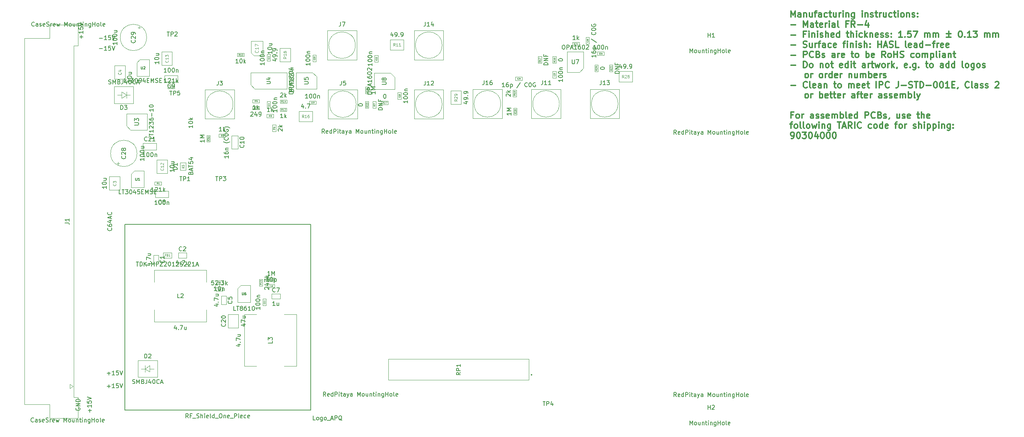
<source format=gbr>
G04 #@! TF.GenerationSoftware,KiCad,Pcbnew,(6.0.1)*
G04 #@! TF.CreationDate,2022-02-10T19:07:32+01:00*
G04 #@! TF.ProjectId,RedPitaya_Lockbox,52656450-6974-4617-9961-5f4c6f636b62,1.5.2*
G04 #@! TF.SameCoordinates,Original*
G04 #@! TF.FileFunction,AssemblyDrawing,Top*
%FSLAX46Y46*%
G04 Gerber Fmt 4.6, Leading zero omitted, Abs format (unit mm)*
G04 Created by KiCad (PCBNEW (6.0.1)) date 2022-02-10 19:07:32*
%MOMM*%
%LPD*%
G01*
G04 APERTURE LIST*
%ADD10C,0.150000*%
%ADD11C,0.300000*%
%ADD12C,0.075000*%
%ADD13C,0.135000*%
%ADD14C,0.105000*%
%ADD15C,0.120000*%
%ADD16C,0.060000*%
%ADD17C,0.100000*%
%ADD18C,0.200000*%
G04 APERTURE END LIST*
D10*
X44763752Y-132818142D02*
X44716133Y-132865761D01*
X44573276Y-132913380D01*
X44478038Y-132913380D01*
X44335180Y-132865761D01*
X44239942Y-132770523D01*
X44192323Y-132675285D01*
X44144704Y-132484809D01*
X44144704Y-132341952D01*
X44192323Y-132151476D01*
X44239942Y-132056238D01*
X44335180Y-131961000D01*
X44478038Y-131913380D01*
X44573276Y-131913380D01*
X44716133Y-131961000D01*
X44763752Y-132008619D01*
X45620895Y-132913380D02*
X45620895Y-132389571D01*
X45573276Y-132294333D01*
X45478038Y-132246714D01*
X45287561Y-132246714D01*
X45192323Y-132294333D01*
X45620895Y-132865761D02*
X45525657Y-132913380D01*
X45287561Y-132913380D01*
X45192323Y-132865761D01*
X45144704Y-132770523D01*
X45144704Y-132675285D01*
X45192323Y-132580047D01*
X45287561Y-132532428D01*
X45525657Y-132532428D01*
X45620895Y-132484809D01*
X46049466Y-132865761D02*
X46144704Y-132913380D01*
X46335180Y-132913380D01*
X46430419Y-132865761D01*
X46478038Y-132770523D01*
X46478038Y-132722904D01*
X46430419Y-132627666D01*
X46335180Y-132580047D01*
X46192323Y-132580047D01*
X46097085Y-132532428D01*
X46049466Y-132437190D01*
X46049466Y-132389571D01*
X46097085Y-132294333D01*
X46192323Y-132246714D01*
X46335180Y-132246714D01*
X46430419Y-132294333D01*
X47287561Y-132865761D02*
X47192323Y-132913380D01*
X47001847Y-132913380D01*
X46906609Y-132865761D01*
X46858990Y-132770523D01*
X46858990Y-132389571D01*
X46906609Y-132294333D01*
X47001847Y-132246714D01*
X47192323Y-132246714D01*
X47287561Y-132294333D01*
X47335180Y-132389571D01*
X47335180Y-132484809D01*
X46858990Y-132580047D01*
X47716133Y-132865761D02*
X47858990Y-132913380D01*
X48097085Y-132913380D01*
X48192323Y-132865761D01*
X48239942Y-132818142D01*
X48287561Y-132722904D01*
X48287561Y-132627666D01*
X48239942Y-132532428D01*
X48192323Y-132484809D01*
X48097085Y-132437190D01*
X47906609Y-132389571D01*
X47811371Y-132341952D01*
X47763752Y-132294333D01*
X47716133Y-132199095D01*
X47716133Y-132103857D01*
X47763752Y-132008619D01*
X47811371Y-131961000D01*
X47906609Y-131913380D01*
X48144704Y-131913380D01*
X48287561Y-131961000D01*
X48716133Y-132913380D02*
X48716133Y-132246714D01*
X48716133Y-132437190D02*
X48763752Y-132341952D01*
X48811371Y-132294333D01*
X48906609Y-132246714D01*
X49001847Y-132246714D01*
X49716133Y-132865761D02*
X49620895Y-132913380D01*
X49430419Y-132913380D01*
X49335180Y-132865761D01*
X49287561Y-132770523D01*
X49287561Y-132389571D01*
X49335180Y-132294333D01*
X49430419Y-132246714D01*
X49620895Y-132246714D01*
X49716133Y-132294333D01*
X49763752Y-132389571D01*
X49763752Y-132484809D01*
X49287561Y-132580047D01*
X50097085Y-132246714D02*
X50287561Y-132913380D01*
X50478038Y-132437190D01*
X50668514Y-132913380D01*
X50858990Y-132246714D01*
X52001847Y-132913380D02*
X52001847Y-131913380D01*
X52335180Y-132627666D01*
X52668514Y-131913380D01*
X52668514Y-132913380D01*
X53287561Y-132913380D02*
X53192323Y-132865761D01*
X53144704Y-132818142D01*
X53097085Y-132722904D01*
X53097085Y-132437190D01*
X53144704Y-132341952D01*
X53192323Y-132294333D01*
X53287561Y-132246714D01*
X53430419Y-132246714D01*
X53525657Y-132294333D01*
X53573276Y-132341952D01*
X53620895Y-132437190D01*
X53620895Y-132722904D01*
X53573276Y-132818142D01*
X53525657Y-132865761D01*
X53430419Y-132913380D01*
X53287561Y-132913380D01*
X54478038Y-132246714D02*
X54478038Y-132913380D01*
X54049466Y-132246714D02*
X54049466Y-132770523D01*
X54097085Y-132865761D01*
X54192323Y-132913380D01*
X54335180Y-132913380D01*
X54430419Y-132865761D01*
X54478038Y-132818142D01*
X54954228Y-132246714D02*
X54954228Y-132913380D01*
X54954228Y-132341952D02*
X55001847Y-132294333D01*
X55097085Y-132246714D01*
X55239942Y-132246714D01*
X55335180Y-132294333D01*
X55382799Y-132389571D01*
X55382799Y-132913380D01*
X55716133Y-132246714D02*
X56097085Y-132246714D01*
X55858990Y-131913380D02*
X55858990Y-132770523D01*
X55906609Y-132865761D01*
X56001847Y-132913380D01*
X56097085Y-132913380D01*
X56430419Y-132913380D02*
X56430419Y-132246714D01*
X56430419Y-131913380D02*
X56382799Y-131961000D01*
X56430419Y-132008619D01*
X56478038Y-131961000D01*
X56430419Y-131913380D01*
X56430419Y-132008619D01*
X56906609Y-132246714D02*
X56906609Y-132913380D01*
X56906609Y-132341952D02*
X56954228Y-132294333D01*
X57049466Y-132246714D01*
X57192323Y-132246714D01*
X57287561Y-132294333D01*
X57335180Y-132389571D01*
X57335180Y-132913380D01*
X58239942Y-132246714D02*
X58239942Y-133056238D01*
X58192323Y-133151476D01*
X58144704Y-133199095D01*
X58049466Y-133246714D01*
X57906609Y-133246714D01*
X57811371Y-133199095D01*
X58239942Y-132865761D02*
X58144704Y-132913380D01*
X57954228Y-132913380D01*
X57858990Y-132865761D01*
X57811371Y-132818142D01*
X57763752Y-132722904D01*
X57763752Y-132437190D01*
X57811371Y-132341952D01*
X57858990Y-132294333D01*
X57954228Y-132246714D01*
X58144704Y-132246714D01*
X58239942Y-132294333D01*
X58716133Y-132913380D02*
X58716133Y-131913380D01*
X58716133Y-132389571D02*
X59287561Y-132389571D01*
X59287561Y-132913380D02*
X59287561Y-131913380D01*
X59906609Y-132913380D02*
X59811371Y-132865761D01*
X59763752Y-132818142D01*
X59716133Y-132722904D01*
X59716133Y-132437190D01*
X59763752Y-132341952D01*
X59811371Y-132294333D01*
X59906609Y-132246714D01*
X60049466Y-132246714D01*
X60144704Y-132294333D01*
X60192323Y-132341952D01*
X60239942Y-132437190D01*
X60239942Y-132722904D01*
X60192323Y-132818142D01*
X60144704Y-132865761D01*
X60049466Y-132913380D01*
X59906609Y-132913380D01*
X60811371Y-132913380D02*
X60716133Y-132865761D01*
X60668514Y-132770523D01*
X60668514Y-131913380D01*
X61573276Y-132865761D02*
X61478038Y-132913380D01*
X61287561Y-132913380D01*
X61192323Y-132865761D01*
X61144704Y-132770523D01*
X61144704Y-132389571D01*
X61192323Y-132294333D01*
X61287561Y-132246714D01*
X61478038Y-132246714D01*
X61573276Y-132294333D01*
X61620895Y-132389571D01*
X61620895Y-132484809D01*
X61144704Y-132580047D01*
D11*
X225552142Y-36188571D02*
X225552142Y-34688571D01*
X226052142Y-35760000D01*
X226552142Y-34688571D01*
X226552142Y-36188571D01*
X227909285Y-36188571D02*
X227909285Y-35402857D01*
X227837857Y-35260000D01*
X227695000Y-35188571D01*
X227409285Y-35188571D01*
X227266428Y-35260000D01*
X227909285Y-36117142D02*
X227766428Y-36188571D01*
X227409285Y-36188571D01*
X227266428Y-36117142D01*
X227195000Y-35974285D01*
X227195000Y-35831428D01*
X227266428Y-35688571D01*
X227409285Y-35617142D01*
X227766428Y-35617142D01*
X227909285Y-35545714D01*
X228623571Y-35188571D02*
X228623571Y-36188571D01*
X228623571Y-35331428D02*
X228695000Y-35260000D01*
X228837857Y-35188571D01*
X229052142Y-35188571D01*
X229195000Y-35260000D01*
X229266428Y-35402857D01*
X229266428Y-36188571D01*
X230623571Y-35188571D02*
X230623571Y-36188571D01*
X229980714Y-35188571D02*
X229980714Y-35974285D01*
X230052142Y-36117142D01*
X230195000Y-36188571D01*
X230409285Y-36188571D01*
X230552142Y-36117142D01*
X230623571Y-36045714D01*
X231123571Y-35188571D02*
X231695000Y-35188571D01*
X231337857Y-36188571D02*
X231337857Y-34902857D01*
X231409285Y-34760000D01*
X231552142Y-34688571D01*
X231695000Y-34688571D01*
X232837857Y-36188571D02*
X232837857Y-35402857D01*
X232766428Y-35260000D01*
X232623571Y-35188571D01*
X232337857Y-35188571D01*
X232195000Y-35260000D01*
X232837857Y-36117142D02*
X232695000Y-36188571D01*
X232337857Y-36188571D01*
X232195000Y-36117142D01*
X232123571Y-35974285D01*
X232123571Y-35831428D01*
X232195000Y-35688571D01*
X232337857Y-35617142D01*
X232695000Y-35617142D01*
X232837857Y-35545714D01*
X234195000Y-36117142D02*
X234052142Y-36188571D01*
X233766428Y-36188571D01*
X233623571Y-36117142D01*
X233552142Y-36045714D01*
X233480714Y-35902857D01*
X233480714Y-35474285D01*
X233552142Y-35331428D01*
X233623571Y-35260000D01*
X233766428Y-35188571D01*
X234052142Y-35188571D01*
X234195000Y-35260000D01*
X234623571Y-35188571D02*
X235195000Y-35188571D01*
X234837857Y-34688571D02*
X234837857Y-35974285D01*
X234909285Y-36117142D01*
X235052142Y-36188571D01*
X235195000Y-36188571D01*
X236337857Y-35188571D02*
X236337857Y-36188571D01*
X235695000Y-35188571D02*
X235695000Y-35974285D01*
X235766428Y-36117142D01*
X235909285Y-36188571D01*
X236123571Y-36188571D01*
X236266428Y-36117142D01*
X236337857Y-36045714D01*
X237052142Y-36188571D02*
X237052142Y-35188571D01*
X237052142Y-35474285D02*
X237123571Y-35331428D01*
X237195000Y-35260000D01*
X237337857Y-35188571D01*
X237480714Y-35188571D01*
X237980714Y-36188571D02*
X237980714Y-35188571D01*
X237980714Y-34688571D02*
X237909285Y-34760000D01*
X237980714Y-34831428D01*
X238052142Y-34760000D01*
X237980714Y-34688571D01*
X237980714Y-34831428D01*
X238695000Y-35188571D02*
X238695000Y-36188571D01*
X238695000Y-35331428D02*
X238766428Y-35260000D01*
X238909285Y-35188571D01*
X239123571Y-35188571D01*
X239266428Y-35260000D01*
X239337857Y-35402857D01*
X239337857Y-36188571D01*
X240695000Y-35188571D02*
X240695000Y-36402857D01*
X240623571Y-36545714D01*
X240552142Y-36617142D01*
X240409285Y-36688571D01*
X240195000Y-36688571D01*
X240052142Y-36617142D01*
X240695000Y-36117142D02*
X240552142Y-36188571D01*
X240266428Y-36188571D01*
X240123571Y-36117142D01*
X240052142Y-36045714D01*
X239980714Y-35902857D01*
X239980714Y-35474285D01*
X240052142Y-35331428D01*
X240123571Y-35260000D01*
X240266428Y-35188571D01*
X240552142Y-35188571D01*
X240695000Y-35260000D01*
X242552142Y-36188571D02*
X242552142Y-35188571D01*
X242552142Y-34688571D02*
X242480714Y-34760000D01*
X242552142Y-34831428D01*
X242623571Y-34760000D01*
X242552142Y-34688571D01*
X242552142Y-34831428D01*
X243266428Y-35188571D02*
X243266428Y-36188571D01*
X243266428Y-35331428D02*
X243337857Y-35260000D01*
X243480714Y-35188571D01*
X243695000Y-35188571D01*
X243837857Y-35260000D01*
X243909285Y-35402857D01*
X243909285Y-36188571D01*
X244552142Y-36117142D02*
X244695000Y-36188571D01*
X244980714Y-36188571D01*
X245123571Y-36117142D01*
X245195000Y-35974285D01*
X245195000Y-35902857D01*
X245123571Y-35760000D01*
X244980714Y-35688571D01*
X244766428Y-35688571D01*
X244623571Y-35617142D01*
X244552142Y-35474285D01*
X244552142Y-35402857D01*
X244623571Y-35260000D01*
X244766428Y-35188571D01*
X244980714Y-35188571D01*
X245123571Y-35260000D01*
X245623571Y-35188571D02*
X246195000Y-35188571D01*
X245837857Y-34688571D02*
X245837857Y-35974285D01*
X245909285Y-36117142D01*
X246052142Y-36188571D01*
X246195000Y-36188571D01*
X246695000Y-36188571D02*
X246695000Y-35188571D01*
X246695000Y-35474285D02*
X246766428Y-35331428D01*
X246837857Y-35260000D01*
X246980714Y-35188571D01*
X247123571Y-35188571D01*
X248266428Y-35188571D02*
X248266428Y-36188571D01*
X247623571Y-35188571D02*
X247623571Y-35974285D01*
X247695000Y-36117142D01*
X247837857Y-36188571D01*
X248052142Y-36188571D01*
X248195000Y-36117142D01*
X248266428Y-36045714D01*
X249623571Y-36117142D02*
X249480714Y-36188571D01*
X249195000Y-36188571D01*
X249052142Y-36117142D01*
X248980714Y-36045714D01*
X248909285Y-35902857D01*
X248909285Y-35474285D01*
X248980714Y-35331428D01*
X249052142Y-35260000D01*
X249195000Y-35188571D01*
X249480714Y-35188571D01*
X249623571Y-35260000D01*
X250052142Y-35188571D02*
X250623571Y-35188571D01*
X250266428Y-34688571D02*
X250266428Y-35974285D01*
X250337857Y-36117142D01*
X250480714Y-36188571D01*
X250623571Y-36188571D01*
X251123571Y-36188571D02*
X251123571Y-35188571D01*
X251123571Y-34688571D02*
X251052142Y-34760000D01*
X251123571Y-34831428D01*
X251195000Y-34760000D01*
X251123571Y-34688571D01*
X251123571Y-34831428D01*
X252052142Y-36188571D02*
X251909285Y-36117142D01*
X251837857Y-36045714D01*
X251766428Y-35902857D01*
X251766428Y-35474285D01*
X251837857Y-35331428D01*
X251909285Y-35260000D01*
X252052142Y-35188571D01*
X252266428Y-35188571D01*
X252409285Y-35260000D01*
X252480714Y-35331428D01*
X252552142Y-35474285D01*
X252552142Y-35902857D01*
X252480714Y-36045714D01*
X252409285Y-36117142D01*
X252266428Y-36188571D01*
X252052142Y-36188571D01*
X253195000Y-35188571D02*
X253195000Y-36188571D01*
X253195000Y-35331428D02*
X253266428Y-35260000D01*
X253409285Y-35188571D01*
X253623571Y-35188571D01*
X253766428Y-35260000D01*
X253837857Y-35402857D01*
X253837857Y-36188571D01*
X254480714Y-36117142D02*
X254623571Y-36188571D01*
X254909285Y-36188571D01*
X255052142Y-36117142D01*
X255123571Y-35974285D01*
X255123571Y-35902857D01*
X255052142Y-35760000D01*
X254909285Y-35688571D01*
X254695000Y-35688571D01*
X254552142Y-35617142D01*
X254480714Y-35474285D01*
X254480714Y-35402857D01*
X254552142Y-35260000D01*
X254695000Y-35188571D01*
X254909285Y-35188571D01*
X255052142Y-35260000D01*
X255766428Y-36045714D02*
X255837857Y-36117142D01*
X255766428Y-36188571D01*
X255695000Y-36117142D01*
X255766428Y-36045714D01*
X255766428Y-36188571D01*
X255766428Y-35260000D02*
X255837857Y-35331428D01*
X255766428Y-35402857D01*
X255695000Y-35331428D01*
X255766428Y-35260000D01*
X255766428Y-35402857D01*
X225552142Y-38032142D02*
X226695000Y-38032142D01*
X228552142Y-38603571D02*
X228552142Y-37103571D01*
X229052142Y-38175000D01*
X229552142Y-37103571D01*
X229552142Y-38603571D01*
X230909285Y-38603571D02*
X230909285Y-37817857D01*
X230837857Y-37675000D01*
X230695000Y-37603571D01*
X230409285Y-37603571D01*
X230266428Y-37675000D01*
X230909285Y-38532142D02*
X230766428Y-38603571D01*
X230409285Y-38603571D01*
X230266428Y-38532142D01*
X230195000Y-38389285D01*
X230195000Y-38246428D01*
X230266428Y-38103571D01*
X230409285Y-38032142D01*
X230766428Y-38032142D01*
X230909285Y-37960714D01*
X231409285Y-37603571D02*
X231980714Y-37603571D01*
X231623571Y-37103571D02*
X231623571Y-38389285D01*
X231695000Y-38532142D01*
X231837857Y-38603571D01*
X231980714Y-38603571D01*
X233052142Y-38532142D02*
X232909285Y-38603571D01*
X232623571Y-38603571D01*
X232480714Y-38532142D01*
X232409285Y-38389285D01*
X232409285Y-37817857D01*
X232480714Y-37675000D01*
X232623571Y-37603571D01*
X232909285Y-37603571D01*
X233052142Y-37675000D01*
X233123571Y-37817857D01*
X233123571Y-37960714D01*
X232409285Y-38103571D01*
X233766428Y-38603571D02*
X233766428Y-37603571D01*
X233766428Y-37889285D02*
X233837857Y-37746428D01*
X233909285Y-37675000D01*
X234052142Y-37603571D01*
X234195000Y-37603571D01*
X234695000Y-38603571D02*
X234695000Y-37603571D01*
X234695000Y-37103571D02*
X234623571Y-37175000D01*
X234695000Y-37246428D01*
X234766428Y-37175000D01*
X234695000Y-37103571D01*
X234695000Y-37246428D01*
X236052142Y-38603571D02*
X236052142Y-37817857D01*
X235980714Y-37675000D01*
X235837857Y-37603571D01*
X235552142Y-37603571D01*
X235409285Y-37675000D01*
X236052142Y-38532142D02*
X235909285Y-38603571D01*
X235552142Y-38603571D01*
X235409285Y-38532142D01*
X235337857Y-38389285D01*
X235337857Y-38246428D01*
X235409285Y-38103571D01*
X235552142Y-38032142D01*
X235909285Y-38032142D01*
X236052142Y-37960714D01*
X236980714Y-38603571D02*
X236837857Y-38532142D01*
X236766428Y-38389285D01*
X236766428Y-37103571D01*
X239195000Y-37817857D02*
X238695000Y-37817857D01*
X238695000Y-38603571D02*
X238695000Y-37103571D01*
X239409285Y-37103571D01*
X240837857Y-38603571D02*
X240337857Y-37889285D01*
X239980714Y-38603571D02*
X239980714Y-37103571D01*
X240552142Y-37103571D01*
X240695000Y-37175000D01*
X240766428Y-37246428D01*
X240837857Y-37389285D01*
X240837857Y-37603571D01*
X240766428Y-37746428D01*
X240695000Y-37817857D01*
X240552142Y-37889285D01*
X239980714Y-37889285D01*
X241480714Y-38032142D02*
X242623571Y-38032142D01*
X243980714Y-37603571D02*
X243980714Y-38603571D01*
X243623571Y-37032142D02*
X243266428Y-38103571D01*
X244195000Y-38103571D01*
X225552142Y-40447142D02*
X226695000Y-40447142D01*
X229052142Y-40232857D02*
X228552142Y-40232857D01*
X228552142Y-41018571D02*
X228552142Y-39518571D01*
X229266428Y-39518571D01*
X229837857Y-41018571D02*
X229837857Y-40018571D01*
X229837857Y-39518571D02*
X229766428Y-39590000D01*
X229837857Y-39661428D01*
X229909285Y-39590000D01*
X229837857Y-39518571D01*
X229837857Y-39661428D01*
X230552142Y-40018571D02*
X230552142Y-41018571D01*
X230552142Y-40161428D02*
X230623571Y-40090000D01*
X230766428Y-40018571D01*
X230980714Y-40018571D01*
X231123571Y-40090000D01*
X231195000Y-40232857D01*
X231195000Y-41018571D01*
X231909285Y-41018571D02*
X231909285Y-40018571D01*
X231909285Y-39518571D02*
X231837857Y-39590000D01*
X231909285Y-39661428D01*
X231980714Y-39590000D01*
X231909285Y-39518571D01*
X231909285Y-39661428D01*
X232552142Y-40947142D02*
X232695000Y-41018571D01*
X232980714Y-41018571D01*
X233123571Y-40947142D01*
X233195000Y-40804285D01*
X233195000Y-40732857D01*
X233123571Y-40590000D01*
X232980714Y-40518571D01*
X232766428Y-40518571D01*
X232623571Y-40447142D01*
X232552142Y-40304285D01*
X232552142Y-40232857D01*
X232623571Y-40090000D01*
X232766428Y-40018571D01*
X232980714Y-40018571D01*
X233123571Y-40090000D01*
X233837857Y-41018571D02*
X233837857Y-39518571D01*
X234480714Y-41018571D02*
X234480714Y-40232857D01*
X234409285Y-40090000D01*
X234266428Y-40018571D01*
X234052142Y-40018571D01*
X233909285Y-40090000D01*
X233837857Y-40161428D01*
X235766428Y-40947142D02*
X235623571Y-41018571D01*
X235337857Y-41018571D01*
X235195000Y-40947142D01*
X235123571Y-40804285D01*
X235123571Y-40232857D01*
X235195000Y-40090000D01*
X235337857Y-40018571D01*
X235623571Y-40018571D01*
X235766428Y-40090000D01*
X235837857Y-40232857D01*
X235837857Y-40375714D01*
X235123571Y-40518571D01*
X237123571Y-41018571D02*
X237123571Y-39518571D01*
X237123571Y-40947142D02*
X236980714Y-41018571D01*
X236695000Y-41018571D01*
X236552142Y-40947142D01*
X236480714Y-40875714D01*
X236409285Y-40732857D01*
X236409285Y-40304285D01*
X236480714Y-40161428D01*
X236552142Y-40090000D01*
X236695000Y-40018571D01*
X236980714Y-40018571D01*
X237123571Y-40090000D01*
X238766428Y-40018571D02*
X239337857Y-40018571D01*
X238980714Y-39518571D02*
X238980714Y-40804285D01*
X239052142Y-40947142D01*
X239195000Y-41018571D01*
X239337857Y-41018571D01*
X239837857Y-41018571D02*
X239837857Y-39518571D01*
X240480714Y-41018571D02*
X240480714Y-40232857D01*
X240409285Y-40090000D01*
X240266428Y-40018571D01*
X240052142Y-40018571D01*
X239909285Y-40090000D01*
X239837857Y-40161428D01*
X241195000Y-41018571D02*
X241195000Y-40018571D01*
X241195000Y-39518571D02*
X241123571Y-39590000D01*
X241195000Y-39661428D01*
X241266428Y-39590000D01*
X241195000Y-39518571D01*
X241195000Y-39661428D01*
X242552142Y-40947142D02*
X242409285Y-41018571D01*
X242123571Y-41018571D01*
X241980714Y-40947142D01*
X241909285Y-40875714D01*
X241837857Y-40732857D01*
X241837857Y-40304285D01*
X241909285Y-40161428D01*
X241980714Y-40090000D01*
X242123571Y-40018571D01*
X242409285Y-40018571D01*
X242552142Y-40090000D01*
X243195000Y-41018571D02*
X243195000Y-39518571D01*
X243337857Y-40447142D02*
X243766428Y-41018571D01*
X243766428Y-40018571D02*
X243195000Y-40590000D01*
X244409285Y-40018571D02*
X244409285Y-41018571D01*
X244409285Y-40161428D02*
X244480714Y-40090000D01*
X244623571Y-40018571D01*
X244837857Y-40018571D01*
X244980714Y-40090000D01*
X245052142Y-40232857D01*
X245052142Y-41018571D01*
X246337857Y-40947142D02*
X246195000Y-41018571D01*
X245909285Y-41018571D01*
X245766428Y-40947142D01*
X245695000Y-40804285D01*
X245695000Y-40232857D01*
X245766428Y-40090000D01*
X245909285Y-40018571D01*
X246195000Y-40018571D01*
X246337857Y-40090000D01*
X246409285Y-40232857D01*
X246409285Y-40375714D01*
X245695000Y-40518571D01*
X246980714Y-40947142D02*
X247123571Y-41018571D01*
X247409285Y-41018571D01*
X247552142Y-40947142D01*
X247623571Y-40804285D01*
X247623571Y-40732857D01*
X247552142Y-40590000D01*
X247409285Y-40518571D01*
X247195000Y-40518571D01*
X247052142Y-40447142D01*
X246980714Y-40304285D01*
X246980714Y-40232857D01*
X247052142Y-40090000D01*
X247195000Y-40018571D01*
X247409285Y-40018571D01*
X247552142Y-40090000D01*
X248195000Y-40947142D02*
X248337857Y-41018571D01*
X248623571Y-41018571D01*
X248766428Y-40947142D01*
X248837857Y-40804285D01*
X248837857Y-40732857D01*
X248766428Y-40590000D01*
X248623571Y-40518571D01*
X248409285Y-40518571D01*
X248266428Y-40447142D01*
X248195000Y-40304285D01*
X248195000Y-40232857D01*
X248266428Y-40090000D01*
X248409285Y-40018571D01*
X248623571Y-40018571D01*
X248766428Y-40090000D01*
X249480714Y-40875714D02*
X249552142Y-40947142D01*
X249480714Y-41018571D01*
X249409285Y-40947142D01*
X249480714Y-40875714D01*
X249480714Y-41018571D01*
X249480714Y-40090000D02*
X249552142Y-40161428D01*
X249480714Y-40232857D01*
X249409285Y-40161428D01*
X249480714Y-40090000D01*
X249480714Y-40232857D01*
X252123571Y-41018571D02*
X251266428Y-41018571D01*
X251695000Y-41018571D02*
X251695000Y-39518571D01*
X251552142Y-39732857D01*
X251409285Y-39875714D01*
X251266428Y-39947142D01*
X252766428Y-40875714D02*
X252837857Y-40947142D01*
X252766428Y-41018571D01*
X252695000Y-40947142D01*
X252766428Y-40875714D01*
X252766428Y-41018571D01*
X254195000Y-39518571D02*
X253480714Y-39518571D01*
X253409285Y-40232857D01*
X253480714Y-40161428D01*
X253623571Y-40090000D01*
X253980714Y-40090000D01*
X254123571Y-40161428D01*
X254195000Y-40232857D01*
X254266428Y-40375714D01*
X254266428Y-40732857D01*
X254195000Y-40875714D01*
X254123571Y-40947142D01*
X253980714Y-41018571D01*
X253623571Y-41018571D01*
X253480714Y-40947142D01*
X253409285Y-40875714D01*
X254766428Y-39518571D02*
X255766428Y-39518571D01*
X255123571Y-41018571D01*
X257480714Y-41018571D02*
X257480714Y-40018571D01*
X257480714Y-40161428D02*
X257552142Y-40090000D01*
X257695000Y-40018571D01*
X257909285Y-40018571D01*
X258052142Y-40090000D01*
X258123571Y-40232857D01*
X258123571Y-41018571D01*
X258123571Y-40232857D02*
X258195000Y-40090000D01*
X258337857Y-40018571D01*
X258552142Y-40018571D01*
X258695000Y-40090000D01*
X258766428Y-40232857D01*
X258766428Y-41018571D01*
X259480714Y-41018571D02*
X259480714Y-40018571D01*
X259480714Y-40161428D02*
X259552142Y-40090000D01*
X259695000Y-40018571D01*
X259909285Y-40018571D01*
X260052142Y-40090000D01*
X260123571Y-40232857D01*
X260123571Y-41018571D01*
X260123571Y-40232857D02*
X260195000Y-40090000D01*
X260337857Y-40018571D01*
X260552142Y-40018571D01*
X260695000Y-40090000D01*
X260766428Y-40232857D01*
X260766428Y-41018571D01*
X262623571Y-40161428D02*
X263766428Y-40161428D01*
X263195000Y-40732857D02*
X263195000Y-39590000D01*
X263766428Y-41018571D02*
X262623571Y-41018571D01*
X265909285Y-39518571D02*
X266052142Y-39518571D01*
X266195000Y-39590000D01*
X266266428Y-39661428D01*
X266337857Y-39804285D01*
X266409285Y-40090000D01*
X266409285Y-40447142D01*
X266337857Y-40732857D01*
X266266428Y-40875714D01*
X266195000Y-40947142D01*
X266052142Y-41018571D01*
X265909285Y-41018571D01*
X265766428Y-40947142D01*
X265695000Y-40875714D01*
X265623571Y-40732857D01*
X265552142Y-40447142D01*
X265552142Y-40090000D01*
X265623571Y-39804285D01*
X265695000Y-39661428D01*
X265766428Y-39590000D01*
X265909285Y-39518571D01*
X267052142Y-40875714D02*
X267123571Y-40947142D01*
X267052142Y-41018571D01*
X266980714Y-40947142D01*
X267052142Y-40875714D01*
X267052142Y-41018571D01*
X268552142Y-41018571D02*
X267695000Y-41018571D01*
X268123571Y-41018571D02*
X268123571Y-39518571D01*
X267980714Y-39732857D01*
X267837857Y-39875714D01*
X267695000Y-39947142D01*
X269052142Y-39518571D02*
X269980714Y-39518571D01*
X269480714Y-40090000D01*
X269695000Y-40090000D01*
X269837857Y-40161428D01*
X269909285Y-40232857D01*
X269980714Y-40375714D01*
X269980714Y-40732857D01*
X269909285Y-40875714D01*
X269837857Y-40947142D01*
X269695000Y-41018571D01*
X269266428Y-41018571D01*
X269123571Y-40947142D01*
X269052142Y-40875714D01*
X271766428Y-41018571D02*
X271766428Y-40018571D01*
X271766428Y-40161428D02*
X271837857Y-40090000D01*
X271980714Y-40018571D01*
X272195000Y-40018571D01*
X272337857Y-40090000D01*
X272409285Y-40232857D01*
X272409285Y-41018571D01*
X272409285Y-40232857D02*
X272480714Y-40090000D01*
X272623571Y-40018571D01*
X272837857Y-40018571D01*
X272980714Y-40090000D01*
X273052142Y-40232857D01*
X273052142Y-41018571D01*
X273766428Y-41018571D02*
X273766428Y-40018571D01*
X273766428Y-40161428D02*
X273837857Y-40090000D01*
X273980714Y-40018571D01*
X274195000Y-40018571D01*
X274337857Y-40090000D01*
X274409285Y-40232857D01*
X274409285Y-41018571D01*
X274409285Y-40232857D02*
X274480714Y-40090000D01*
X274623571Y-40018571D01*
X274837857Y-40018571D01*
X274980714Y-40090000D01*
X275052142Y-40232857D01*
X275052142Y-41018571D01*
X225552142Y-42862142D02*
X226695000Y-42862142D01*
X228480714Y-43362142D02*
X228695000Y-43433571D01*
X229052142Y-43433571D01*
X229195000Y-43362142D01*
X229266428Y-43290714D01*
X229337857Y-43147857D01*
X229337857Y-43005000D01*
X229266428Y-42862142D01*
X229195000Y-42790714D01*
X229052142Y-42719285D01*
X228766428Y-42647857D01*
X228623571Y-42576428D01*
X228552142Y-42505000D01*
X228480714Y-42362142D01*
X228480714Y-42219285D01*
X228552142Y-42076428D01*
X228623571Y-42005000D01*
X228766428Y-41933571D01*
X229123571Y-41933571D01*
X229337857Y-42005000D01*
X230623571Y-42433571D02*
X230623571Y-43433571D01*
X229980714Y-42433571D02*
X229980714Y-43219285D01*
X230052142Y-43362142D01*
X230195000Y-43433571D01*
X230409285Y-43433571D01*
X230552142Y-43362142D01*
X230623571Y-43290714D01*
X231337857Y-43433571D02*
X231337857Y-42433571D01*
X231337857Y-42719285D02*
X231409285Y-42576428D01*
X231480714Y-42505000D01*
X231623571Y-42433571D01*
X231766428Y-42433571D01*
X232052142Y-42433571D02*
X232623571Y-42433571D01*
X232266428Y-43433571D02*
X232266428Y-42147857D01*
X232337857Y-42005000D01*
X232480714Y-41933571D01*
X232623571Y-41933571D01*
X233766428Y-43433571D02*
X233766428Y-42647857D01*
X233695000Y-42505000D01*
X233552142Y-42433571D01*
X233266428Y-42433571D01*
X233123571Y-42505000D01*
X233766428Y-43362142D02*
X233623571Y-43433571D01*
X233266428Y-43433571D01*
X233123571Y-43362142D01*
X233052142Y-43219285D01*
X233052142Y-43076428D01*
X233123571Y-42933571D01*
X233266428Y-42862142D01*
X233623571Y-42862142D01*
X233766428Y-42790714D01*
X235123571Y-43362142D02*
X234980714Y-43433571D01*
X234695000Y-43433571D01*
X234552142Y-43362142D01*
X234480714Y-43290714D01*
X234409285Y-43147857D01*
X234409285Y-42719285D01*
X234480714Y-42576428D01*
X234552142Y-42505000D01*
X234695000Y-42433571D01*
X234980714Y-42433571D01*
X235123571Y-42505000D01*
X236337857Y-43362142D02*
X236195000Y-43433571D01*
X235909285Y-43433571D01*
X235766428Y-43362142D01*
X235695000Y-43219285D01*
X235695000Y-42647857D01*
X235766428Y-42505000D01*
X235909285Y-42433571D01*
X236195000Y-42433571D01*
X236337857Y-42505000D01*
X236409285Y-42647857D01*
X236409285Y-42790714D01*
X235695000Y-42933571D01*
X237980714Y-42433571D02*
X238552142Y-42433571D01*
X238195000Y-43433571D02*
X238195000Y-42147857D01*
X238266428Y-42005000D01*
X238409285Y-41933571D01*
X238552142Y-41933571D01*
X239052142Y-43433571D02*
X239052142Y-42433571D01*
X239052142Y-41933571D02*
X238980714Y-42005000D01*
X239052142Y-42076428D01*
X239123571Y-42005000D01*
X239052142Y-41933571D01*
X239052142Y-42076428D01*
X239766428Y-42433571D02*
X239766428Y-43433571D01*
X239766428Y-42576428D02*
X239837857Y-42505000D01*
X239980714Y-42433571D01*
X240195000Y-42433571D01*
X240337857Y-42505000D01*
X240409285Y-42647857D01*
X240409285Y-43433571D01*
X241123571Y-43433571D02*
X241123571Y-42433571D01*
X241123571Y-41933571D02*
X241052142Y-42005000D01*
X241123571Y-42076428D01*
X241195000Y-42005000D01*
X241123571Y-41933571D01*
X241123571Y-42076428D01*
X241766428Y-43362142D02*
X241909285Y-43433571D01*
X242195000Y-43433571D01*
X242337857Y-43362142D01*
X242409285Y-43219285D01*
X242409285Y-43147857D01*
X242337857Y-43005000D01*
X242195000Y-42933571D01*
X241980714Y-42933571D01*
X241837857Y-42862142D01*
X241766428Y-42719285D01*
X241766428Y-42647857D01*
X241837857Y-42505000D01*
X241980714Y-42433571D01*
X242195000Y-42433571D01*
X242337857Y-42505000D01*
X243052142Y-43433571D02*
X243052142Y-41933571D01*
X243695000Y-43433571D02*
X243695000Y-42647857D01*
X243623571Y-42505000D01*
X243480714Y-42433571D01*
X243266428Y-42433571D01*
X243123571Y-42505000D01*
X243052142Y-42576428D01*
X244409285Y-43290714D02*
X244480714Y-43362142D01*
X244409285Y-43433571D01*
X244337857Y-43362142D01*
X244409285Y-43290714D01*
X244409285Y-43433571D01*
X244409285Y-42505000D02*
X244480714Y-42576428D01*
X244409285Y-42647857D01*
X244337857Y-42576428D01*
X244409285Y-42505000D01*
X244409285Y-42647857D01*
X246266428Y-43433571D02*
X246266428Y-41933571D01*
X246266428Y-42647857D02*
X247123571Y-42647857D01*
X247123571Y-43433571D02*
X247123571Y-41933571D01*
X247766428Y-43005000D02*
X248480714Y-43005000D01*
X247623571Y-43433571D02*
X248123571Y-41933571D01*
X248623571Y-43433571D01*
X249052142Y-43362142D02*
X249266428Y-43433571D01*
X249623571Y-43433571D01*
X249766428Y-43362142D01*
X249837857Y-43290714D01*
X249909285Y-43147857D01*
X249909285Y-43005000D01*
X249837857Y-42862142D01*
X249766428Y-42790714D01*
X249623571Y-42719285D01*
X249337857Y-42647857D01*
X249195000Y-42576428D01*
X249123571Y-42505000D01*
X249052142Y-42362142D01*
X249052142Y-42219285D01*
X249123571Y-42076428D01*
X249195000Y-42005000D01*
X249337857Y-41933571D01*
X249695000Y-41933571D01*
X249909285Y-42005000D01*
X251266428Y-43433571D02*
X250552142Y-43433571D01*
X250552142Y-41933571D01*
X253123571Y-43433571D02*
X252980714Y-43362142D01*
X252909285Y-43219285D01*
X252909285Y-41933571D01*
X254266428Y-43362142D02*
X254123571Y-43433571D01*
X253837857Y-43433571D01*
X253695000Y-43362142D01*
X253623571Y-43219285D01*
X253623571Y-42647857D01*
X253695000Y-42505000D01*
X253837857Y-42433571D01*
X254123571Y-42433571D01*
X254266428Y-42505000D01*
X254337857Y-42647857D01*
X254337857Y-42790714D01*
X253623571Y-42933571D01*
X255623571Y-43433571D02*
X255623571Y-42647857D01*
X255552142Y-42505000D01*
X255409285Y-42433571D01*
X255123571Y-42433571D01*
X254980714Y-42505000D01*
X255623571Y-43362142D02*
X255480714Y-43433571D01*
X255123571Y-43433571D01*
X254980714Y-43362142D01*
X254909285Y-43219285D01*
X254909285Y-43076428D01*
X254980714Y-42933571D01*
X255123571Y-42862142D01*
X255480714Y-42862142D01*
X255623571Y-42790714D01*
X256980714Y-43433571D02*
X256980714Y-41933571D01*
X256980714Y-43362142D02*
X256837857Y-43433571D01*
X256552142Y-43433571D01*
X256409285Y-43362142D01*
X256337857Y-43290714D01*
X256266428Y-43147857D01*
X256266428Y-42719285D01*
X256337857Y-42576428D01*
X256409285Y-42505000D01*
X256552142Y-42433571D01*
X256837857Y-42433571D01*
X256980714Y-42505000D01*
X257695000Y-42862142D02*
X258837857Y-42862142D01*
X259337857Y-42433571D02*
X259909285Y-42433571D01*
X259552142Y-43433571D02*
X259552142Y-42147857D01*
X259623571Y-42005000D01*
X259766428Y-41933571D01*
X259909285Y-41933571D01*
X260409285Y-43433571D02*
X260409285Y-42433571D01*
X260409285Y-42719285D02*
X260480714Y-42576428D01*
X260552142Y-42505000D01*
X260695000Y-42433571D01*
X260837857Y-42433571D01*
X261909285Y-43362142D02*
X261766428Y-43433571D01*
X261480714Y-43433571D01*
X261337857Y-43362142D01*
X261266428Y-43219285D01*
X261266428Y-42647857D01*
X261337857Y-42505000D01*
X261480714Y-42433571D01*
X261766428Y-42433571D01*
X261909285Y-42505000D01*
X261980714Y-42647857D01*
X261980714Y-42790714D01*
X261266428Y-42933571D01*
X263195000Y-43362142D02*
X263052142Y-43433571D01*
X262766428Y-43433571D01*
X262623571Y-43362142D01*
X262552142Y-43219285D01*
X262552142Y-42647857D01*
X262623571Y-42505000D01*
X262766428Y-42433571D01*
X263052142Y-42433571D01*
X263195000Y-42505000D01*
X263266428Y-42647857D01*
X263266428Y-42790714D01*
X262552142Y-42933571D01*
X225552142Y-45277142D02*
X226695000Y-45277142D01*
X228552142Y-45848571D02*
X228552142Y-44348571D01*
X229123571Y-44348571D01*
X229266428Y-44420000D01*
X229337857Y-44491428D01*
X229409285Y-44634285D01*
X229409285Y-44848571D01*
X229337857Y-44991428D01*
X229266428Y-45062857D01*
X229123571Y-45134285D01*
X228552142Y-45134285D01*
X230909285Y-45705714D02*
X230837857Y-45777142D01*
X230623571Y-45848571D01*
X230480714Y-45848571D01*
X230266428Y-45777142D01*
X230123571Y-45634285D01*
X230052142Y-45491428D01*
X229980714Y-45205714D01*
X229980714Y-44991428D01*
X230052142Y-44705714D01*
X230123571Y-44562857D01*
X230266428Y-44420000D01*
X230480714Y-44348571D01*
X230623571Y-44348571D01*
X230837857Y-44420000D01*
X230909285Y-44491428D01*
X232052142Y-45062857D02*
X232266428Y-45134285D01*
X232337857Y-45205714D01*
X232409285Y-45348571D01*
X232409285Y-45562857D01*
X232337857Y-45705714D01*
X232266428Y-45777142D01*
X232123571Y-45848571D01*
X231552142Y-45848571D01*
X231552142Y-44348571D01*
X232052142Y-44348571D01*
X232195000Y-44420000D01*
X232266428Y-44491428D01*
X232337857Y-44634285D01*
X232337857Y-44777142D01*
X232266428Y-44920000D01*
X232195000Y-44991428D01*
X232052142Y-45062857D01*
X231552142Y-45062857D01*
X232980714Y-45777142D02*
X233123571Y-45848571D01*
X233409285Y-45848571D01*
X233552142Y-45777142D01*
X233623571Y-45634285D01*
X233623571Y-45562857D01*
X233552142Y-45420000D01*
X233409285Y-45348571D01*
X233195000Y-45348571D01*
X233052142Y-45277142D01*
X232980714Y-45134285D01*
X232980714Y-45062857D01*
X233052142Y-44920000D01*
X233195000Y-44848571D01*
X233409285Y-44848571D01*
X233552142Y-44920000D01*
X236052142Y-45848571D02*
X236052142Y-45062857D01*
X235980714Y-44920000D01*
X235837857Y-44848571D01*
X235552142Y-44848571D01*
X235409285Y-44920000D01*
X236052142Y-45777142D02*
X235909285Y-45848571D01*
X235552142Y-45848571D01*
X235409285Y-45777142D01*
X235337857Y-45634285D01*
X235337857Y-45491428D01*
X235409285Y-45348571D01*
X235552142Y-45277142D01*
X235909285Y-45277142D01*
X236052142Y-45205714D01*
X236766428Y-45848571D02*
X236766428Y-44848571D01*
X236766428Y-45134285D02*
X236837857Y-44991428D01*
X236909285Y-44920000D01*
X237052142Y-44848571D01*
X237195000Y-44848571D01*
X238266428Y-45777142D02*
X238123571Y-45848571D01*
X237837857Y-45848571D01*
X237695000Y-45777142D01*
X237623571Y-45634285D01*
X237623571Y-45062857D01*
X237695000Y-44920000D01*
X237837857Y-44848571D01*
X238123571Y-44848571D01*
X238266428Y-44920000D01*
X238337857Y-45062857D01*
X238337857Y-45205714D01*
X237623571Y-45348571D01*
X239909285Y-44848571D02*
X240480714Y-44848571D01*
X240123571Y-44348571D02*
X240123571Y-45634285D01*
X240195000Y-45777142D01*
X240337857Y-45848571D01*
X240480714Y-45848571D01*
X241195000Y-45848571D02*
X241052142Y-45777142D01*
X240980714Y-45705714D01*
X240909285Y-45562857D01*
X240909285Y-45134285D01*
X240980714Y-44991428D01*
X241052142Y-44920000D01*
X241195000Y-44848571D01*
X241409285Y-44848571D01*
X241552142Y-44920000D01*
X241623571Y-44991428D01*
X241695000Y-45134285D01*
X241695000Y-45562857D01*
X241623571Y-45705714D01*
X241552142Y-45777142D01*
X241409285Y-45848571D01*
X241195000Y-45848571D01*
X243480714Y-45848571D02*
X243480714Y-44348571D01*
X243480714Y-44920000D02*
X243623571Y-44848571D01*
X243909285Y-44848571D01*
X244052142Y-44920000D01*
X244123571Y-44991428D01*
X244195000Y-45134285D01*
X244195000Y-45562857D01*
X244123571Y-45705714D01*
X244052142Y-45777142D01*
X243909285Y-45848571D01*
X243623571Y-45848571D01*
X243480714Y-45777142D01*
X245409285Y-45777142D02*
X245266428Y-45848571D01*
X244980714Y-45848571D01*
X244837857Y-45777142D01*
X244766428Y-45634285D01*
X244766428Y-45062857D01*
X244837857Y-44920000D01*
X244980714Y-44848571D01*
X245266428Y-44848571D01*
X245409285Y-44920000D01*
X245480714Y-45062857D01*
X245480714Y-45205714D01*
X244766428Y-45348571D01*
X248123571Y-45848571D02*
X247623571Y-45134285D01*
X247266428Y-45848571D02*
X247266428Y-44348571D01*
X247837857Y-44348571D01*
X247980714Y-44420000D01*
X248052142Y-44491428D01*
X248123571Y-44634285D01*
X248123571Y-44848571D01*
X248052142Y-44991428D01*
X247980714Y-45062857D01*
X247837857Y-45134285D01*
X247266428Y-45134285D01*
X248980714Y-45848571D02*
X248837857Y-45777142D01*
X248766428Y-45705714D01*
X248695000Y-45562857D01*
X248695000Y-45134285D01*
X248766428Y-44991428D01*
X248837857Y-44920000D01*
X248980714Y-44848571D01*
X249195000Y-44848571D01*
X249337857Y-44920000D01*
X249409285Y-44991428D01*
X249480714Y-45134285D01*
X249480714Y-45562857D01*
X249409285Y-45705714D01*
X249337857Y-45777142D01*
X249195000Y-45848571D01*
X248980714Y-45848571D01*
X250123571Y-45848571D02*
X250123571Y-44348571D01*
X250123571Y-45062857D02*
X250980714Y-45062857D01*
X250980714Y-45848571D02*
X250980714Y-44348571D01*
X251623571Y-45777142D02*
X251837857Y-45848571D01*
X252195000Y-45848571D01*
X252337857Y-45777142D01*
X252409285Y-45705714D01*
X252480714Y-45562857D01*
X252480714Y-45420000D01*
X252409285Y-45277142D01*
X252337857Y-45205714D01*
X252195000Y-45134285D01*
X251909285Y-45062857D01*
X251766428Y-44991428D01*
X251695000Y-44920000D01*
X251623571Y-44777142D01*
X251623571Y-44634285D01*
X251695000Y-44491428D01*
X251766428Y-44420000D01*
X251909285Y-44348571D01*
X252266428Y-44348571D01*
X252480714Y-44420000D01*
X254909285Y-45777142D02*
X254766428Y-45848571D01*
X254480714Y-45848571D01*
X254337857Y-45777142D01*
X254266428Y-45705714D01*
X254195000Y-45562857D01*
X254195000Y-45134285D01*
X254266428Y-44991428D01*
X254337857Y-44920000D01*
X254480714Y-44848571D01*
X254766428Y-44848571D01*
X254909285Y-44920000D01*
X255766428Y-45848571D02*
X255623571Y-45777142D01*
X255552142Y-45705714D01*
X255480714Y-45562857D01*
X255480714Y-45134285D01*
X255552142Y-44991428D01*
X255623571Y-44920000D01*
X255766428Y-44848571D01*
X255980714Y-44848571D01*
X256123571Y-44920000D01*
X256195000Y-44991428D01*
X256266428Y-45134285D01*
X256266428Y-45562857D01*
X256195000Y-45705714D01*
X256123571Y-45777142D01*
X255980714Y-45848571D01*
X255766428Y-45848571D01*
X256909285Y-45848571D02*
X256909285Y-44848571D01*
X256909285Y-44991428D02*
X256980714Y-44920000D01*
X257123571Y-44848571D01*
X257337857Y-44848571D01*
X257480714Y-44920000D01*
X257552142Y-45062857D01*
X257552142Y-45848571D01*
X257552142Y-45062857D02*
X257623571Y-44920000D01*
X257766428Y-44848571D01*
X257980714Y-44848571D01*
X258123571Y-44920000D01*
X258195000Y-45062857D01*
X258195000Y-45848571D01*
X258909285Y-44848571D02*
X258909285Y-46348571D01*
X258909285Y-44920000D02*
X259052142Y-44848571D01*
X259337857Y-44848571D01*
X259480714Y-44920000D01*
X259552142Y-44991428D01*
X259623571Y-45134285D01*
X259623571Y-45562857D01*
X259552142Y-45705714D01*
X259480714Y-45777142D01*
X259337857Y-45848571D01*
X259052142Y-45848571D01*
X258909285Y-45777142D01*
X260480714Y-45848571D02*
X260337857Y-45777142D01*
X260266428Y-45634285D01*
X260266428Y-44348571D01*
X261052142Y-45848571D02*
X261052142Y-44848571D01*
X261052142Y-44348571D02*
X260980714Y-44420000D01*
X261052142Y-44491428D01*
X261123571Y-44420000D01*
X261052142Y-44348571D01*
X261052142Y-44491428D01*
X262409285Y-45848571D02*
X262409285Y-45062857D01*
X262337857Y-44920000D01*
X262195000Y-44848571D01*
X261909285Y-44848571D01*
X261766428Y-44920000D01*
X262409285Y-45777142D02*
X262266428Y-45848571D01*
X261909285Y-45848571D01*
X261766428Y-45777142D01*
X261695000Y-45634285D01*
X261695000Y-45491428D01*
X261766428Y-45348571D01*
X261909285Y-45277142D01*
X262266428Y-45277142D01*
X262409285Y-45205714D01*
X263123571Y-44848571D02*
X263123571Y-45848571D01*
X263123571Y-44991428D02*
X263195000Y-44920000D01*
X263337857Y-44848571D01*
X263552142Y-44848571D01*
X263695000Y-44920000D01*
X263766428Y-45062857D01*
X263766428Y-45848571D01*
X264266428Y-44848571D02*
X264837857Y-44848571D01*
X264480714Y-44348571D02*
X264480714Y-45634285D01*
X264552142Y-45777142D01*
X264695000Y-45848571D01*
X264837857Y-45848571D01*
X225552142Y-47692142D02*
X226695000Y-47692142D01*
X228552142Y-48263571D02*
X228552142Y-46763571D01*
X228909285Y-46763571D01*
X229123571Y-46835000D01*
X229266428Y-46977857D01*
X229337857Y-47120714D01*
X229409285Y-47406428D01*
X229409285Y-47620714D01*
X229337857Y-47906428D01*
X229266428Y-48049285D01*
X229123571Y-48192142D01*
X228909285Y-48263571D01*
X228552142Y-48263571D01*
X230266428Y-48263571D02*
X230123571Y-48192142D01*
X230052142Y-48120714D01*
X229980714Y-47977857D01*
X229980714Y-47549285D01*
X230052142Y-47406428D01*
X230123571Y-47335000D01*
X230266428Y-47263571D01*
X230480714Y-47263571D01*
X230623571Y-47335000D01*
X230695000Y-47406428D01*
X230766428Y-47549285D01*
X230766428Y-47977857D01*
X230695000Y-48120714D01*
X230623571Y-48192142D01*
X230480714Y-48263571D01*
X230266428Y-48263571D01*
X232552142Y-47263571D02*
X232552142Y-48263571D01*
X232552142Y-47406428D02*
X232623571Y-47335000D01*
X232766428Y-47263571D01*
X232980714Y-47263571D01*
X233123571Y-47335000D01*
X233195000Y-47477857D01*
X233195000Y-48263571D01*
X234123571Y-48263571D02*
X233980714Y-48192142D01*
X233909285Y-48120714D01*
X233837857Y-47977857D01*
X233837857Y-47549285D01*
X233909285Y-47406428D01*
X233980714Y-47335000D01*
X234123571Y-47263571D01*
X234337857Y-47263571D01*
X234480714Y-47335000D01*
X234552142Y-47406428D01*
X234623571Y-47549285D01*
X234623571Y-47977857D01*
X234552142Y-48120714D01*
X234480714Y-48192142D01*
X234337857Y-48263571D01*
X234123571Y-48263571D01*
X235052142Y-47263571D02*
X235623571Y-47263571D01*
X235266428Y-46763571D02*
X235266428Y-48049285D01*
X235337857Y-48192142D01*
X235480714Y-48263571D01*
X235623571Y-48263571D01*
X237837857Y-48192142D02*
X237695000Y-48263571D01*
X237409285Y-48263571D01*
X237266428Y-48192142D01*
X237195000Y-48049285D01*
X237195000Y-47477857D01*
X237266428Y-47335000D01*
X237409285Y-47263571D01*
X237695000Y-47263571D01*
X237837857Y-47335000D01*
X237909285Y-47477857D01*
X237909285Y-47620714D01*
X237195000Y-47763571D01*
X239195000Y-48263571D02*
X239195000Y-46763571D01*
X239195000Y-48192142D02*
X239052142Y-48263571D01*
X238766428Y-48263571D01*
X238623571Y-48192142D01*
X238552142Y-48120714D01*
X238480714Y-47977857D01*
X238480714Y-47549285D01*
X238552142Y-47406428D01*
X238623571Y-47335000D01*
X238766428Y-47263571D01*
X239052142Y-47263571D01*
X239195000Y-47335000D01*
X239909285Y-48263571D02*
X239909285Y-47263571D01*
X239909285Y-46763571D02*
X239837857Y-46835000D01*
X239909285Y-46906428D01*
X239980714Y-46835000D01*
X239909285Y-46763571D01*
X239909285Y-46906428D01*
X240409285Y-47263571D02*
X240980714Y-47263571D01*
X240623571Y-46763571D02*
X240623571Y-48049285D01*
X240695000Y-48192142D01*
X240837857Y-48263571D01*
X240980714Y-48263571D01*
X243266428Y-48263571D02*
X243266428Y-47477857D01*
X243195000Y-47335000D01*
X243052142Y-47263571D01*
X242766428Y-47263571D01*
X242623571Y-47335000D01*
X243266428Y-48192142D02*
X243123571Y-48263571D01*
X242766428Y-48263571D01*
X242623571Y-48192142D01*
X242552142Y-48049285D01*
X242552142Y-47906428D01*
X242623571Y-47763571D01*
X242766428Y-47692142D01*
X243123571Y-47692142D01*
X243266428Y-47620714D01*
X243980714Y-48263571D02*
X243980714Y-47263571D01*
X243980714Y-47549285D02*
X244052142Y-47406428D01*
X244123571Y-47335000D01*
X244266428Y-47263571D01*
X244409285Y-47263571D01*
X244695000Y-47263571D02*
X245266428Y-47263571D01*
X244909285Y-46763571D02*
X244909285Y-48049285D01*
X244980714Y-48192142D01*
X245123571Y-48263571D01*
X245266428Y-48263571D01*
X245623571Y-47263571D02*
X245909285Y-48263571D01*
X246195000Y-47549285D01*
X246480714Y-48263571D01*
X246766428Y-47263571D01*
X247552142Y-48263571D02*
X247409285Y-48192142D01*
X247337857Y-48120714D01*
X247266428Y-47977857D01*
X247266428Y-47549285D01*
X247337857Y-47406428D01*
X247409285Y-47335000D01*
X247552142Y-47263571D01*
X247766428Y-47263571D01*
X247909285Y-47335000D01*
X247980714Y-47406428D01*
X248052142Y-47549285D01*
X248052142Y-47977857D01*
X247980714Y-48120714D01*
X247909285Y-48192142D01*
X247766428Y-48263571D01*
X247552142Y-48263571D01*
X248695000Y-48263571D02*
X248695000Y-47263571D01*
X248695000Y-47549285D02*
X248766428Y-47406428D01*
X248837857Y-47335000D01*
X248980714Y-47263571D01*
X249123571Y-47263571D01*
X249623571Y-48263571D02*
X249623571Y-46763571D01*
X249766428Y-47692142D02*
X250195000Y-48263571D01*
X250195000Y-47263571D02*
X249623571Y-47835000D01*
X250909285Y-48192142D02*
X250909285Y-48263571D01*
X250837857Y-48406428D01*
X250766428Y-48477857D01*
X253266428Y-48192142D02*
X253123571Y-48263571D01*
X252837857Y-48263571D01*
X252695000Y-48192142D01*
X252623571Y-48049285D01*
X252623571Y-47477857D01*
X252695000Y-47335000D01*
X252837857Y-47263571D01*
X253123571Y-47263571D01*
X253266428Y-47335000D01*
X253337857Y-47477857D01*
X253337857Y-47620714D01*
X252623571Y-47763571D01*
X253980714Y-48120714D02*
X254052142Y-48192142D01*
X253980714Y-48263571D01*
X253909285Y-48192142D01*
X253980714Y-48120714D01*
X253980714Y-48263571D01*
X255337857Y-47263571D02*
X255337857Y-48477857D01*
X255266428Y-48620714D01*
X255195000Y-48692142D01*
X255052142Y-48763571D01*
X254837857Y-48763571D01*
X254695000Y-48692142D01*
X255337857Y-48192142D02*
X255195000Y-48263571D01*
X254909285Y-48263571D01*
X254766428Y-48192142D01*
X254695000Y-48120714D01*
X254623571Y-47977857D01*
X254623571Y-47549285D01*
X254695000Y-47406428D01*
X254766428Y-47335000D01*
X254909285Y-47263571D01*
X255195000Y-47263571D01*
X255337857Y-47335000D01*
X256052142Y-48120714D02*
X256123571Y-48192142D01*
X256052142Y-48263571D01*
X255980714Y-48192142D01*
X256052142Y-48120714D01*
X256052142Y-48263571D01*
X257695000Y-47263571D02*
X258266428Y-47263571D01*
X257909285Y-46763571D02*
X257909285Y-48049285D01*
X257980714Y-48192142D01*
X258123571Y-48263571D01*
X258266428Y-48263571D01*
X258980714Y-48263571D02*
X258837857Y-48192142D01*
X258766428Y-48120714D01*
X258695000Y-47977857D01*
X258695000Y-47549285D01*
X258766428Y-47406428D01*
X258837857Y-47335000D01*
X258980714Y-47263571D01*
X259195000Y-47263571D01*
X259337857Y-47335000D01*
X259409285Y-47406428D01*
X259480714Y-47549285D01*
X259480714Y-47977857D01*
X259409285Y-48120714D01*
X259337857Y-48192142D01*
X259195000Y-48263571D01*
X258980714Y-48263571D01*
X261909285Y-48263571D02*
X261909285Y-47477857D01*
X261837857Y-47335000D01*
X261695000Y-47263571D01*
X261409285Y-47263571D01*
X261266428Y-47335000D01*
X261909285Y-48192142D02*
X261766428Y-48263571D01*
X261409285Y-48263571D01*
X261266428Y-48192142D01*
X261195000Y-48049285D01*
X261195000Y-47906428D01*
X261266428Y-47763571D01*
X261409285Y-47692142D01*
X261766428Y-47692142D01*
X261909285Y-47620714D01*
X263266428Y-48263571D02*
X263266428Y-46763571D01*
X263266428Y-48192142D02*
X263123571Y-48263571D01*
X262837857Y-48263571D01*
X262695000Y-48192142D01*
X262623571Y-48120714D01*
X262552142Y-47977857D01*
X262552142Y-47549285D01*
X262623571Y-47406428D01*
X262695000Y-47335000D01*
X262837857Y-47263571D01*
X263123571Y-47263571D01*
X263266428Y-47335000D01*
X264623571Y-48263571D02*
X264623571Y-46763571D01*
X264623571Y-48192142D02*
X264480714Y-48263571D01*
X264195000Y-48263571D01*
X264052142Y-48192142D01*
X263980714Y-48120714D01*
X263909285Y-47977857D01*
X263909285Y-47549285D01*
X263980714Y-47406428D01*
X264052142Y-47335000D01*
X264195000Y-47263571D01*
X264480714Y-47263571D01*
X264623571Y-47335000D01*
X266695000Y-48263571D02*
X266552142Y-48192142D01*
X266480714Y-48049285D01*
X266480714Y-46763571D01*
X267480714Y-48263571D02*
X267337857Y-48192142D01*
X267266428Y-48120714D01*
X267195000Y-47977857D01*
X267195000Y-47549285D01*
X267266428Y-47406428D01*
X267337857Y-47335000D01*
X267480714Y-47263571D01*
X267695000Y-47263571D01*
X267837857Y-47335000D01*
X267909285Y-47406428D01*
X267980714Y-47549285D01*
X267980714Y-47977857D01*
X267909285Y-48120714D01*
X267837857Y-48192142D01*
X267695000Y-48263571D01*
X267480714Y-48263571D01*
X269266428Y-47263571D02*
X269266428Y-48477857D01*
X269195000Y-48620714D01*
X269123571Y-48692142D01*
X268980714Y-48763571D01*
X268766428Y-48763571D01*
X268623571Y-48692142D01*
X269266428Y-48192142D02*
X269123571Y-48263571D01*
X268837857Y-48263571D01*
X268695000Y-48192142D01*
X268623571Y-48120714D01*
X268552142Y-47977857D01*
X268552142Y-47549285D01*
X268623571Y-47406428D01*
X268695000Y-47335000D01*
X268837857Y-47263571D01*
X269123571Y-47263571D01*
X269266428Y-47335000D01*
X270195000Y-48263571D02*
X270052142Y-48192142D01*
X269980714Y-48120714D01*
X269909285Y-47977857D01*
X269909285Y-47549285D01*
X269980714Y-47406428D01*
X270052142Y-47335000D01*
X270195000Y-47263571D01*
X270409285Y-47263571D01*
X270552142Y-47335000D01*
X270623571Y-47406428D01*
X270695000Y-47549285D01*
X270695000Y-47977857D01*
X270623571Y-48120714D01*
X270552142Y-48192142D01*
X270409285Y-48263571D01*
X270195000Y-48263571D01*
X271266428Y-48192142D02*
X271409285Y-48263571D01*
X271695000Y-48263571D01*
X271837857Y-48192142D01*
X271909285Y-48049285D01*
X271909285Y-47977857D01*
X271837857Y-47835000D01*
X271695000Y-47763571D01*
X271480714Y-47763571D01*
X271337857Y-47692142D01*
X271266428Y-47549285D01*
X271266428Y-47477857D01*
X271337857Y-47335000D01*
X271480714Y-47263571D01*
X271695000Y-47263571D01*
X271837857Y-47335000D01*
X229195000Y-50678571D02*
X229052142Y-50607142D01*
X228980714Y-50535714D01*
X228909285Y-50392857D01*
X228909285Y-49964285D01*
X228980714Y-49821428D01*
X229052142Y-49750000D01*
X229195000Y-49678571D01*
X229409285Y-49678571D01*
X229552142Y-49750000D01*
X229623571Y-49821428D01*
X229695000Y-49964285D01*
X229695000Y-50392857D01*
X229623571Y-50535714D01*
X229552142Y-50607142D01*
X229409285Y-50678571D01*
X229195000Y-50678571D01*
X230337857Y-50678571D02*
X230337857Y-49678571D01*
X230337857Y-49964285D02*
X230409285Y-49821428D01*
X230480714Y-49750000D01*
X230623571Y-49678571D01*
X230766428Y-49678571D01*
X232623571Y-50678571D02*
X232480714Y-50607142D01*
X232409285Y-50535714D01*
X232337857Y-50392857D01*
X232337857Y-49964285D01*
X232409285Y-49821428D01*
X232480714Y-49750000D01*
X232623571Y-49678571D01*
X232837857Y-49678571D01*
X232980714Y-49750000D01*
X233052142Y-49821428D01*
X233123571Y-49964285D01*
X233123571Y-50392857D01*
X233052142Y-50535714D01*
X232980714Y-50607142D01*
X232837857Y-50678571D01*
X232623571Y-50678571D01*
X233766428Y-50678571D02*
X233766428Y-49678571D01*
X233766428Y-49964285D02*
X233837857Y-49821428D01*
X233909285Y-49750000D01*
X234052142Y-49678571D01*
X234195000Y-49678571D01*
X235337857Y-50678571D02*
X235337857Y-49178571D01*
X235337857Y-50607142D02*
X235195000Y-50678571D01*
X234909285Y-50678571D01*
X234766428Y-50607142D01*
X234695000Y-50535714D01*
X234623571Y-50392857D01*
X234623571Y-49964285D01*
X234695000Y-49821428D01*
X234766428Y-49750000D01*
X234909285Y-49678571D01*
X235195000Y-49678571D01*
X235337857Y-49750000D01*
X236623571Y-50607142D02*
X236480714Y-50678571D01*
X236195000Y-50678571D01*
X236052142Y-50607142D01*
X235980714Y-50464285D01*
X235980714Y-49892857D01*
X236052142Y-49750000D01*
X236195000Y-49678571D01*
X236480714Y-49678571D01*
X236623571Y-49750000D01*
X236695000Y-49892857D01*
X236695000Y-50035714D01*
X235980714Y-50178571D01*
X237337857Y-50678571D02*
X237337857Y-49678571D01*
X237337857Y-49964285D02*
X237409285Y-49821428D01*
X237480714Y-49750000D01*
X237623571Y-49678571D01*
X237766428Y-49678571D01*
X239409285Y-49678571D02*
X239409285Y-50678571D01*
X239409285Y-49821428D02*
X239480714Y-49750000D01*
X239623571Y-49678571D01*
X239837857Y-49678571D01*
X239980714Y-49750000D01*
X240052142Y-49892857D01*
X240052142Y-50678571D01*
X241409285Y-49678571D02*
X241409285Y-50678571D01*
X240766428Y-49678571D02*
X240766428Y-50464285D01*
X240837857Y-50607142D01*
X240980714Y-50678571D01*
X241195000Y-50678571D01*
X241337857Y-50607142D01*
X241409285Y-50535714D01*
X242123571Y-50678571D02*
X242123571Y-49678571D01*
X242123571Y-49821428D02*
X242195000Y-49750000D01*
X242337857Y-49678571D01*
X242552142Y-49678571D01*
X242695000Y-49750000D01*
X242766428Y-49892857D01*
X242766428Y-50678571D01*
X242766428Y-49892857D02*
X242837857Y-49750000D01*
X242980714Y-49678571D01*
X243195000Y-49678571D01*
X243337857Y-49750000D01*
X243409285Y-49892857D01*
X243409285Y-50678571D01*
X244123571Y-50678571D02*
X244123571Y-49178571D01*
X244123571Y-49750000D02*
X244266428Y-49678571D01*
X244552142Y-49678571D01*
X244695000Y-49750000D01*
X244766428Y-49821428D01*
X244837857Y-49964285D01*
X244837857Y-50392857D01*
X244766428Y-50535714D01*
X244695000Y-50607142D01*
X244552142Y-50678571D01*
X244266428Y-50678571D01*
X244123571Y-50607142D01*
X246052142Y-50607142D02*
X245909285Y-50678571D01*
X245623571Y-50678571D01*
X245480714Y-50607142D01*
X245409285Y-50464285D01*
X245409285Y-49892857D01*
X245480714Y-49750000D01*
X245623571Y-49678571D01*
X245909285Y-49678571D01*
X246052142Y-49750000D01*
X246123571Y-49892857D01*
X246123571Y-50035714D01*
X245409285Y-50178571D01*
X246766428Y-50678571D02*
X246766428Y-49678571D01*
X246766428Y-49964285D02*
X246837857Y-49821428D01*
X246909285Y-49750000D01*
X247052142Y-49678571D01*
X247195000Y-49678571D01*
X247623571Y-50607142D02*
X247766428Y-50678571D01*
X248052142Y-50678571D01*
X248195000Y-50607142D01*
X248266428Y-50464285D01*
X248266428Y-50392857D01*
X248195000Y-50250000D01*
X248052142Y-50178571D01*
X247837857Y-50178571D01*
X247695000Y-50107142D01*
X247623571Y-49964285D01*
X247623571Y-49892857D01*
X247695000Y-49750000D01*
X247837857Y-49678571D01*
X248052142Y-49678571D01*
X248195000Y-49750000D01*
X225552142Y-52522142D02*
X226695000Y-52522142D01*
X229409285Y-52950714D02*
X229337857Y-53022142D01*
X229123571Y-53093571D01*
X228980714Y-53093571D01*
X228766428Y-53022142D01*
X228623571Y-52879285D01*
X228552142Y-52736428D01*
X228480714Y-52450714D01*
X228480714Y-52236428D01*
X228552142Y-51950714D01*
X228623571Y-51807857D01*
X228766428Y-51665000D01*
X228980714Y-51593571D01*
X229123571Y-51593571D01*
X229337857Y-51665000D01*
X229409285Y-51736428D01*
X230266428Y-53093571D02*
X230123571Y-53022142D01*
X230052142Y-52879285D01*
X230052142Y-51593571D01*
X231409285Y-53022142D02*
X231266428Y-53093571D01*
X230980714Y-53093571D01*
X230837857Y-53022142D01*
X230766428Y-52879285D01*
X230766428Y-52307857D01*
X230837857Y-52165000D01*
X230980714Y-52093571D01*
X231266428Y-52093571D01*
X231409285Y-52165000D01*
X231480714Y-52307857D01*
X231480714Y-52450714D01*
X230766428Y-52593571D01*
X232766428Y-53093571D02*
X232766428Y-52307857D01*
X232695000Y-52165000D01*
X232552142Y-52093571D01*
X232266428Y-52093571D01*
X232123571Y-52165000D01*
X232766428Y-53022142D02*
X232623571Y-53093571D01*
X232266428Y-53093571D01*
X232123571Y-53022142D01*
X232052142Y-52879285D01*
X232052142Y-52736428D01*
X232123571Y-52593571D01*
X232266428Y-52522142D01*
X232623571Y-52522142D01*
X232766428Y-52450714D01*
X233480714Y-52093571D02*
X233480714Y-53093571D01*
X233480714Y-52236428D02*
X233552142Y-52165000D01*
X233695000Y-52093571D01*
X233909285Y-52093571D01*
X234052142Y-52165000D01*
X234123571Y-52307857D01*
X234123571Y-53093571D01*
X235766428Y-52093571D02*
X236337857Y-52093571D01*
X235980714Y-51593571D02*
X235980714Y-52879285D01*
X236052142Y-53022142D01*
X236195000Y-53093571D01*
X236337857Y-53093571D01*
X237052142Y-53093571D02*
X236909285Y-53022142D01*
X236837857Y-52950714D01*
X236766428Y-52807857D01*
X236766428Y-52379285D01*
X236837857Y-52236428D01*
X236909285Y-52165000D01*
X237052142Y-52093571D01*
X237266428Y-52093571D01*
X237409285Y-52165000D01*
X237480714Y-52236428D01*
X237552142Y-52379285D01*
X237552142Y-52807857D01*
X237480714Y-52950714D01*
X237409285Y-53022142D01*
X237266428Y-53093571D01*
X237052142Y-53093571D01*
X239337857Y-53093571D02*
X239337857Y-52093571D01*
X239337857Y-52236428D02*
X239409285Y-52165000D01*
X239552142Y-52093571D01*
X239766428Y-52093571D01*
X239909285Y-52165000D01*
X239980714Y-52307857D01*
X239980714Y-53093571D01*
X239980714Y-52307857D02*
X240052142Y-52165000D01*
X240195000Y-52093571D01*
X240409285Y-52093571D01*
X240552142Y-52165000D01*
X240623571Y-52307857D01*
X240623571Y-53093571D01*
X241909285Y-53022142D02*
X241766428Y-53093571D01*
X241480714Y-53093571D01*
X241337857Y-53022142D01*
X241266428Y-52879285D01*
X241266428Y-52307857D01*
X241337857Y-52165000D01*
X241480714Y-52093571D01*
X241766428Y-52093571D01*
X241909285Y-52165000D01*
X241980714Y-52307857D01*
X241980714Y-52450714D01*
X241266428Y-52593571D01*
X243195000Y-53022142D02*
X243052142Y-53093571D01*
X242766428Y-53093571D01*
X242623571Y-53022142D01*
X242552142Y-52879285D01*
X242552142Y-52307857D01*
X242623571Y-52165000D01*
X242766428Y-52093571D01*
X243052142Y-52093571D01*
X243195000Y-52165000D01*
X243266428Y-52307857D01*
X243266428Y-52450714D01*
X242552142Y-52593571D01*
X243695000Y-52093571D02*
X244266428Y-52093571D01*
X243909285Y-51593571D02*
X243909285Y-52879285D01*
X243980714Y-53022142D01*
X244123571Y-53093571D01*
X244266428Y-53093571D01*
X245909285Y-53093571D02*
X245909285Y-51593571D01*
X246623571Y-53093571D02*
X246623571Y-51593571D01*
X247195000Y-51593571D01*
X247337857Y-51665000D01*
X247409285Y-51736428D01*
X247480714Y-51879285D01*
X247480714Y-52093571D01*
X247409285Y-52236428D01*
X247337857Y-52307857D01*
X247195000Y-52379285D01*
X246623571Y-52379285D01*
X248980714Y-52950714D02*
X248909285Y-53022142D01*
X248695000Y-53093571D01*
X248552142Y-53093571D01*
X248337857Y-53022142D01*
X248195000Y-52879285D01*
X248123571Y-52736428D01*
X248052142Y-52450714D01*
X248052142Y-52236428D01*
X248123571Y-51950714D01*
X248195000Y-51807857D01*
X248337857Y-51665000D01*
X248552142Y-51593571D01*
X248695000Y-51593571D01*
X248909285Y-51665000D01*
X248980714Y-51736428D01*
X251195000Y-51593571D02*
X251195000Y-52665000D01*
X251123571Y-52879285D01*
X250980714Y-53022142D01*
X250766428Y-53093571D01*
X250623571Y-53093571D01*
X251909285Y-52522142D02*
X253052142Y-52522142D01*
X253695000Y-53022142D02*
X253909285Y-53093571D01*
X254266428Y-53093571D01*
X254409285Y-53022142D01*
X254480714Y-52950714D01*
X254552142Y-52807857D01*
X254552142Y-52665000D01*
X254480714Y-52522142D01*
X254409285Y-52450714D01*
X254266428Y-52379285D01*
X253980714Y-52307857D01*
X253837857Y-52236428D01*
X253766428Y-52165000D01*
X253695000Y-52022142D01*
X253695000Y-51879285D01*
X253766428Y-51736428D01*
X253837857Y-51665000D01*
X253980714Y-51593571D01*
X254337857Y-51593571D01*
X254552142Y-51665000D01*
X254980714Y-51593571D02*
X255837857Y-51593571D01*
X255409285Y-53093571D02*
X255409285Y-51593571D01*
X256337857Y-53093571D02*
X256337857Y-51593571D01*
X256695000Y-51593571D01*
X256909285Y-51665000D01*
X257052142Y-51807857D01*
X257123571Y-51950714D01*
X257195000Y-52236428D01*
X257195000Y-52450714D01*
X257123571Y-52736428D01*
X257052142Y-52879285D01*
X256909285Y-53022142D01*
X256695000Y-53093571D01*
X256337857Y-53093571D01*
X257837857Y-52522142D02*
X258980714Y-52522142D01*
X259980714Y-51593571D02*
X260123571Y-51593571D01*
X260266428Y-51665000D01*
X260337857Y-51736428D01*
X260409285Y-51879285D01*
X260480714Y-52165000D01*
X260480714Y-52522142D01*
X260409285Y-52807857D01*
X260337857Y-52950714D01*
X260266428Y-53022142D01*
X260123571Y-53093571D01*
X259980714Y-53093571D01*
X259837857Y-53022142D01*
X259766428Y-52950714D01*
X259695000Y-52807857D01*
X259623571Y-52522142D01*
X259623571Y-52165000D01*
X259695000Y-51879285D01*
X259766428Y-51736428D01*
X259837857Y-51665000D01*
X259980714Y-51593571D01*
X261409285Y-51593571D02*
X261552142Y-51593571D01*
X261695000Y-51665000D01*
X261766428Y-51736428D01*
X261837857Y-51879285D01*
X261909285Y-52165000D01*
X261909285Y-52522142D01*
X261837857Y-52807857D01*
X261766428Y-52950714D01*
X261695000Y-53022142D01*
X261552142Y-53093571D01*
X261409285Y-53093571D01*
X261266428Y-53022142D01*
X261195000Y-52950714D01*
X261123571Y-52807857D01*
X261052142Y-52522142D01*
X261052142Y-52165000D01*
X261123571Y-51879285D01*
X261195000Y-51736428D01*
X261266428Y-51665000D01*
X261409285Y-51593571D01*
X263337857Y-53093571D02*
X262480714Y-53093571D01*
X262909285Y-53093571D02*
X262909285Y-51593571D01*
X262766428Y-51807857D01*
X262623571Y-51950714D01*
X262480714Y-52022142D01*
X263980714Y-52307857D02*
X264480714Y-52307857D01*
X264695000Y-53093571D02*
X263980714Y-53093571D01*
X263980714Y-51593571D01*
X264695000Y-51593571D01*
X265409285Y-53022142D02*
X265409285Y-53093571D01*
X265337857Y-53236428D01*
X265266428Y-53307857D01*
X268052142Y-52950714D02*
X267980714Y-53022142D01*
X267766428Y-53093571D01*
X267623571Y-53093571D01*
X267409285Y-53022142D01*
X267266428Y-52879285D01*
X267195000Y-52736428D01*
X267123571Y-52450714D01*
X267123571Y-52236428D01*
X267195000Y-51950714D01*
X267266428Y-51807857D01*
X267409285Y-51665000D01*
X267623571Y-51593571D01*
X267766428Y-51593571D01*
X267980714Y-51665000D01*
X268052142Y-51736428D01*
X268909285Y-53093571D02*
X268766428Y-53022142D01*
X268695000Y-52879285D01*
X268695000Y-51593571D01*
X270123571Y-53093571D02*
X270123571Y-52307857D01*
X270052142Y-52165000D01*
X269909285Y-52093571D01*
X269623571Y-52093571D01*
X269480714Y-52165000D01*
X270123571Y-53022142D02*
X269980714Y-53093571D01*
X269623571Y-53093571D01*
X269480714Y-53022142D01*
X269409285Y-52879285D01*
X269409285Y-52736428D01*
X269480714Y-52593571D01*
X269623571Y-52522142D01*
X269980714Y-52522142D01*
X270123571Y-52450714D01*
X270766428Y-53022142D02*
X270909285Y-53093571D01*
X271195000Y-53093571D01*
X271337857Y-53022142D01*
X271409285Y-52879285D01*
X271409285Y-52807857D01*
X271337857Y-52665000D01*
X271195000Y-52593571D01*
X270980714Y-52593571D01*
X270837857Y-52522142D01*
X270766428Y-52379285D01*
X270766428Y-52307857D01*
X270837857Y-52165000D01*
X270980714Y-52093571D01*
X271195000Y-52093571D01*
X271337857Y-52165000D01*
X271980714Y-53022142D02*
X272123571Y-53093571D01*
X272409285Y-53093571D01*
X272552142Y-53022142D01*
X272623571Y-52879285D01*
X272623571Y-52807857D01*
X272552142Y-52665000D01*
X272409285Y-52593571D01*
X272195000Y-52593571D01*
X272052142Y-52522142D01*
X271980714Y-52379285D01*
X271980714Y-52307857D01*
X272052142Y-52165000D01*
X272195000Y-52093571D01*
X272409285Y-52093571D01*
X272552142Y-52165000D01*
X274337857Y-51736428D02*
X274409285Y-51665000D01*
X274552142Y-51593571D01*
X274909285Y-51593571D01*
X275052142Y-51665000D01*
X275123571Y-51736428D01*
X275195000Y-51879285D01*
X275195000Y-52022142D01*
X275123571Y-52236428D01*
X274266428Y-53093571D01*
X275195000Y-53093571D01*
X229195000Y-55508571D02*
X229052142Y-55437142D01*
X228980714Y-55365714D01*
X228909285Y-55222857D01*
X228909285Y-54794285D01*
X228980714Y-54651428D01*
X229052142Y-54580000D01*
X229195000Y-54508571D01*
X229409285Y-54508571D01*
X229552142Y-54580000D01*
X229623571Y-54651428D01*
X229695000Y-54794285D01*
X229695000Y-55222857D01*
X229623571Y-55365714D01*
X229552142Y-55437142D01*
X229409285Y-55508571D01*
X229195000Y-55508571D01*
X230337857Y-55508571D02*
X230337857Y-54508571D01*
X230337857Y-54794285D02*
X230409285Y-54651428D01*
X230480714Y-54580000D01*
X230623571Y-54508571D01*
X230766428Y-54508571D01*
X232409285Y-55508571D02*
X232409285Y-54008571D01*
X232409285Y-54580000D02*
X232552142Y-54508571D01*
X232837857Y-54508571D01*
X232980714Y-54580000D01*
X233052142Y-54651428D01*
X233123571Y-54794285D01*
X233123571Y-55222857D01*
X233052142Y-55365714D01*
X232980714Y-55437142D01*
X232837857Y-55508571D01*
X232552142Y-55508571D01*
X232409285Y-55437142D01*
X234337857Y-55437142D02*
X234195000Y-55508571D01*
X233909285Y-55508571D01*
X233766428Y-55437142D01*
X233695000Y-55294285D01*
X233695000Y-54722857D01*
X233766428Y-54580000D01*
X233909285Y-54508571D01*
X234195000Y-54508571D01*
X234337857Y-54580000D01*
X234409285Y-54722857D01*
X234409285Y-54865714D01*
X233695000Y-55008571D01*
X234837857Y-54508571D02*
X235409285Y-54508571D01*
X235052142Y-54008571D02*
X235052142Y-55294285D01*
X235123571Y-55437142D01*
X235266428Y-55508571D01*
X235409285Y-55508571D01*
X235695000Y-54508571D02*
X236266428Y-54508571D01*
X235909285Y-54008571D02*
X235909285Y-55294285D01*
X235980714Y-55437142D01*
X236123571Y-55508571D01*
X236266428Y-55508571D01*
X237337857Y-55437142D02*
X237195000Y-55508571D01*
X236909285Y-55508571D01*
X236766428Y-55437142D01*
X236695000Y-55294285D01*
X236695000Y-54722857D01*
X236766428Y-54580000D01*
X236909285Y-54508571D01*
X237195000Y-54508571D01*
X237337857Y-54580000D01*
X237409285Y-54722857D01*
X237409285Y-54865714D01*
X236695000Y-55008571D01*
X238052142Y-55508571D02*
X238052142Y-54508571D01*
X238052142Y-54794285D02*
X238123571Y-54651428D01*
X238195000Y-54580000D01*
X238337857Y-54508571D01*
X238480714Y-54508571D01*
X240766428Y-55508571D02*
X240766428Y-54722857D01*
X240695000Y-54580000D01*
X240552142Y-54508571D01*
X240266428Y-54508571D01*
X240123571Y-54580000D01*
X240766428Y-55437142D02*
X240623571Y-55508571D01*
X240266428Y-55508571D01*
X240123571Y-55437142D01*
X240052142Y-55294285D01*
X240052142Y-55151428D01*
X240123571Y-55008571D01*
X240266428Y-54937142D01*
X240623571Y-54937142D01*
X240766428Y-54865714D01*
X241266428Y-54508571D02*
X241837857Y-54508571D01*
X241480714Y-55508571D02*
X241480714Y-54222857D01*
X241552142Y-54080000D01*
X241695000Y-54008571D01*
X241837857Y-54008571D01*
X242123571Y-54508571D02*
X242695000Y-54508571D01*
X242337857Y-54008571D02*
X242337857Y-55294285D01*
X242409285Y-55437142D01*
X242552142Y-55508571D01*
X242695000Y-55508571D01*
X243766428Y-55437142D02*
X243623571Y-55508571D01*
X243337857Y-55508571D01*
X243195000Y-55437142D01*
X243123571Y-55294285D01*
X243123571Y-54722857D01*
X243195000Y-54580000D01*
X243337857Y-54508571D01*
X243623571Y-54508571D01*
X243766428Y-54580000D01*
X243837857Y-54722857D01*
X243837857Y-54865714D01*
X243123571Y-55008571D01*
X244480714Y-55508571D02*
X244480714Y-54508571D01*
X244480714Y-54794285D02*
X244552142Y-54651428D01*
X244623571Y-54580000D01*
X244766428Y-54508571D01*
X244909285Y-54508571D01*
X247195000Y-55508571D02*
X247195000Y-54722857D01*
X247123571Y-54580000D01*
X246980714Y-54508571D01*
X246695000Y-54508571D01*
X246552142Y-54580000D01*
X247195000Y-55437142D02*
X247052142Y-55508571D01*
X246695000Y-55508571D01*
X246552142Y-55437142D01*
X246480714Y-55294285D01*
X246480714Y-55151428D01*
X246552142Y-55008571D01*
X246695000Y-54937142D01*
X247052142Y-54937142D01*
X247195000Y-54865714D01*
X247837857Y-55437142D02*
X247980714Y-55508571D01*
X248266428Y-55508571D01*
X248409285Y-55437142D01*
X248480714Y-55294285D01*
X248480714Y-55222857D01*
X248409285Y-55080000D01*
X248266428Y-55008571D01*
X248052142Y-55008571D01*
X247909285Y-54937142D01*
X247837857Y-54794285D01*
X247837857Y-54722857D01*
X247909285Y-54580000D01*
X248052142Y-54508571D01*
X248266428Y-54508571D01*
X248409285Y-54580000D01*
X249052142Y-55437142D02*
X249195000Y-55508571D01*
X249480714Y-55508571D01*
X249623571Y-55437142D01*
X249695000Y-55294285D01*
X249695000Y-55222857D01*
X249623571Y-55080000D01*
X249480714Y-55008571D01*
X249266428Y-55008571D01*
X249123571Y-54937142D01*
X249052142Y-54794285D01*
X249052142Y-54722857D01*
X249123571Y-54580000D01*
X249266428Y-54508571D01*
X249480714Y-54508571D01*
X249623571Y-54580000D01*
X250909285Y-55437142D02*
X250766428Y-55508571D01*
X250480714Y-55508571D01*
X250337857Y-55437142D01*
X250266428Y-55294285D01*
X250266428Y-54722857D01*
X250337857Y-54580000D01*
X250480714Y-54508571D01*
X250766428Y-54508571D01*
X250909285Y-54580000D01*
X250980714Y-54722857D01*
X250980714Y-54865714D01*
X250266428Y-55008571D01*
X251623571Y-55508571D02*
X251623571Y-54508571D01*
X251623571Y-54651428D02*
X251695000Y-54580000D01*
X251837857Y-54508571D01*
X252052142Y-54508571D01*
X252195000Y-54580000D01*
X252266428Y-54722857D01*
X252266428Y-55508571D01*
X252266428Y-54722857D02*
X252337857Y-54580000D01*
X252480714Y-54508571D01*
X252695000Y-54508571D01*
X252837857Y-54580000D01*
X252909285Y-54722857D01*
X252909285Y-55508571D01*
X253623571Y-55508571D02*
X253623571Y-54008571D01*
X253623571Y-54580000D02*
X253766428Y-54508571D01*
X254052142Y-54508571D01*
X254195000Y-54580000D01*
X254266428Y-54651428D01*
X254337857Y-54794285D01*
X254337857Y-55222857D01*
X254266428Y-55365714D01*
X254195000Y-55437142D01*
X254052142Y-55508571D01*
X253766428Y-55508571D01*
X253623571Y-55437142D01*
X255195000Y-55508571D02*
X255052142Y-55437142D01*
X254980714Y-55294285D01*
X254980714Y-54008571D01*
X255623571Y-54508571D02*
X255980714Y-55508571D01*
X256337857Y-54508571D02*
X255980714Y-55508571D01*
X255837857Y-55865714D01*
X255766428Y-55937142D01*
X255623571Y-56008571D01*
X226052142Y-59552857D02*
X225552142Y-59552857D01*
X225552142Y-60338571D02*
X225552142Y-58838571D01*
X226266428Y-58838571D01*
X227052142Y-60338571D02*
X226909285Y-60267142D01*
X226837857Y-60195714D01*
X226766428Y-60052857D01*
X226766428Y-59624285D01*
X226837857Y-59481428D01*
X226909285Y-59410000D01*
X227052142Y-59338571D01*
X227266428Y-59338571D01*
X227409285Y-59410000D01*
X227480714Y-59481428D01*
X227552142Y-59624285D01*
X227552142Y-60052857D01*
X227480714Y-60195714D01*
X227409285Y-60267142D01*
X227266428Y-60338571D01*
X227052142Y-60338571D01*
X228195000Y-60338571D02*
X228195000Y-59338571D01*
X228195000Y-59624285D02*
X228266428Y-59481428D01*
X228337857Y-59410000D01*
X228480714Y-59338571D01*
X228623571Y-59338571D01*
X230909285Y-60338571D02*
X230909285Y-59552857D01*
X230837857Y-59410000D01*
X230695000Y-59338571D01*
X230409285Y-59338571D01*
X230266428Y-59410000D01*
X230909285Y-60267142D02*
X230766428Y-60338571D01*
X230409285Y-60338571D01*
X230266428Y-60267142D01*
X230195000Y-60124285D01*
X230195000Y-59981428D01*
X230266428Y-59838571D01*
X230409285Y-59767142D01*
X230766428Y-59767142D01*
X230909285Y-59695714D01*
X231552142Y-60267142D02*
X231695000Y-60338571D01*
X231980714Y-60338571D01*
X232123571Y-60267142D01*
X232195000Y-60124285D01*
X232195000Y-60052857D01*
X232123571Y-59910000D01*
X231980714Y-59838571D01*
X231766428Y-59838571D01*
X231623571Y-59767142D01*
X231552142Y-59624285D01*
X231552142Y-59552857D01*
X231623571Y-59410000D01*
X231766428Y-59338571D01*
X231980714Y-59338571D01*
X232123571Y-59410000D01*
X232766428Y-60267142D02*
X232909285Y-60338571D01*
X233195000Y-60338571D01*
X233337857Y-60267142D01*
X233409285Y-60124285D01*
X233409285Y-60052857D01*
X233337857Y-59910000D01*
X233195000Y-59838571D01*
X232980714Y-59838571D01*
X232837857Y-59767142D01*
X232766428Y-59624285D01*
X232766428Y-59552857D01*
X232837857Y-59410000D01*
X232980714Y-59338571D01*
X233195000Y-59338571D01*
X233337857Y-59410000D01*
X234623571Y-60267142D02*
X234480714Y-60338571D01*
X234195000Y-60338571D01*
X234052142Y-60267142D01*
X233980714Y-60124285D01*
X233980714Y-59552857D01*
X234052142Y-59410000D01*
X234195000Y-59338571D01*
X234480714Y-59338571D01*
X234623571Y-59410000D01*
X234695000Y-59552857D01*
X234695000Y-59695714D01*
X233980714Y-59838571D01*
X235337857Y-60338571D02*
X235337857Y-59338571D01*
X235337857Y-59481428D02*
X235409285Y-59410000D01*
X235552142Y-59338571D01*
X235766428Y-59338571D01*
X235909285Y-59410000D01*
X235980714Y-59552857D01*
X235980714Y-60338571D01*
X235980714Y-59552857D02*
X236052142Y-59410000D01*
X236195000Y-59338571D01*
X236409285Y-59338571D01*
X236552142Y-59410000D01*
X236623571Y-59552857D01*
X236623571Y-60338571D01*
X237337857Y-60338571D02*
X237337857Y-58838571D01*
X237337857Y-59410000D02*
X237480714Y-59338571D01*
X237766428Y-59338571D01*
X237909285Y-59410000D01*
X237980714Y-59481428D01*
X238052142Y-59624285D01*
X238052142Y-60052857D01*
X237980714Y-60195714D01*
X237909285Y-60267142D01*
X237766428Y-60338571D01*
X237480714Y-60338571D01*
X237337857Y-60267142D01*
X238909285Y-60338571D02*
X238766428Y-60267142D01*
X238695000Y-60124285D01*
X238695000Y-58838571D01*
X240052142Y-60267142D02*
X239909285Y-60338571D01*
X239623571Y-60338571D01*
X239480714Y-60267142D01*
X239409285Y-60124285D01*
X239409285Y-59552857D01*
X239480714Y-59410000D01*
X239623571Y-59338571D01*
X239909285Y-59338571D01*
X240052142Y-59410000D01*
X240123571Y-59552857D01*
X240123571Y-59695714D01*
X239409285Y-59838571D01*
X241409285Y-60338571D02*
X241409285Y-58838571D01*
X241409285Y-60267142D02*
X241266428Y-60338571D01*
X240980714Y-60338571D01*
X240837857Y-60267142D01*
X240766428Y-60195714D01*
X240695000Y-60052857D01*
X240695000Y-59624285D01*
X240766428Y-59481428D01*
X240837857Y-59410000D01*
X240980714Y-59338571D01*
X241266428Y-59338571D01*
X241409285Y-59410000D01*
X243266428Y-60338571D02*
X243266428Y-58838571D01*
X243837857Y-58838571D01*
X243980714Y-58910000D01*
X244052142Y-58981428D01*
X244123571Y-59124285D01*
X244123571Y-59338571D01*
X244052142Y-59481428D01*
X243980714Y-59552857D01*
X243837857Y-59624285D01*
X243266428Y-59624285D01*
X245623571Y-60195714D02*
X245552142Y-60267142D01*
X245337857Y-60338571D01*
X245195000Y-60338571D01*
X244980714Y-60267142D01*
X244837857Y-60124285D01*
X244766428Y-59981428D01*
X244695000Y-59695714D01*
X244695000Y-59481428D01*
X244766428Y-59195714D01*
X244837857Y-59052857D01*
X244980714Y-58910000D01*
X245195000Y-58838571D01*
X245337857Y-58838571D01*
X245552142Y-58910000D01*
X245623571Y-58981428D01*
X246766428Y-59552857D02*
X246980714Y-59624285D01*
X247052142Y-59695714D01*
X247123571Y-59838571D01*
X247123571Y-60052857D01*
X247052142Y-60195714D01*
X246980714Y-60267142D01*
X246837857Y-60338571D01*
X246266428Y-60338571D01*
X246266428Y-58838571D01*
X246766428Y-58838571D01*
X246909285Y-58910000D01*
X246980714Y-58981428D01*
X247052142Y-59124285D01*
X247052142Y-59267142D01*
X246980714Y-59410000D01*
X246909285Y-59481428D01*
X246766428Y-59552857D01*
X246266428Y-59552857D01*
X247695000Y-60267142D02*
X247837857Y-60338571D01*
X248123571Y-60338571D01*
X248266428Y-60267142D01*
X248337857Y-60124285D01*
X248337857Y-60052857D01*
X248266428Y-59910000D01*
X248123571Y-59838571D01*
X247909285Y-59838571D01*
X247766428Y-59767142D01*
X247695000Y-59624285D01*
X247695000Y-59552857D01*
X247766428Y-59410000D01*
X247909285Y-59338571D01*
X248123571Y-59338571D01*
X248266428Y-59410000D01*
X249052142Y-60267142D02*
X249052142Y-60338571D01*
X248980714Y-60481428D01*
X248909285Y-60552857D01*
X251480714Y-59338571D02*
X251480714Y-60338571D01*
X250837857Y-59338571D02*
X250837857Y-60124285D01*
X250909285Y-60267142D01*
X251052142Y-60338571D01*
X251266428Y-60338571D01*
X251409285Y-60267142D01*
X251480714Y-60195714D01*
X252123571Y-60267142D02*
X252266428Y-60338571D01*
X252552142Y-60338571D01*
X252695000Y-60267142D01*
X252766428Y-60124285D01*
X252766428Y-60052857D01*
X252695000Y-59910000D01*
X252552142Y-59838571D01*
X252337857Y-59838571D01*
X252195000Y-59767142D01*
X252123571Y-59624285D01*
X252123571Y-59552857D01*
X252195000Y-59410000D01*
X252337857Y-59338571D01*
X252552142Y-59338571D01*
X252695000Y-59410000D01*
X253980714Y-60267142D02*
X253837857Y-60338571D01*
X253552142Y-60338571D01*
X253409285Y-60267142D01*
X253337857Y-60124285D01*
X253337857Y-59552857D01*
X253409285Y-59410000D01*
X253552142Y-59338571D01*
X253837857Y-59338571D01*
X253980714Y-59410000D01*
X254052142Y-59552857D01*
X254052142Y-59695714D01*
X253337857Y-59838571D01*
X255623571Y-59338571D02*
X256195000Y-59338571D01*
X255837857Y-58838571D02*
X255837857Y-60124285D01*
X255909285Y-60267142D01*
X256052142Y-60338571D01*
X256195000Y-60338571D01*
X256695000Y-60338571D02*
X256695000Y-58838571D01*
X257337857Y-60338571D02*
X257337857Y-59552857D01*
X257266428Y-59410000D01*
X257123571Y-59338571D01*
X256909285Y-59338571D01*
X256766428Y-59410000D01*
X256695000Y-59481428D01*
X258623571Y-60267142D02*
X258480714Y-60338571D01*
X258195000Y-60338571D01*
X258052142Y-60267142D01*
X257980714Y-60124285D01*
X257980714Y-59552857D01*
X258052142Y-59410000D01*
X258195000Y-59338571D01*
X258480714Y-59338571D01*
X258623571Y-59410000D01*
X258695000Y-59552857D01*
X258695000Y-59695714D01*
X257980714Y-59838571D01*
X225337857Y-61753571D02*
X225909285Y-61753571D01*
X225552142Y-62753571D02*
X225552142Y-61467857D01*
X225623571Y-61325000D01*
X225766428Y-61253571D01*
X225909285Y-61253571D01*
X226623571Y-62753571D02*
X226480714Y-62682142D01*
X226409285Y-62610714D01*
X226337857Y-62467857D01*
X226337857Y-62039285D01*
X226409285Y-61896428D01*
X226480714Y-61825000D01*
X226623571Y-61753571D01*
X226837857Y-61753571D01*
X226980714Y-61825000D01*
X227052142Y-61896428D01*
X227123571Y-62039285D01*
X227123571Y-62467857D01*
X227052142Y-62610714D01*
X226980714Y-62682142D01*
X226837857Y-62753571D01*
X226623571Y-62753571D01*
X227980714Y-62753571D02*
X227837857Y-62682142D01*
X227766428Y-62539285D01*
X227766428Y-61253571D01*
X228766428Y-62753571D02*
X228623571Y-62682142D01*
X228552142Y-62539285D01*
X228552142Y-61253571D01*
X229552142Y-62753571D02*
X229409285Y-62682142D01*
X229337857Y-62610714D01*
X229266428Y-62467857D01*
X229266428Y-62039285D01*
X229337857Y-61896428D01*
X229409285Y-61825000D01*
X229552142Y-61753571D01*
X229766428Y-61753571D01*
X229909285Y-61825000D01*
X229980714Y-61896428D01*
X230052142Y-62039285D01*
X230052142Y-62467857D01*
X229980714Y-62610714D01*
X229909285Y-62682142D01*
X229766428Y-62753571D01*
X229552142Y-62753571D01*
X230552142Y-61753571D02*
X230837857Y-62753571D01*
X231123571Y-62039285D01*
X231409285Y-62753571D01*
X231695000Y-61753571D01*
X232266428Y-62753571D02*
X232266428Y-61753571D01*
X232266428Y-61253571D02*
X232195000Y-61325000D01*
X232266428Y-61396428D01*
X232337857Y-61325000D01*
X232266428Y-61253571D01*
X232266428Y-61396428D01*
X232980714Y-61753571D02*
X232980714Y-62753571D01*
X232980714Y-61896428D02*
X233052142Y-61825000D01*
X233195000Y-61753571D01*
X233409285Y-61753571D01*
X233552142Y-61825000D01*
X233623571Y-61967857D01*
X233623571Y-62753571D01*
X234980714Y-61753571D02*
X234980714Y-62967857D01*
X234909285Y-63110714D01*
X234837857Y-63182142D01*
X234695000Y-63253571D01*
X234480714Y-63253571D01*
X234337857Y-63182142D01*
X234980714Y-62682142D02*
X234837857Y-62753571D01*
X234552142Y-62753571D01*
X234409285Y-62682142D01*
X234337857Y-62610714D01*
X234266428Y-62467857D01*
X234266428Y-62039285D01*
X234337857Y-61896428D01*
X234409285Y-61825000D01*
X234552142Y-61753571D01*
X234837857Y-61753571D01*
X234980714Y-61825000D01*
X236623571Y-61253571D02*
X237480714Y-61253571D01*
X237052142Y-62753571D02*
X237052142Y-61253571D01*
X237909285Y-62325000D02*
X238623571Y-62325000D01*
X237766428Y-62753571D02*
X238266428Y-61253571D01*
X238766428Y-62753571D01*
X240123571Y-62753571D02*
X239623571Y-62039285D01*
X239266428Y-62753571D02*
X239266428Y-61253571D01*
X239837857Y-61253571D01*
X239980714Y-61325000D01*
X240052142Y-61396428D01*
X240123571Y-61539285D01*
X240123571Y-61753571D01*
X240052142Y-61896428D01*
X239980714Y-61967857D01*
X239837857Y-62039285D01*
X239266428Y-62039285D01*
X240766428Y-62753571D02*
X240766428Y-61253571D01*
X242337857Y-62610714D02*
X242266428Y-62682142D01*
X242052142Y-62753571D01*
X241909285Y-62753571D01*
X241695000Y-62682142D01*
X241552142Y-62539285D01*
X241480714Y-62396428D01*
X241409285Y-62110714D01*
X241409285Y-61896428D01*
X241480714Y-61610714D01*
X241552142Y-61467857D01*
X241695000Y-61325000D01*
X241909285Y-61253571D01*
X242052142Y-61253571D01*
X242266428Y-61325000D01*
X242337857Y-61396428D01*
X244766428Y-62682142D02*
X244623571Y-62753571D01*
X244337857Y-62753571D01*
X244195000Y-62682142D01*
X244123571Y-62610714D01*
X244052142Y-62467857D01*
X244052142Y-62039285D01*
X244123571Y-61896428D01*
X244195000Y-61825000D01*
X244337857Y-61753571D01*
X244623571Y-61753571D01*
X244766428Y-61825000D01*
X245623571Y-62753571D02*
X245480714Y-62682142D01*
X245409285Y-62610714D01*
X245337857Y-62467857D01*
X245337857Y-62039285D01*
X245409285Y-61896428D01*
X245480714Y-61825000D01*
X245623571Y-61753571D01*
X245837857Y-61753571D01*
X245980714Y-61825000D01*
X246052142Y-61896428D01*
X246123571Y-62039285D01*
X246123571Y-62467857D01*
X246052142Y-62610714D01*
X245980714Y-62682142D01*
X245837857Y-62753571D01*
X245623571Y-62753571D01*
X247409285Y-62753571D02*
X247409285Y-61253571D01*
X247409285Y-62682142D02*
X247266428Y-62753571D01*
X246980714Y-62753571D01*
X246837857Y-62682142D01*
X246766428Y-62610714D01*
X246695000Y-62467857D01*
X246695000Y-62039285D01*
X246766428Y-61896428D01*
X246837857Y-61825000D01*
X246980714Y-61753571D01*
X247266428Y-61753571D01*
X247409285Y-61825000D01*
X248695000Y-62682142D02*
X248552142Y-62753571D01*
X248266428Y-62753571D01*
X248123571Y-62682142D01*
X248052142Y-62539285D01*
X248052142Y-61967857D01*
X248123571Y-61825000D01*
X248266428Y-61753571D01*
X248552142Y-61753571D01*
X248695000Y-61825000D01*
X248766428Y-61967857D01*
X248766428Y-62110714D01*
X248052142Y-62253571D01*
X250337857Y-61753571D02*
X250909285Y-61753571D01*
X250552142Y-62753571D02*
X250552142Y-61467857D01*
X250623571Y-61325000D01*
X250766428Y-61253571D01*
X250909285Y-61253571D01*
X251623571Y-62753571D02*
X251480714Y-62682142D01*
X251409285Y-62610714D01*
X251337857Y-62467857D01*
X251337857Y-62039285D01*
X251409285Y-61896428D01*
X251480714Y-61825000D01*
X251623571Y-61753571D01*
X251837857Y-61753571D01*
X251980714Y-61825000D01*
X252052142Y-61896428D01*
X252123571Y-62039285D01*
X252123571Y-62467857D01*
X252052142Y-62610714D01*
X251980714Y-62682142D01*
X251837857Y-62753571D01*
X251623571Y-62753571D01*
X252766428Y-62753571D02*
X252766428Y-61753571D01*
X252766428Y-62039285D02*
X252837857Y-61896428D01*
X252909285Y-61825000D01*
X253052142Y-61753571D01*
X253195000Y-61753571D01*
X254766428Y-62682142D02*
X254909285Y-62753571D01*
X255195000Y-62753571D01*
X255337857Y-62682142D01*
X255409285Y-62539285D01*
X255409285Y-62467857D01*
X255337857Y-62325000D01*
X255195000Y-62253571D01*
X254980714Y-62253571D01*
X254837857Y-62182142D01*
X254766428Y-62039285D01*
X254766428Y-61967857D01*
X254837857Y-61825000D01*
X254980714Y-61753571D01*
X255195000Y-61753571D01*
X255337857Y-61825000D01*
X256052142Y-62753571D02*
X256052142Y-61253571D01*
X256695000Y-62753571D02*
X256695000Y-61967857D01*
X256623571Y-61825000D01*
X256480714Y-61753571D01*
X256266428Y-61753571D01*
X256123571Y-61825000D01*
X256052142Y-61896428D01*
X257409285Y-62753571D02*
X257409285Y-61753571D01*
X257409285Y-61253571D02*
X257337857Y-61325000D01*
X257409285Y-61396428D01*
X257480714Y-61325000D01*
X257409285Y-61253571D01*
X257409285Y-61396428D01*
X258123571Y-61753571D02*
X258123571Y-63253571D01*
X258123571Y-61825000D02*
X258266428Y-61753571D01*
X258552142Y-61753571D01*
X258695000Y-61825000D01*
X258766428Y-61896428D01*
X258837857Y-62039285D01*
X258837857Y-62467857D01*
X258766428Y-62610714D01*
X258695000Y-62682142D01*
X258552142Y-62753571D01*
X258266428Y-62753571D01*
X258123571Y-62682142D01*
X259480714Y-61753571D02*
X259480714Y-63253571D01*
X259480714Y-61825000D02*
X259623571Y-61753571D01*
X259909285Y-61753571D01*
X260052142Y-61825000D01*
X260123571Y-61896428D01*
X260195000Y-62039285D01*
X260195000Y-62467857D01*
X260123571Y-62610714D01*
X260052142Y-62682142D01*
X259909285Y-62753571D01*
X259623571Y-62753571D01*
X259480714Y-62682142D01*
X260837857Y-62753571D02*
X260837857Y-61753571D01*
X260837857Y-61253571D02*
X260766428Y-61325000D01*
X260837857Y-61396428D01*
X260909285Y-61325000D01*
X260837857Y-61253571D01*
X260837857Y-61396428D01*
X261552142Y-61753571D02*
X261552142Y-62753571D01*
X261552142Y-61896428D02*
X261623571Y-61825000D01*
X261766428Y-61753571D01*
X261980714Y-61753571D01*
X262123571Y-61825000D01*
X262195000Y-61967857D01*
X262195000Y-62753571D01*
X263552142Y-61753571D02*
X263552142Y-62967857D01*
X263480714Y-63110714D01*
X263409285Y-63182142D01*
X263266428Y-63253571D01*
X263052142Y-63253571D01*
X262909285Y-63182142D01*
X263552142Y-62682142D02*
X263409285Y-62753571D01*
X263123571Y-62753571D01*
X262980714Y-62682142D01*
X262909285Y-62610714D01*
X262837857Y-62467857D01*
X262837857Y-62039285D01*
X262909285Y-61896428D01*
X262980714Y-61825000D01*
X263123571Y-61753571D01*
X263409285Y-61753571D01*
X263552142Y-61825000D01*
X264266428Y-62610714D02*
X264337857Y-62682142D01*
X264266428Y-62753571D01*
X264195000Y-62682142D01*
X264266428Y-62610714D01*
X264266428Y-62753571D01*
X264266428Y-61825000D02*
X264337857Y-61896428D01*
X264266428Y-61967857D01*
X264195000Y-61896428D01*
X264266428Y-61825000D01*
X264266428Y-61967857D01*
X225623571Y-65168571D02*
X225909285Y-65168571D01*
X226052142Y-65097142D01*
X226123571Y-65025714D01*
X226266428Y-64811428D01*
X226337857Y-64525714D01*
X226337857Y-63954285D01*
X226266428Y-63811428D01*
X226195000Y-63740000D01*
X226052142Y-63668571D01*
X225766428Y-63668571D01*
X225623571Y-63740000D01*
X225552142Y-63811428D01*
X225480714Y-63954285D01*
X225480714Y-64311428D01*
X225552142Y-64454285D01*
X225623571Y-64525714D01*
X225766428Y-64597142D01*
X226052142Y-64597142D01*
X226195000Y-64525714D01*
X226266428Y-64454285D01*
X226337857Y-64311428D01*
X227266428Y-63668571D02*
X227409285Y-63668571D01*
X227552142Y-63740000D01*
X227623571Y-63811428D01*
X227695000Y-63954285D01*
X227766428Y-64240000D01*
X227766428Y-64597142D01*
X227695000Y-64882857D01*
X227623571Y-65025714D01*
X227552142Y-65097142D01*
X227409285Y-65168571D01*
X227266428Y-65168571D01*
X227123571Y-65097142D01*
X227052142Y-65025714D01*
X226980714Y-64882857D01*
X226909285Y-64597142D01*
X226909285Y-64240000D01*
X226980714Y-63954285D01*
X227052142Y-63811428D01*
X227123571Y-63740000D01*
X227266428Y-63668571D01*
X228266428Y-63668571D02*
X229195000Y-63668571D01*
X228695000Y-64240000D01*
X228909285Y-64240000D01*
X229052142Y-64311428D01*
X229123571Y-64382857D01*
X229195000Y-64525714D01*
X229195000Y-64882857D01*
X229123571Y-65025714D01*
X229052142Y-65097142D01*
X228909285Y-65168571D01*
X228480714Y-65168571D01*
X228337857Y-65097142D01*
X228266428Y-65025714D01*
X230123571Y-63668571D02*
X230266428Y-63668571D01*
X230409285Y-63740000D01*
X230480714Y-63811428D01*
X230552142Y-63954285D01*
X230623571Y-64240000D01*
X230623571Y-64597142D01*
X230552142Y-64882857D01*
X230480714Y-65025714D01*
X230409285Y-65097142D01*
X230266428Y-65168571D01*
X230123571Y-65168571D01*
X229980714Y-65097142D01*
X229909285Y-65025714D01*
X229837857Y-64882857D01*
X229766428Y-64597142D01*
X229766428Y-64240000D01*
X229837857Y-63954285D01*
X229909285Y-63811428D01*
X229980714Y-63740000D01*
X230123571Y-63668571D01*
X231909285Y-64168571D02*
X231909285Y-65168571D01*
X231552142Y-63597142D02*
X231195000Y-64668571D01*
X232123571Y-64668571D01*
X232980714Y-63668571D02*
X233123571Y-63668571D01*
X233266428Y-63740000D01*
X233337857Y-63811428D01*
X233409285Y-63954285D01*
X233480714Y-64240000D01*
X233480714Y-64597142D01*
X233409285Y-64882857D01*
X233337857Y-65025714D01*
X233266428Y-65097142D01*
X233123571Y-65168571D01*
X232980714Y-65168571D01*
X232837857Y-65097142D01*
X232766428Y-65025714D01*
X232695000Y-64882857D01*
X232623571Y-64597142D01*
X232623571Y-64240000D01*
X232695000Y-63954285D01*
X232766428Y-63811428D01*
X232837857Y-63740000D01*
X232980714Y-63668571D01*
X234409285Y-63668571D02*
X234552142Y-63668571D01*
X234695000Y-63740000D01*
X234766428Y-63811428D01*
X234837857Y-63954285D01*
X234909285Y-64240000D01*
X234909285Y-64597142D01*
X234837857Y-64882857D01*
X234766428Y-65025714D01*
X234695000Y-65097142D01*
X234552142Y-65168571D01*
X234409285Y-65168571D01*
X234266428Y-65097142D01*
X234195000Y-65025714D01*
X234123571Y-64882857D01*
X234052142Y-64597142D01*
X234052142Y-64240000D01*
X234123571Y-63954285D01*
X234195000Y-63811428D01*
X234266428Y-63740000D01*
X234409285Y-63668571D01*
X235837857Y-63668571D02*
X235980714Y-63668571D01*
X236123571Y-63740000D01*
X236195000Y-63811428D01*
X236266428Y-63954285D01*
X236337857Y-64240000D01*
X236337857Y-64597142D01*
X236266428Y-64882857D01*
X236195000Y-65025714D01*
X236123571Y-65097142D01*
X235980714Y-65168571D01*
X235837857Y-65168571D01*
X235695000Y-65097142D01*
X235623571Y-65025714D01*
X235552142Y-64882857D01*
X235480714Y-64597142D01*
X235480714Y-64240000D01*
X235552142Y-63954285D01*
X235623571Y-63811428D01*
X235695000Y-63740000D01*
X235837857Y-63668571D01*
D10*
X44928852Y-38266642D02*
X44881233Y-38314261D01*
X44738376Y-38361880D01*
X44643138Y-38361880D01*
X44500280Y-38314261D01*
X44405042Y-38219023D01*
X44357423Y-38123785D01*
X44309804Y-37933309D01*
X44309804Y-37790452D01*
X44357423Y-37599976D01*
X44405042Y-37504738D01*
X44500280Y-37409500D01*
X44643138Y-37361880D01*
X44738376Y-37361880D01*
X44881233Y-37409500D01*
X44928852Y-37457119D01*
X45785995Y-38361880D02*
X45785995Y-37838071D01*
X45738376Y-37742833D01*
X45643138Y-37695214D01*
X45452661Y-37695214D01*
X45357423Y-37742833D01*
X45785995Y-38314261D02*
X45690757Y-38361880D01*
X45452661Y-38361880D01*
X45357423Y-38314261D01*
X45309804Y-38219023D01*
X45309804Y-38123785D01*
X45357423Y-38028547D01*
X45452661Y-37980928D01*
X45690757Y-37980928D01*
X45785995Y-37933309D01*
X46214566Y-38314261D02*
X46309804Y-38361880D01*
X46500280Y-38361880D01*
X46595519Y-38314261D01*
X46643138Y-38219023D01*
X46643138Y-38171404D01*
X46595519Y-38076166D01*
X46500280Y-38028547D01*
X46357423Y-38028547D01*
X46262185Y-37980928D01*
X46214566Y-37885690D01*
X46214566Y-37838071D01*
X46262185Y-37742833D01*
X46357423Y-37695214D01*
X46500280Y-37695214D01*
X46595519Y-37742833D01*
X47452661Y-38314261D02*
X47357423Y-38361880D01*
X47166947Y-38361880D01*
X47071709Y-38314261D01*
X47024090Y-38219023D01*
X47024090Y-37838071D01*
X47071709Y-37742833D01*
X47166947Y-37695214D01*
X47357423Y-37695214D01*
X47452661Y-37742833D01*
X47500280Y-37838071D01*
X47500280Y-37933309D01*
X47024090Y-38028547D01*
X47881233Y-38314261D02*
X48024090Y-38361880D01*
X48262185Y-38361880D01*
X48357423Y-38314261D01*
X48405042Y-38266642D01*
X48452661Y-38171404D01*
X48452661Y-38076166D01*
X48405042Y-37980928D01*
X48357423Y-37933309D01*
X48262185Y-37885690D01*
X48071709Y-37838071D01*
X47976471Y-37790452D01*
X47928852Y-37742833D01*
X47881233Y-37647595D01*
X47881233Y-37552357D01*
X47928852Y-37457119D01*
X47976471Y-37409500D01*
X48071709Y-37361880D01*
X48309804Y-37361880D01*
X48452661Y-37409500D01*
X48881233Y-38361880D02*
X48881233Y-37695214D01*
X48881233Y-37885690D02*
X48928852Y-37790452D01*
X48976471Y-37742833D01*
X49071709Y-37695214D01*
X49166947Y-37695214D01*
X49881233Y-38314261D02*
X49785995Y-38361880D01*
X49595519Y-38361880D01*
X49500280Y-38314261D01*
X49452661Y-38219023D01*
X49452661Y-37838071D01*
X49500280Y-37742833D01*
X49595519Y-37695214D01*
X49785995Y-37695214D01*
X49881233Y-37742833D01*
X49928852Y-37838071D01*
X49928852Y-37933309D01*
X49452661Y-38028547D01*
X50262185Y-37695214D02*
X50452661Y-38361880D01*
X50643138Y-37885690D01*
X50833614Y-38361880D01*
X51024090Y-37695214D01*
X52166947Y-38361880D02*
X52166947Y-37361880D01*
X52500280Y-38076166D01*
X52833614Y-37361880D01*
X52833614Y-38361880D01*
X53452661Y-38361880D02*
X53357423Y-38314261D01*
X53309804Y-38266642D01*
X53262185Y-38171404D01*
X53262185Y-37885690D01*
X53309804Y-37790452D01*
X53357423Y-37742833D01*
X53452661Y-37695214D01*
X53595519Y-37695214D01*
X53690757Y-37742833D01*
X53738376Y-37790452D01*
X53785995Y-37885690D01*
X53785995Y-38171404D01*
X53738376Y-38266642D01*
X53690757Y-38314261D01*
X53595519Y-38361880D01*
X53452661Y-38361880D01*
X54643138Y-37695214D02*
X54643138Y-38361880D01*
X54214566Y-37695214D02*
X54214566Y-38219023D01*
X54262185Y-38314261D01*
X54357423Y-38361880D01*
X54500280Y-38361880D01*
X54595519Y-38314261D01*
X54643138Y-38266642D01*
X55119328Y-37695214D02*
X55119328Y-38361880D01*
X55119328Y-37790452D02*
X55166947Y-37742833D01*
X55262185Y-37695214D01*
X55405042Y-37695214D01*
X55500280Y-37742833D01*
X55547899Y-37838071D01*
X55547899Y-38361880D01*
X55881233Y-37695214D02*
X56262185Y-37695214D01*
X56024090Y-37361880D02*
X56024090Y-38219023D01*
X56071709Y-38314261D01*
X56166947Y-38361880D01*
X56262185Y-38361880D01*
X56595519Y-38361880D02*
X56595519Y-37695214D01*
X56595519Y-37361880D02*
X56547899Y-37409500D01*
X56595519Y-37457119D01*
X56643138Y-37409500D01*
X56595519Y-37361880D01*
X56595519Y-37457119D01*
X57071709Y-37695214D02*
X57071709Y-38361880D01*
X57071709Y-37790452D02*
X57119328Y-37742833D01*
X57214566Y-37695214D01*
X57357423Y-37695214D01*
X57452661Y-37742833D01*
X57500280Y-37838071D01*
X57500280Y-38361880D01*
X58405042Y-37695214D02*
X58405042Y-38504738D01*
X58357423Y-38599976D01*
X58309804Y-38647595D01*
X58214566Y-38695214D01*
X58071709Y-38695214D01*
X57976471Y-38647595D01*
X58405042Y-38314261D02*
X58309804Y-38361880D01*
X58119328Y-38361880D01*
X58024090Y-38314261D01*
X57976471Y-38266642D01*
X57928852Y-38171404D01*
X57928852Y-37885690D01*
X57976471Y-37790452D01*
X58024090Y-37742833D01*
X58119328Y-37695214D01*
X58309804Y-37695214D01*
X58405042Y-37742833D01*
X58881233Y-38361880D02*
X58881233Y-37361880D01*
X58881233Y-37838071D02*
X59452661Y-37838071D01*
X59452661Y-38361880D02*
X59452661Y-37361880D01*
X60071709Y-38361880D02*
X59976471Y-38314261D01*
X59928852Y-38266642D01*
X59881233Y-38171404D01*
X59881233Y-37885690D01*
X59928852Y-37790452D01*
X59976471Y-37742833D01*
X60071709Y-37695214D01*
X60214566Y-37695214D01*
X60309804Y-37742833D01*
X60357423Y-37790452D01*
X60405042Y-37885690D01*
X60405042Y-38171404D01*
X60357423Y-38266642D01*
X60309804Y-38314261D01*
X60214566Y-38361880D01*
X60071709Y-38361880D01*
X60976471Y-38361880D02*
X60881233Y-38314261D01*
X60833614Y-38219023D01*
X60833614Y-37361880D01*
X61738376Y-38314261D02*
X61643138Y-38361880D01*
X61452661Y-38361880D01*
X61357423Y-38314261D01*
X61309804Y-38219023D01*
X61309804Y-37838071D01*
X61357423Y-37742833D01*
X61452661Y-37695214D01*
X61643138Y-37695214D01*
X61738376Y-37742833D01*
X61785995Y-37838071D01*
X61785995Y-37933309D01*
X61309804Y-38028547D01*
X60488095Y-43721428D02*
X61250000Y-43721428D01*
X62250000Y-44102380D02*
X61678571Y-44102380D01*
X61964285Y-44102380D02*
X61964285Y-43102380D01*
X61869047Y-43245238D01*
X61773809Y-43340476D01*
X61678571Y-43388095D01*
X63154761Y-43102380D02*
X62678571Y-43102380D01*
X62630952Y-43578571D01*
X62678571Y-43530952D01*
X62773809Y-43483333D01*
X63011904Y-43483333D01*
X63107142Y-43530952D01*
X63154761Y-43578571D01*
X63202380Y-43673809D01*
X63202380Y-43911904D01*
X63154761Y-44007142D01*
X63107142Y-44054761D01*
X63011904Y-44102380D01*
X62773809Y-44102380D01*
X62678571Y-44054761D01*
X62630952Y-44007142D01*
X63488095Y-43102380D02*
X63821428Y-44102380D01*
X64154761Y-43102380D01*
X60488095Y-41221428D02*
X61250000Y-41221428D01*
X62250000Y-41602380D02*
X61678571Y-41602380D01*
X61964285Y-41602380D02*
X61964285Y-40602380D01*
X61869047Y-40745238D01*
X61773809Y-40840476D01*
X61678571Y-40888095D01*
X63154761Y-40602380D02*
X62678571Y-40602380D01*
X62630952Y-41078571D01*
X62678571Y-41030952D01*
X62773809Y-40983333D01*
X63011904Y-40983333D01*
X63107142Y-41030952D01*
X63154761Y-41078571D01*
X63202380Y-41173809D01*
X63202380Y-41411904D01*
X63154761Y-41507142D01*
X63107142Y-41554761D01*
X63011904Y-41602380D01*
X62773809Y-41602380D01*
X62678571Y-41554761D01*
X62630952Y-41507142D01*
X63488095Y-40602380D02*
X63821428Y-41602380D01*
X64154761Y-40602380D01*
X62338095Y-124371428D02*
X63100000Y-124371428D01*
X62719047Y-124752380D02*
X62719047Y-123990476D01*
X64100000Y-124752380D02*
X63528571Y-124752380D01*
X63814285Y-124752380D02*
X63814285Y-123752380D01*
X63719047Y-123895238D01*
X63623809Y-123990476D01*
X63528571Y-124038095D01*
X65004761Y-123752380D02*
X64528571Y-123752380D01*
X64480952Y-124228571D01*
X64528571Y-124180952D01*
X64623809Y-124133333D01*
X64861904Y-124133333D01*
X64957142Y-124180952D01*
X65004761Y-124228571D01*
X65052380Y-124323809D01*
X65052380Y-124561904D01*
X65004761Y-124657142D01*
X64957142Y-124704761D01*
X64861904Y-124752380D01*
X64623809Y-124752380D01*
X64528571Y-124704761D01*
X64480952Y-124657142D01*
X65338095Y-123752380D02*
X65671428Y-124752380D01*
X66004761Y-123752380D01*
X62338095Y-121271428D02*
X63100000Y-121271428D01*
X62719047Y-121652380D02*
X62719047Y-120890476D01*
X64100000Y-121652380D02*
X63528571Y-121652380D01*
X63814285Y-121652380D02*
X63814285Y-120652380D01*
X63719047Y-120795238D01*
X63623809Y-120890476D01*
X63528571Y-120938095D01*
X65004761Y-120652380D02*
X64528571Y-120652380D01*
X64480952Y-121128571D01*
X64528571Y-121080952D01*
X64623809Y-121033333D01*
X64861904Y-121033333D01*
X64957142Y-121080952D01*
X65004761Y-121128571D01*
X65052380Y-121223809D01*
X65052380Y-121461904D01*
X65004761Y-121557142D01*
X64957142Y-121604761D01*
X64861904Y-121652380D01*
X64623809Y-121652380D01*
X64528571Y-121604761D01*
X64480952Y-121557142D01*
X65338095Y-120652380D02*
X65671428Y-121652380D01*
X66004761Y-120652380D01*
X58171428Y-130561904D02*
X58171428Y-129800000D01*
X58552380Y-130180952D02*
X57790476Y-130180952D01*
X58552380Y-128800000D02*
X58552380Y-129371428D01*
X58552380Y-129085714D02*
X57552380Y-129085714D01*
X57695238Y-129180952D01*
X57790476Y-129276190D01*
X57838095Y-129371428D01*
X57552380Y-127895238D02*
X57552380Y-128371428D01*
X58028571Y-128419047D01*
X57980952Y-128371428D01*
X57933333Y-128276190D01*
X57933333Y-128038095D01*
X57980952Y-127942857D01*
X58028571Y-127895238D01*
X58123809Y-127847619D01*
X58361904Y-127847619D01*
X58457142Y-127895238D01*
X58504761Y-127942857D01*
X58552380Y-128038095D01*
X58552380Y-128276190D01*
X58504761Y-128371428D01*
X58457142Y-128419047D01*
X57552380Y-127561904D02*
X58552380Y-127228571D01*
X57552380Y-126895238D01*
X167552380Y-47614285D02*
X166552380Y-47614285D01*
X166552380Y-47376190D01*
X166600000Y-47233333D01*
X166695238Y-47138095D01*
X166790476Y-47090476D01*
X166980952Y-47042857D01*
X167123809Y-47042857D01*
X167314285Y-47090476D01*
X167409523Y-47138095D01*
X167504761Y-47233333D01*
X167552380Y-47376190D01*
X167552380Y-47614285D01*
X167552380Y-46614285D02*
X166552380Y-46614285D01*
X167552380Y-46042857D01*
X166552380Y-46042857D01*
X167028571Y-45233333D02*
X167028571Y-45566666D01*
X167552380Y-45566666D02*
X166552380Y-45566666D01*
X166552380Y-45090476D01*
D12*
X165780952Y-46657142D02*
X165590476Y-46790476D01*
X165780952Y-46885714D02*
X165380952Y-46885714D01*
X165380952Y-46733333D01*
X165400000Y-46695238D01*
X165419047Y-46676190D01*
X165457142Y-46657142D01*
X165514285Y-46657142D01*
X165552380Y-46676190D01*
X165571428Y-46695238D01*
X165590476Y-46733333D01*
X165590476Y-46885714D01*
X165780952Y-46276190D02*
X165780952Y-46504761D01*
X165780952Y-46390476D02*
X165380952Y-46390476D01*
X165438095Y-46428571D01*
X165476190Y-46466666D01*
X165495238Y-46504761D01*
X165380952Y-46142857D02*
X165380952Y-45876190D01*
X165780952Y-46047619D01*
D10*
X126302380Y-53935714D02*
X126302380Y-54507142D01*
X126302380Y-54221428D02*
X125302380Y-54221428D01*
X125445238Y-54316666D01*
X125540476Y-54411904D01*
X125588095Y-54507142D01*
X126302380Y-53507142D02*
X125302380Y-53507142D01*
X126016666Y-53173809D01*
X125302380Y-52840476D01*
X126302380Y-52840476D01*
D12*
X124530952Y-53907142D02*
X124340476Y-54040476D01*
X124530952Y-54135714D02*
X124130952Y-54135714D01*
X124130952Y-53983333D01*
X124150000Y-53945238D01*
X124169047Y-53926190D01*
X124207142Y-53907142D01*
X124264285Y-53907142D01*
X124302380Y-53926190D01*
X124321428Y-53945238D01*
X124340476Y-53983333D01*
X124340476Y-54135714D01*
X124169047Y-53754761D02*
X124150000Y-53735714D01*
X124130952Y-53697619D01*
X124130952Y-53602380D01*
X124150000Y-53564285D01*
X124169047Y-53545238D01*
X124207142Y-53526190D01*
X124245238Y-53526190D01*
X124302380Y-53545238D01*
X124530952Y-53773809D01*
X124530952Y-53526190D01*
X124130952Y-53164285D02*
X124130952Y-53354761D01*
X124321428Y-53373809D01*
X124302380Y-53354761D01*
X124283333Y-53316666D01*
X124283333Y-53221428D01*
X124302380Y-53183333D01*
X124321428Y-53164285D01*
X124359523Y-53145238D01*
X124454761Y-53145238D01*
X124492857Y-53164285D01*
X124511904Y-53183333D01*
X124530952Y-53221428D01*
X124530952Y-53316666D01*
X124511904Y-53354761D01*
X124492857Y-53373809D01*
D10*
X178952380Y-45204761D02*
X178952380Y-45776190D01*
X178952380Y-45490476D02*
X177952380Y-45490476D01*
X178095238Y-45585714D01*
X178190476Y-45680952D01*
X178238095Y-45776190D01*
X177952380Y-44347619D02*
X177952380Y-44538095D01*
X178000000Y-44633333D01*
X178047619Y-44680952D01*
X178190476Y-44776190D01*
X178380952Y-44823809D01*
X178761904Y-44823809D01*
X178857142Y-44776190D01*
X178904761Y-44728571D01*
X178952380Y-44633333D01*
X178952380Y-44442857D01*
X178904761Y-44347619D01*
X178857142Y-44300000D01*
X178761904Y-44252380D01*
X178523809Y-44252380D01*
X178428571Y-44300000D01*
X178380952Y-44347619D01*
X178333333Y-44442857D01*
X178333333Y-44633333D01*
X178380952Y-44728571D01*
X178428571Y-44776190D01*
X178523809Y-44823809D01*
X178285714Y-43823809D02*
X179285714Y-43823809D01*
X178333333Y-43823809D02*
X178285714Y-43728571D01*
X178285714Y-43538095D01*
X178333333Y-43442857D01*
X178380952Y-43395238D01*
X178476190Y-43347619D01*
X178761904Y-43347619D01*
X178857142Y-43395238D01*
X178904761Y-43442857D01*
X178952380Y-43538095D01*
X178952380Y-43728571D01*
X178904761Y-43823809D01*
X177904761Y-41442857D02*
X179190476Y-42300000D01*
X178857142Y-39776190D02*
X178904761Y-39823809D01*
X178952380Y-39966666D01*
X178952380Y-40061904D01*
X178904761Y-40204761D01*
X178809523Y-40300000D01*
X178714285Y-40347619D01*
X178523809Y-40395238D01*
X178380952Y-40395238D01*
X178190476Y-40347619D01*
X178095238Y-40300000D01*
X178000000Y-40204761D01*
X177952380Y-40061904D01*
X177952380Y-39966666D01*
X178000000Y-39823809D01*
X178047619Y-39776190D01*
X177952380Y-39157142D02*
X177952380Y-39061904D01*
X178000000Y-38966666D01*
X178047619Y-38919047D01*
X178142857Y-38871428D01*
X178333333Y-38823809D01*
X178571428Y-38823809D01*
X178761904Y-38871428D01*
X178857142Y-38919047D01*
X178904761Y-38966666D01*
X178952380Y-39061904D01*
X178952380Y-39157142D01*
X178904761Y-39252380D01*
X178857142Y-39300000D01*
X178761904Y-39347619D01*
X178571428Y-39395238D01*
X178333333Y-39395238D01*
X178142857Y-39347619D01*
X178047619Y-39300000D01*
X178000000Y-39252380D01*
X177952380Y-39157142D01*
X178000000Y-37871428D02*
X177952380Y-37966666D01*
X177952380Y-38109523D01*
X178000000Y-38252380D01*
X178095238Y-38347619D01*
X178190476Y-38395238D01*
X178380952Y-38442857D01*
X178523809Y-38442857D01*
X178714285Y-38395238D01*
X178809523Y-38347619D01*
X178904761Y-38252380D01*
X178952380Y-38109523D01*
X178952380Y-38014285D01*
X178904761Y-37871428D01*
X178857142Y-37823809D01*
X178523809Y-37823809D01*
X178523809Y-38014285D01*
D12*
X177107142Y-41992857D02*
X177121428Y-42007142D01*
X177135714Y-42050000D01*
X177135714Y-42078571D01*
X177121428Y-42121428D01*
X177092857Y-42150000D01*
X177064285Y-42164285D01*
X177007142Y-42178571D01*
X176964285Y-42178571D01*
X176907142Y-42164285D01*
X176878571Y-42150000D01*
X176850000Y-42121428D01*
X176835714Y-42078571D01*
X176835714Y-42050000D01*
X176850000Y-42007142D01*
X176864285Y-41992857D01*
X176864285Y-41878571D02*
X176850000Y-41864285D01*
X176835714Y-41835714D01*
X176835714Y-41764285D01*
X176850000Y-41735714D01*
X176864285Y-41721428D01*
X176892857Y-41707142D01*
X176921428Y-41707142D01*
X176964285Y-41721428D01*
X177135714Y-41892857D01*
X177135714Y-41707142D01*
X176835714Y-41435714D02*
X176835714Y-41578571D01*
X176978571Y-41592857D01*
X176964285Y-41578571D01*
X176950000Y-41550000D01*
X176950000Y-41478571D01*
X176964285Y-41450000D01*
X176978571Y-41435714D01*
X177007142Y-41421428D01*
X177078571Y-41421428D01*
X177107142Y-41435714D01*
X177121428Y-41450000D01*
X177135714Y-41478571D01*
X177135714Y-41550000D01*
X177121428Y-41578571D01*
X177107142Y-41592857D01*
D10*
X88235714Y-104776190D02*
X88902380Y-104776190D01*
X87854761Y-105014285D02*
X88569047Y-105252380D01*
X88569047Y-104633333D01*
X88807142Y-104252380D02*
X88854761Y-104204761D01*
X88902380Y-104252380D01*
X88854761Y-104300000D01*
X88807142Y-104252380D01*
X88902380Y-104252380D01*
X87902380Y-103871428D02*
X87902380Y-103204761D01*
X88902380Y-103633333D01*
X88235714Y-102395238D02*
X88902380Y-102395238D01*
X88235714Y-102823809D02*
X88759523Y-102823809D01*
X88854761Y-102776190D01*
X88902380Y-102680952D01*
X88902380Y-102538095D01*
X88854761Y-102442857D01*
X88807142Y-102395238D01*
X92057142Y-103966666D02*
X92104761Y-104014285D01*
X92152380Y-104157142D01*
X92152380Y-104252380D01*
X92104761Y-104395238D01*
X92009523Y-104490476D01*
X91914285Y-104538095D01*
X91723809Y-104585714D01*
X91580952Y-104585714D01*
X91390476Y-104538095D01*
X91295238Y-104490476D01*
X91200000Y-104395238D01*
X91152380Y-104252380D01*
X91152380Y-104157142D01*
X91200000Y-104014285D01*
X91247619Y-103966666D01*
X91152380Y-103061904D02*
X91152380Y-103538095D01*
X91628571Y-103585714D01*
X91580952Y-103538095D01*
X91533333Y-103442857D01*
X91533333Y-103204761D01*
X91580952Y-103109523D01*
X91628571Y-103061904D01*
X91723809Y-103014285D01*
X91961904Y-103014285D01*
X92057142Y-103061904D01*
X92104761Y-103109523D01*
X92152380Y-103204761D01*
X92152380Y-103442857D01*
X92104761Y-103538095D01*
X92057142Y-103585714D01*
X100047619Y-101242857D02*
X100000000Y-101195238D01*
X99952380Y-101100000D01*
X99952380Y-100861904D01*
X100000000Y-100766666D01*
X100047619Y-100719047D01*
X100142857Y-100671428D01*
X100238095Y-100671428D01*
X100380952Y-100719047D01*
X100952380Y-101290476D01*
X100952380Y-100671428D01*
X100285714Y-99814285D02*
X100952380Y-99814285D01*
X99904761Y-100052380D02*
X100619047Y-100290476D01*
X100619047Y-99671428D01*
X99952380Y-99385714D02*
X99952380Y-98766666D01*
X100333333Y-99100000D01*
X100333333Y-98957142D01*
X100380952Y-98861904D01*
X100428571Y-98814285D01*
X100523809Y-98766666D01*
X100761904Y-98766666D01*
X100857142Y-98814285D01*
X100904761Y-98861904D01*
X100952380Y-98957142D01*
X100952380Y-99242857D01*
X100904761Y-99338095D01*
X100857142Y-99385714D01*
X100952380Y-98338095D02*
X99952380Y-98338095D01*
X100571428Y-98242857D02*
X100952380Y-97957142D01*
X100285714Y-97957142D02*
X100666666Y-98338095D01*
D12*
X99180952Y-99857142D02*
X98990476Y-99990476D01*
X99180952Y-100085714D02*
X98780952Y-100085714D01*
X98780952Y-99933333D01*
X98800000Y-99895238D01*
X98819047Y-99876190D01*
X98857142Y-99857142D01*
X98914285Y-99857142D01*
X98952380Y-99876190D01*
X98971428Y-99895238D01*
X98990476Y-99933333D01*
X98990476Y-100085714D01*
X99180952Y-99476190D02*
X99180952Y-99704761D01*
X99180952Y-99590476D02*
X98780952Y-99590476D01*
X98838095Y-99628571D01*
X98876190Y-99666666D01*
X98895238Y-99704761D01*
X98780952Y-99342857D02*
X98780952Y-99095238D01*
X98933333Y-99228571D01*
X98933333Y-99171428D01*
X98952380Y-99133333D01*
X98971428Y-99114285D01*
X99009523Y-99095238D01*
X99104761Y-99095238D01*
X99142857Y-99114285D01*
X99161904Y-99133333D01*
X99180952Y-99171428D01*
X99180952Y-99285714D01*
X99161904Y-99323809D01*
X99142857Y-99342857D01*
D10*
X171171428Y-42852380D02*
X171361904Y-42852380D01*
X171457142Y-42900000D01*
X171552380Y-42995238D01*
X171600000Y-43185714D01*
X171600000Y-43519047D01*
X171552380Y-43709523D01*
X171457142Y-43804761D01*
X171361904Y-43852380D01*
X171171428Y-43852380D01*
X171076190Y-43804761D01*
X170980952Y-43709523D01*
X170933333Y-43519047D01*
X170933333Y-43185714D01*
X170980952Y-42995238D01*
X171076190Y-42900000D01*
X171171428Y-42852380D01*
X172028571Y-43852380D02*
X172028571Y-42852380D01*
X172409523Y-42852380D01*
X172504761Y-42900000D01*
X172552380Y-42947619D01*
X172600000Y-43042857D01*
X172600000Y-43185714D01*
X172552380Y-43280952D01*
X172504761Y-43328571D01*
X172409523Y-43376190D01*
X172028571Y-43376190D01*
X172980952Y-43566666D02*
X173457142Y-43566666D01*
X172885714Y-43852380D02*
X173219047Y-42852380D01*
X173552380Y-43852380D01*
X174409523Y-43852380D02*
X173838095Y-43852380D01*
X174123809Y-43852380D02*
X174123809Y-42852380D01*
X174028571Y-42995238D01*
X173933333Y-43090476D01*
X173838095Y-43138095D01*
X175266666Y-42852380D02*
X175076190Y-42852380D01*
X174980952Y-42900000D01*
X174933333Y-42947619D01*
X174838095Y-43090476D01*
X174790476Y-43280952D01*
X174790476Y-43661904D01*
X174838095Y-43757142D01*
X174885714Y-43804761D01*
X174980952Y-43852380D01*
X175171428Y-43852380D01*
X175266666Y-43804761D01*
X175314285Y-43757142D01*
X175361904Y-43661904D01*
X175361904Y-43423809D01*
X175314285Y-43328571D01*
X175266666Y-43280952D01*
X175171428Y-43233333D01*
X174980952Y-43233333D01*
X174885714Y-43280952D01*
X174838095Y-43328571D01*
X174790476Y-43423809D01*
X175980952Y-42852380D02*
X176076190Y-42852380D01*
X176171428Y-42900000D01*
X176219047Y-42947619D01*
X176266666Y-43042857D01*
X176314285Y-43233333D01*
X176314285Y-43471428D01*
X176266666Y-43661904D01*
X176219047Y-43757142D01*
X176171428Y-43804761D01*
X176076190Y-43852380D01*
X175980952Y-43852380D01*
X175885714Y-43804761D01*
X175838095Y-43757142D01*
X175790476Y-43661904D01*
X175742857Y-43471428D01*
X175742857Y-43233333D01*
X175790476Y-43042857D01*
X175838095Y-42947619D01*
X175885714Y-42900000D01*
X175980952Y-42852380D01*
X176695238Y-42947619D02*
X176742857Y-42900000D01*
X176838095Y-42852380D01*
X177076190Y-42852380D01*
X177171428Y-42900000D01*
X177219047Y-42947619D01*
X177266666Y-43042857D01*
X177266666Y-43138095D01*
X177219047Y-43280952D01*
X176647619Y-43852380D01*
X177266666Y-43852380D01*
X173338095Y-46352380D02*
X173338095Y-47161904D01*
X173385714Y-47257142D01*
X173433333Y-47304761D01*
X173528571Y-47352380D01*
X173719047Y-47352380D01*
X173814285Y-47304761D01*
X173861904Y-47257142D01*
X173909523Y-47161904D01*
X173909523Y-46352380D01*
X174290476Y-46352380D02*
X174957142Y-46352380D01*
X174528571Y-47352380D01*
X77238095Y-53822380D02*
X77809523Y-53822380D01*
X77523809Y-54822380D02*
X77523809Y-53822380D01*
X78142857Y-54822380D02*
X78142857Y-53822380D01*
X78523809Y-53822380D01*
X78619047Y-53870000D01*
X78666666Y-53917619D01*
X78714285Y-54012857D01*
X78714285Y-54155714D01*
X78666666Y-54250952D01*
X78619047Y-54298571D01*
X78523809Y-54346190D01*
X78142857Y-54346190D01*
X79619047Y-53822380D02*
X79142857Y-53822380D01*
X79095238Y-54298571D01*
X79142857Y-54250952D01*
X79238095Y-54203333D01*
X79476190Y-54203333D01*
X79571428Y-54250952D01*
X79619047Y-54298571D01*
X79666666Y-54393809D01*
X79666666Y-54631904D01*
X79619047Y-54727142D01*
X79571428Y-54774761D01*
X79476190Y-54822380D01*
X79238095Y-54822380D01*
X79142857Y-54774761D01*
X79095238Y-54727142D01*
X166338095Y-128002380D02*
X166909523Y-128002380D01*
X166623809Y-129002380D02*
X166623809Y-128002380D01*
X167242857Y-129002380D02*
X167242857Y-128002380D01*
X167623809Y-128002380D01*
X167719047Y-128050000D01*
X167766666Y-128097619D01*
X167814285Y-128192857D01*
X167814285Y-128335714D01*
X167766666Y-128430952D01*
X167719047Y-128478571D01*
X167623809Y-128526190D01*
X167242857Y-128526190D01*
X168671428Y-128335714D02*
X168671428Y-129002380D01*
X168433333Y-127954761D02*
X168195238Y-128669047D01*
X168814285Y-128669047D01*
X170052380Y-46447619D02*
X170052380Y-46352380D01*
X170100000Y-46257142D01*
X170147619Y-46209523D01*
X170242857Y-46161904D01*
X170433333Y-46114285D01*
X170671428Y-46114285D01*
X170861904Y-46161904D01*
X170957142Y-46209523D01*
X171004761Y-46257142D01*
X171052380Y-46352380D01*
X171052380Y-46447619D01*
X171004761Y-46542857D01*
X170957142Y-46590476D01*
X170861904Y-46638095D01*
X170671428Y-46685714D01*
X170433333Y-46685714D01*
X170242857Y-46638095D01*
X170147619Y-46590476D01*
X170100000Y-46542857D01*
X170052380Y-46447619D01*
D12*
X169280952Y-46657142D02*
X169090476Y-46790476D01*
X169280952Y-46885714D02*
X168880952Y-46885714D01*
X168880952Y-46733333D01*
X168900000Y-46695238D01*
X168919047Y-46676190D01*
X168957142Y-46657142D01*
X169014285Y-46657142D01*
X169052380Y-46676190D01*
X169071428Y-46695238D01*
X169090476Y-46733333D01*
X169090476Y-46885714D01*
X168919047Y-46504761D02*
X168900000Y-46485714D01*
X168880952Y-46447619D01*
X168880952Y-46352380D01*
X168900000Y-46314285D01*
X168919047Y-46295238D01*
X168957142Y-46276190D01*
X168995238Y-46276190D01*
X169052380Y-46295238D01*
X169280952Y-46523809D01*
X169280952Y-46276190D01*
X168880952Y-46028571D02*
X168880952Y-45990476D01*
X168900000Y-45952380D01*
X168919047Y-45933333D01*
X168957142Y-45914285D01*
X169033333Y-45895238D01*
X169128571Y-45895238D01*
X169204761Y-45914285D01*
X169242857Y-45933333D01*
X169261904Y-45952380D01*
X169280952Y-45990476D01*
X169280952Y-46028571D01*
X169261904Y-46066666D01*
X169242857Y-46085714D01*
X169204761Y-46104761D01*
X169128571Y-46123809D01*
X169033333Y-46123809D01*
X168957142Y-46104761D01*
X168919047Y-46085714D01*
X168900000Y-46066666D01*
X168880952Y-46028571D01*
D10*
X184552380Y-49614285D02*
X183552380Y-49614285D01*
X183552380Y-49376190D01*
X183600000Y-49233333D01*
X183695238Y-49138095D01*
X183790476Y-49090476D01*
X183980952Y-49042857D01*
X184123809Y-49042857D01*
X184314285Y-49090476D01*
X184409523Y-49138095D01*
X184504761Y-49233333D01*
X184552380Y-49376190D01*
X184552380Y-49614285D01*
X184552380Y-48614285D02*
X183552380Y-48614285D01*
X184552380Y-48042857D01*
X183552380Y-48042857D01*
X184028571Y-47233333D02*
X184028571Y-47566666D01*
X184552380Y-47566666D02*
X183552380Y-47566666D01*
X183552380Y-47090476D01*
D12*
X182780952Y-48657142D02*
X182590476Y-48790476D01*
X182780952Y-48885714D02*
X182380952Y-48885714D01*
X182380952Y-48733333D01*
X182400000Y-48695238D01*
X182419047Y-48676190D01*
X182457142Y-48657142D01*
X182514285Y-48657142D01*
X182552380Y-48676190D01*
X182571428Y-48695238D01*
X182590476Y-48733333D01*
X182590476Y-48885714D01*
X182419047Y-48504761D02*
X182400000Y-48485714D01*
X182380952Y-48447619D01*
X182380952Y-48352380D01*
X182400000Y-48314285D01*
X182419047Y-48295238D01*
X182457142Y-48276190D01*
X182495238Y-48276190D01*
X182552380Y-48295238D01*
X182780952Y-48523809D01*
X182780952Y-48276190D01*
X182419047Y-48123809D02*
X182400000Y-48104761D01*
X182380952Y-48066666D01*
X182380952Y-47971428D01*
X182400000Y-47933333D01*
X182419047Y-47914285D01*
X182457142Y-47895238D01*
X182495238Y-47895238D01*
X182552380Y-47914285D01*
X182780952Y-48142857D01*
X182780952Y-47895238D01*
D10*
X98802380Y-105419047D02*
X98802380Y-105990476D01*
X98802380Y-105704761D02*
X97802380Y-105704761D01*
X97945238Y-105800000D01*
X98040476Y-105895238D01*
X98088095Y-105990476D01*
X97802380Y-104800000D02*
X97802380Y-104704761D01*
X97850000Y-104609523D01*
X97897619Y-104561904D01*
X97992857Y-104514285D01*
X98183333Y-104466666D01*
X98421428Y-104466666D01*
X98611904Y-104514285D01*
X98707142Y-104561904D01*
X98754761Y-104609523D01*
X98802380Y-104704761D01*
X98802380Y-104800000D01*
X98754761Y-104895238D01*
X98707142Y-104942857D01*
X98611904Y-104990476D01*
X98421428Y-105038095D01*
X98183333Y-105038095D01*
X97992857Y-104990476D01*
X97897619Y-104942857D01*
X97850000Y-104895238D01*
X97802380Y-104800000D01*
X97802380Y-103847619D02*
X97802380Y-103752380D01*
X97850000Y-103657142D01*
X97897619Y-103609523D01*
X97992857Y-103561904D01*
X98183333Y-103514285D01*
X98421428Y-103514285D01*
X98611904Y-103561904D01*
X98707142Y-103609523D01*
X98754761Y-103657142D01*
X98802380Y-103752380D01*
X98802380Y-103847619D01*
X98754761Y-103942857D01*
X98707142Y-103990476D01*
X98611904Y-104038095D01*
X98421428Y-104085714D01*
X98183333Y-104085714D01*
X97992857Y-104038095D01*
X97897619Y-103990476D01*
X97850000Y-103942857D01*
X97802380Y-103847619D01*
X98135714Y-103085714D02*
X98802380Y-103085714D01*
X98230952Y-103085714D02*
X98183333Y-103038095D01*
X98135714Y-102942857D01*
X98135714Y-102800000D01*
X98183333Y-102704761D01*
X98278571Y-102657142D01*
X98802380Y-102657142D01*
D12*
X99957142Y-104492857D02*
X99971428Y-104507142D01*
X99985714Y-104550000D01*
X99985714Y-104578571D01*
X99971428Y-104621428D01*
X99942857Y-104650000D01*
X99914285Y-104664285D01*
X99857142Y-104678571D01*
X99814285Y-104678571D01*
X99757142Y-104664285D01*
X99728571Y-104650000D01*
X99700000Y-104621428D01*
X99685714Y-104578571D01*
X99685714Y-104550000D01*
X99700000Y-104507142D01*
X99714285Y-104492857D01*
X99985714Y-104207142D02*
X99985714Y-104378571D01*
X99985714Y-104292857D02*
X99685714Y-104292857D01*
X99728571Y-104321428D01*
X99757142Y-104350000D01*
X99771428Y-104378571D01*
X99985714Y-103921428D02*
X99985714Y-104092857D01*
X99985714Y-104007142D02*
X99685714Y-104007142D01*
X99728571Y-104035714D01*
X99757142Y-104064285D01*
X99771428Y-104092857D01*
D10*
X180052380Y-48447619D02*
X180052380Y-48352380D01*
X180100000Y-48257142D01*
X180147619Y-48209523D01*
X180242857Y-48161904D01*
X180433333Y-48114285D01*
X180671428Y-48114285D01*
X180861904Y-48161904D01*
X180957142Y-48209523D01*
X181004761Y-48257142D01*
X181052380Y-48352380D01*
X181052380Y-48447619D01*
X181004761Y-48542857D01*
X180957142Y-48590476D01*
X180861904Y-48638095D01*
X180671428Y-48685714D01*
X180433333Y-48685714D01*
X180242857Y-48638095D01*
X180147619Y-48590476D01*
X180100000Y-48542857D01*
X180052380Y-48447619D01*
D12*
X179280952Y-48657142D02*
X179090476Y-48790476D01*
X179280952Y-48885714D02*
X178880952Y-48885714D01*
X178880952Y-48733333D01*
X178900000Y-48695238D01*
X178919047Y-48676190D01*
X178957142Y-48657142D01*
X179014285Y-48657142D01*
X179052380Y-48676190D01*
X179071428Y-48695238D01*
X179090476Y-48733333D01*
X179090476Y-48885714D01*
X178919047Y-48504761D02*
X178900000Y-48485714D01*
X178880952Y-48447619D01*
X178880952Y-48352380D01*
X178900000Y-48314285D01*
X178919047Y-48295238D01*
X178957142Y-48276190D01*
X178995238Y-48276190D01*
X179052380Y-48295238D01*
X179280952Y-48523809D01*
X179280952Y-48276190D01*
X179014285Y-47933333D02*
X179280952Y-47933333D01*
X178861904Y-48028571D02*
X179147619Y-48123809D01*
X179147619Y-47876190D01*
D10*
X180290476Y-51352380D02*
X180290476Y-52066666D01*
X180242857Y-52209523D01*
X180147619Y-52304761D01*
X180004761Y-52352380D01*
X179909523Y-52352380D01*
X181290476Y-52352380D02*
X180719047Y-52352380D01*
X181004761Y-52352380D02*
X181004761Y-51352380D01*
X180909523Y-51495238D01*
X180814285Y-51590476D01*
X180719047Y-51638095D01*
X181623809Y-51352380D02*
X182242857Y-51352380D01*
X181909523Y-51733333D01*
X182052380Y-51733333D01*
X182147619Y-51780952D01*
X182195238Y-51828571D01*
X182242857Y-51923809D01*
X182242857Y-52161904D01*
X182195238Y-52257142D01*
X182147619Y-52304761D01*
X182052380Y-52352380D01*
X181766666Y-52352380D01*
X181671428Y-52304761D01*
X181623809Y-52257142D01*
X76528571Y-51852380D02*
X75957142Y-51852380D01*
X76242857Y-51852380D02*
X76242857Y-50852380D01*
X76147619Y-50995238D01*
X76052380Y-51090476D01*
X75957142Y-51138095D01*
X76909523Y-50947619D02*
X76957142Y-50900000D01*
X77052380Y-50852380D01*
X77290476Y-50852380D01*
X77385714Y-50900000D01*
X77433333Y-50947619D01*
X77480952Y-51042857D01*
X77480952Y-51138095D01*
X77433333Y-51280952D01*
X76861904Y-51852380D01*
X77480952Y-51852380D01*
X78433333Y-51852380D02*
X77861904Y-51852380D01*
X78147619Y-51852380D02*
X78147619Y-50852380D01*
X78052380Y-50995238D01*
X77957142Y-51090476D01*
X77861904Y-51138095D01*
X78861904Y-51852380D02*
X78861904Y-50852380D01*
X78957142Y-51471428D02*
X79242857Y-51852380D01*
X79242857Y-51185714D02*
X78861904Y-51566666D01*
D12*
X77533333Y-53080952D02*
X77400000Y-52890476D01*
X77304761Y-53080952D02*
X77304761Y-52680952D01*
X77457142Y-52680952D01*
X77495238Y-52700000D01*
X77514285Y-52719047D01*
X77533333Y-52757142D01*
X77533333Y-52814285D01*
X77514285Y-52852380D01*
X77495238Y-52871428D01*
X77457142Y-52890476D01*
X77304761Y-52890476D01*
X77685714Y-52719047D02*
X77704761Y-52700000D01*
X77742857Y-52680952D01*
X77838095Y-52680952D01*
X77876190Y-52700000D01*
X77895238Y-52719047D01*
X77914285Y-52757142D01*
X77914285Y-52795238D01*
X77895238Y-52852380D01*
X77666666Y-53080952D01*
X77914285Y-53080952D01*
D10*
X93604761Y-47152380D02*
X93033333Y-47152380D01*
X93319047Y-47152380D02*
X93319047Y-46152380D01*
X93223809Y-46295238D01*
X93128571Y-46390476D01*
X93033333Y-46438095D01*
X94223809Y-46152380D02*
X94319047Y-46152380D01*
X94414285Y-46200000D01*
X94461904Y-46247619D01*
X94509523Y-46342857D01*
X94557142Y-46533333D01*
X94557142Y-46771428D01*
X94509523Y-46961904D01*
X94461904Y-47057142D01*
X94414285Y-47104761D01*
X94319047Y-47152380D01*
X94223809Y-47152380D01*
X94128571Y-47104761D01*
X94080952Y-47057142D01*
X94033333Y-46961904D01*
X93985714Y-46771428D01*
X93985714Y-46533333D01*
X94033333Y-46342857D01*
X94080952Y-46247619D01*
X94128571Y-46200000D01*
X94223809Y-46152380D01*
X94985714Y-47152380D02*
X94985714Y-46152380D01*
X95080952Y-46771428D02*
X95366666Y-47152380D01*
X95366666Y-46485714D02*
X94985714Y-46866666D01*
D12*
X93942857Y-45380952D02*
X93809523Y-45190476D01*
X93714285Y-45380952D02*
X93714285Y-44980952D01*
X93866666Y-44980952D01*
X93904761Y-45000000D01*
X93923809Y-45019047D01*
X93942857Y-45057142D01*
X93942857Y-45114285D01*
X93923809Y-45152380D01*
X93904761Y-45171428D01*
X93866666Y-45190476D01*
X93714285Y-45190476D01*
X94323809Y-45380952D02*
X94095238Y-45380952D01*
X94209523Y-45380952D02*
X94209523Y-44980952D01*
X94171428Y-45038095D01*
X94133333Y-45076190D01*
X94095238Y-45095238D01*
X94571428Y-44980952D02*
X94609523Y-44980952D01*
X94647619Y-45000000D01*
X94666666Y-45019047D01*
X94685714Y-45057142D01*
X94704761Y-45133333D01*
X94704761Y-45228571D01*
X94685714Y-45304761D01*
X94666666Y-45342857D01*
X94647619Y-45361904D01*
X94609523Y-45380952D01*
X94571428Y-45380952D01*
X94533333Y-45361904D01*
X94514285Y-45342857D01*
X94495238Y-45304761D01*
X94476190Y-45228571D01*
X94476190Y-45133333D01*
X94495238Y-45057142D01*
X94514285Y-45019047D01*
X94533333Y-45000000D01*
X94571428Y-44980952D01*
D10*
X88866666Y-51452380D02*
X88866666Y-52166666D01*
X88819047Y-52309523D01*
X88723809Y-52404761D01*
X88580952Y-52452380D01*
X88485714Y-52452380D01*
X89247619Y-51452380D02*
X89866666Y-51452380D01*
X89533333Y-51833333D01*
X89676190Y-51833333D01*
X89771428Y-51880952D01*
X89819047Y-51928571D01*
X89866666Y-52023809D01*
X89866666Y-52261904D01*
X89819047Y-52357142D01*
X89771428Y-52404761D01*
X89676190Y-52452380D01*
X89390476Y-52452380D01*
X89295238Y-52404761D01*
X89247619Y-52357142D01*
X71380952Y-69552380D02*
X70809523Y-69552380D01*
X71095238Y-69552380D02*
X71095238Y-68552380D01*
X71000000Y-68695238D01*
X70904761Y-68790476D01*
X70809523Y-68838095D01*
X72000000Y-68552380D02*
X72095238Y-68552380D01*
X72190476Y-68600000D01*
X72238095Y-68647619D01*
X72285714Y-68742857D01*
X72333333Y-68933333D01*
X72333333Y-69171428D01*
X72285714Y-69361904D01*
X72238095Y-69457142D01*
X72190476Y-69504761D01*
X72095238Y-69552380D01*
X72000000Y-69552380D01*
X71904761Y-69504761D01*
X71857142Y-69457142D01*
X71809523Y-69361904D01*
X71761904Y-69171428D01*
X71761904Y-68933333D01*
X71809523Y-68742857D01*
X71857142Y-68647619D01*
X71904761Y-68600000D01*
X72000000Y-68552380D01*
X72952380Y-68552380D02*
X73047619Y-68552380D01*
X73142857Y-68600000D01*
X73190476Y-68647619D01*
X73238095Y-68742857D01*
X73285714Y-68933333D01*
X73285714Y-69171428D01*
X73238095Y-69361904D01*
X73190476Y-69457142D01*
X73142857Y-69504761D01*
X73047619Y-69552380D01*
X72952380Y-69552380D01*
X72857142Y-69504761D01*
X72809523Y-69457142D01*
X72761904Y-69361904D01*
X72714285Y-69171428D01*
X72714285Y-68933333D01*
X72761904Y-68742857D01*
X72809523Y-68647619D01*
X72857142Y-68600000D01*
X72952380Y-68552380D01*
X73714285Y-68885714D02*
X73714285Y-69552380D01*
X73714285Y-68980952D02*
X73761904Y-68933333D01*
X73857142Y-68885714D01*
X74000000Y-68885714D01*
X74095238Y-68933333D01*
X74142857Y-69028571D01*
X74142857Y-69552380D01*
X71857142Y-65707142D02*
X71809523Y-65754761D01*
X71666666Y-65802380D01*
X71571428Y-65802380D01*
X71428571Y-65754761D01*
X71333333Y-65659523D01*
X71285714Y-65564285D01*
X71238095Y-65373809D01*
X71238095Y-65230952D01*
X71285714Y-65040476D01*
X71333333Y-64945238D01*
X71428571Y-64850000D01*
X71571428Y-64802380D01*
X71666666Y-64802380D01*
X71809523Y-64850000D01*
X71857142Y-64897619D01*
X72238095Y-64897619D02*
X72285714Y-64850000D01*
X72380952Y-64802380D01*
X72619047Y-64802380D01*
X72714285Y-64850000D01*
X72761904Y-64897619D01*
X72809523Y-64992857D01*
X72809523Y-65088095D01*
X72761904Y-65230952D01*
X72190476Y-65802380D01*
X72809523Y-65802380D01*
X73761904Y-65802380D02*
X73190476Y-65802380D01*
X73476190Y-65802380D02*
X73476190Y-64802380D01*
X73380952Y-64945238D01*
X73285714Y-65040476D01*
X73190476Y-65088095D01*
X201414285Y-133602380D02*
X201414285Y-132602380D01*
X201747619Y-133316666D01*
X202080952Y-132602380D01*
X202080952Y-133602380D01*
X202700000Y-133602380D02*
X202604761Y-133554761D01*
X202557142Y-133507142D01*
X202509523Y-133411904D01*
X202509523Y-133126190D01*
X202557142Y-133030952D01*
X202604761Y-132983333D01*
X202700000Y-132935714D01*
X202842857Y-132935714D01*
X202938095Y-132983333D01*
X202985714Y-133030952D01*
X203033333Y-133126190D01*
X203033333Y-133411904D01*
X202985714Y-133507142D01*
X202938095Y-133554761D01*
X202842857Y-133602380D01*
X202700000Y-133602380D01*
X203890476Y-132935714D02*
X203890476Y-133602380D01*
X203461904Y-132935714D02*
X203461904Y-133459523D01*
X203509523Y-133554761D01*
X203604761Y-133602380D01*
X203747619Y-133602380D01*
X203842857Y-133554761D01*
X203890476Y-133507142D01*
X204366666Y-132935714D02*
X204366666Y-133602380D01*
X204366666Y-133030952D02*
X204414285Y-132983333D01*
X204509523Y-132935714D01*
X204652380Y-132935714D01*
X204747619Y-132983333D01*
X204795238Y-133078571D01*
X204795238Y-133602380D01*
X205128571Y-132935714D02*
X205509523Y-132935714D01*
X205271428Y-132602380D02*
X205271428Y-133459523D01*
X205319047Y-133554761D01*
X205414285Y-133602380D01*
X205509523Y-133602380D01*
X205842857Y-133602380D02*
X205842857Y-132935714D01*
X205842857Y-132602380D02*
X205795238Y-132650000D01*
X205842857Y-132697619D01*
X205890476Y-132650000D01*
X205842857Y-132602380D01*
X205842857Y-132697619D01*
X206319047Y-132935714D02*
X206319047Y-133602380D01*
X206319047Y-133030952D02*
X206366666Y-132983333D01*
X206461904Y-132935714D01*
X206604761Y-132935714D01*
X206700000Y-132983333D01*
X206747619Y-133078571D01*
X206747619Y-133602380D01*
X207652380Y-132935714D02*
X207652380Y-133745238D01*
X207604761Y-133840476D01*
X207557142Y-133888095D01*
X207461904Y-133935714D01*
X207319047Y-133935714D01*
X207223809Y-133888095D01*
X207652380Y-133554761D02*
X207557142Y-133602380D01*
X207366666Y-133602380D01*
X207271428Y-133554761D01*
X207223809Y-133507142D01*
X207176190Y-133411904D01*
X207176190Y-133126190D01*
X207223809Y-133030952D01*
X207271428Y-132983333D01*
X207366666Y-132935714D01*
X207557142Y-132935714D01*
X207652380Y-132983333D01*
X208128571Y-133602380D02*
X208128571Y-132602380D01*
X208128571Y-133078571D02*
X208700000Y-133078571D01*
X208700000Y-133602380D02*
X208700000Y-132602380D01*
X209319047Y-133602380D02*
X209223809Y-133554761D01*
X209176190Y-133507142D01*
X209128571Y-133411904D01*
X209128571Y-133126190D01*
X209176190Y-133030952D01*
X209223809Y-132983333D01*
X209319047Y-132935714D01*
X209461904Y-132935714D01*
X209557142Y-132983333D01*
X209604761Y-133030952D01*
X209652380Y-133126190D01*
X209652380Y-133411904D01*
X209604761Y-133507142D01*
X209557142Y-133554761D01*
X209461904Y-133602380D01*
X209319047Y-133602380D01*
X210223809Y-133602380D02*
X210128571Y-133554761D01*
X210080952Y-133459523D01*
X210080952Y-132602380D01*
X210985714Y-133554761D02*
X210890476Y-133602380D01*
X210700000Y-133602380D01*
X210604761Y-133554761D01*
X210557142Y-133459523D01*
X210557142Y-133078571D01*
X210604761Y-132983333D01*
X210700000Y-132935714D01*
X210890476Y-132935714D01*
X210985714Y-132983333D01*
X211033333Y-133078571D01*
X211033333Y-133173809D01*
X210557142Y-133269047D01*
X205738095Y-129902380D02*
X205738095Y-128902380D01*
X205738095Y-129378571D02*
X206309523Y-129378571D01*
X206309523Y-129902380D02*
X206309523Y-128902380D01*
X206738095Y-128997619D02*
X206785714Y-128950000D01*
X206880952Y-128902380D01*
X207119047Y-128902380D01*
X207214285Y-128950000D01*
X207261904Y-128997619D01*
X207309523Y-129092857D01*
X207309523Y-129188095D01*
X207261904Y-129330952D01*
X206690476Y-129902380D01*
X207309523Y-129902380D01*
X201424285Y-44692380D02*
X201424285Y-43692380D01*
X201757619Y-44406666D01*
X202090952Y-43692380D01*
X202090952Y-44692380D01*
X202710000Y-44692380D02*
X202614761Y-44644761D01*
X202567142Y-44597142D01*
X202519523Y-44501904D01*
X202519523Y-44216190D01*
X202567142Y-44120952D01*
X202614761Y-44073333D01*
X202710000Y-44025714D01*
X202852857Y-44025714D01*
X202948095Y-44073333D01*
X202995714Y-44120952D01*
X203043333Y-44216190D01*
X203043333Y-44501904D01*
X202995714Y-44597142D01*
X202948095Y-44644761D01*
X202852857Y-44692380D01*
X202710000Y-44692380D01*
X203900476Y-44025714D02*
X203900476Y-44692380D01*
X203471904Y-44025714D02*
X203471904Y-44549523D01*
X203519523Y-44644761D01*
X203614761Y-44692380D01*
X203757619Y-44692380D01*
X203852857Y-44644761D01*
X203900476Y-44597142D01*
X204376666Y-44025714D02*
X204376666Y-44692380D01*
X204376666Y-44120952D02*
X204424285Y-44073333D01*
X204519523Y-44025714D01*
X204662380Y-44025714D01*
X204757619Y-44073333D01*
X204805238Y-44168571D01*
X204805238Y-44692380D01*
X205138571Y-44025714D02*
X205519523Y-44025714D01*
X205281428Y-43692380D02*
X205281428Y-44549523D01*
X205329047Y-44644761D01*
X205424285Y-44692380D01*
X205519523Y-44692380D01*
X205852857Y-44692380D02*
X205852857Y-44025714D01*
X205852857Y-43692380D02*
X205805238Y-43740000D01*
X205852857Y-43787619D01*
X205900476Y-43740000D01*
X205852857Y-43692380D01*
X205852857Y-43787619D01*
X206329047Y-44025714D02*
X206329047Y-44692380D01*
X206329047Y-44120952D02*
X206376666Y-44073333D01*
X206471904Y-44025714D01*
X206614761Y-44025714D01*
X206710000Y-44073333D01*
X206757619Y-44168571D01*
X206757619Y-44692380D01*
X207662380Y-44025714D02*
X207662380Y-44835238D01*
X207614761Y-44930476D01*
X207567142Y-44978095D01*
X207471904Y-45025714D01*
X207329047Y-45025714D01*
X207233809Y-44978095D01*
X207662380Y-44644761D02*
X207567142Y-44692380D01*
X207376666Y-44692380D01*
X207281428Y-44644761D01*
X207233809Y-44597142D01*
X207186190Y-44501904D01*
X207186190Y-44216190D01*
X207233809Y-44120952D01*
X207281428Y-44073333D01*
X207376666Y-44025714D01*
X207567142Y-44025714D01*
X207662380Y-44073333D01*
X208138571Y-44692380D02*
X208138571Y-43692380D01*
X208138571Y-44168571D02*
X208710000Y-44168571D01*
X208710000Y-44692380D02*
X208710000Y-43692380D01*
X209329047Y-44692380D02*
X209233809Y-44644761D01*
X209186190Y-44597142D01*
X209138571Y-44501904D01*
X209138571Y-44216190D01*
X209186190Y-44120952D01*
X209233809Y-44073333D01*
X209329047Y-44025714D01*
X209471904Y-44025714D01*
X209567142Y-44073333D01*
X209614761Y-44120952D01*
X209662380Y-44216190D01*
X209662380Y-44501904D01*
X209614761Y-44597142D01*
X209567142Y-44644761D01*
X209471904Y-44692380D01*
X209329047Y-44692380D01*
X210233809Y-44692380D02*
X210138571Y-44644761D01*
X210090952Y-44549523D01*
X210090952Y-43692380D01*
X210995714Y-44644761D02*
X210900476Y-44692380D01*
X210710000Y-44692380D01*
X210614761Y-44644761D01*
X210567142Y-44549523D01*
X210567142Y-44168571D01*
X210614761Y-44073333D01*
X210710000Y-44025714D01*
X210900476Y-44025714D01*
X210995714Y-44073333D01*
X211043333Y-44168571D01*
X211043333Y-44263809D01*
X210567142Y-44359047D01*
X205748095Y-40992380D02*
X205748095Y-39992380D01*
X205748095Y-40468571D02*
X206319523Y-40468571D01*
X206319523Y-40992380D02*
X206319523Y-39992380D01*
X207319523Y-40992380D02*
X206748095Y-40992380D01*
X207033809Y-40992380D02*
X207033809Y-39992380D01*
X206938571Y-40135238D01*
X206843333Y-40230476D01*
X206748095Y-40278095D01*
X91252380Y-69266666D02*
X91252380Y-69838095D01*
X91252380Y-69552380D02*
X90252380Y-69552380D01*
X90395238Y-69647619D01*
X90490476Y-69742857D01*
X90538095Y-69838095D01*
X90252380Y-68409523D02*
X90252380Y-68600000D01*
X90300000Y-68695238D01*
X90347619Y-68742857D01*
X90490476Y-68838095D01*
X90680952Y-68885714D01*
X91061904Y-68885714D01*
X91157142Y-68838095D01*
X91204761Y-68790476D01*
X91252380Y-68695238D01*
X91252380Y-68504761D01*
X91204761Y-68409523D01*
X91157142Y-68361904D01*
X91061904Y-68314285D01*
X90823809Y-68314285D01*
X90728571Y-68361904D01*
X90680952Y-68409523D01*
X90633333Y-68504761D01*
X90633333Y-68695238D01*
X90680952Y-68790476D01*
X90728571Y-68838095D01*
X90823809Y-68885714D01*
X90585714Y-67885714D02*
X91252380Y-67885714D01*
X90680952Y-67885714D02*
X90633333Y-67838095D01*
X90585714Y-67742857D01*
X90585714Y-67600000D01*
X90633333Y-67504761D01*
X90728571Y-67457142D01*
X91252380Y-67457142D01*
X91633333Y-65933333D02*
X91585714Y-65980952D01*
X91442857Y-66076190D01*
X91347619Y-66123809D01*
X91204761Y-66171428D01*
X90966666Y-66219047D01*
X90776190Y-66219047D01*
X90538095Y-66171428D01*
X90395238Y-66123809D01*
X90300000Y-66076190D01*
X90157142Y-65980952D01*
X90109523Y-65933333D01*
X91157142Y-64980952D02*
X91204761Y-65028571D01*
X91252380Y-65171428D01*
X91252380Y-65266666D01*
X91204761Y-65409523D01*
X91109523Y-65504761D01*
X91014285Y-65552380D01*
X90823809Y-65600000D01*
X90680952Y-65600000D01*
X90490476Y-65552380D01*
X90395238Y-65504761D01*
X90300000Y-65409523D01*
X90252380Y-65266666D01*
X90252380Y-65171428D01*
X90300000Y-65028571D01*
X90347619Y-64980952D01*
X90252380Y-64361904D02*
X90252380Y-64266666D01*
X90300000Y-64171428D01*
X90347619Y-64123809D01*
X90442857Y-64076190D01*
X90633333Y-64028571D01*
X90871428Y-64028571D01*
X91061904Y-64076190D01*
X91157142Y-64123809D01*
X91204761Y-64171428D01*
X91252380Y-64266666D01*
X91252380Y-64361904D01*
X91204761Y-64457142D01*
X91157142Y-64504761D01*
X91061904Y-64552380D01*
X90871428Y-64600000D01*
X90633333Y-64600000D01*
X90442857Y-64552380D01*
X90347619Y-64504761D01*
X90300000Y-64457142D01*
X90252380Y-64361904D01*
X90300000Y-63076190D02*
X90252380Y-63171428D01*
X90252380Y-63314285D01*
X90300000Y-63457142D01*
X90395238Y-63552380D01*
X90490476Y-63600000D01*
X90680952Y-63647619D01*
X90823809Y-63647619D01*
X91014285Y-63600000D01*
X91109523Y-63552380D01*
X91204761Y-63457142D01*
X91252380Y-63314285D01*
X91252380Y-63219047D01*
X91204761Y-63076190D01*
X91157142Y-63028571D01*
X90823809Y-63028571D01*
X90823809Y-63219047D01*
X91633333Y-62695238D02*
X91585714Y-62647619D01*
X91442857Y-62552380D01*
X91347619Y-62504761D01*
X91204761Y-62457142D01*
X90966666Y-62409523D01*
X90776190Y-62409523D01*
X90538095Y-62457142D01*
X90395238Y-62504761D01*
X90300000Y-62552380D01*
X90157142Y-62647619D01*
X90109523Y-62695238D01*
X94907142Y-66742857D02*
X94954761Y-66790476D01*
X95002380Y-66933333D01*
X95002380Y-67028571D01*
X94954761Y-67171428D01*
X94859523Y-67266666D01*
X94764285Y-67314285D01*
X94573809Y-67361904D01*
X94430952Y-67361904D01*
X94240476Y-67314285D01*
X94145238Y-67266666D01*
X94050000Y-67171428D01*
X94002380Y-67028571D01*
X94002380Y-66933333D01*
X94050000Y-66790476D01*
X94097619Y-66742857D01*
X95002380Y-65790476D02*
X95002380Y-66361904D01*
X95002380Y-66076190D02*
X94002380Y-66076190D01*
X94145238Y-66171428D01*
X94240476Y-66266666D01*
X94288095Y-66361904D01*
X94002380Y-65171428D02*
X94002380Y-65076190D01*
X94050000Y-64980952D01*
X94097619Y-64933333D01*
X94192857Y-64885714D01*
X94383333Y-64838095D01*
X94621428Y-64838095D01*
X94811904Y-64885714D01*
X94907142Y-64933333D01*
X94954761Y-64980952D01*
X95002380Y-65076190D01*
X95002380Y-65171428D01*
X94954761Y-65266666D01*
X94907142Y-65314285D01*
X94811904Y-65361904D01*
X94621428Y-65409523D01*
X94383333Y-65409523D01*
X94192857Y-65361904D01*
X94097619Y-65314285D01*
X94050000Y-65266666D01*
X94002380Y-65171428D01*
X198214285Y-64152380D02*
X197880952Y-63676190D01*
X197642857Y-64152380D02*
X197642857Y-63152380D01*
X198023809Y-63152380D01*
X198119047Y-63200000D01*
X198166666Y-63247619D01*
X198214285Y-63342857D01*
X198214285Y-63485714D01*
X198166666Y-63580952D01*
X198119047Y-63628571D01*
X198023809Y-63676190D01*
X197642857Y-63676190D01*
X199023809Y-64104761D02*
X198928571Y-64152380D01*
X198738095Y-64152380D01*
X198642857Y-64104761D01*
X198595238Y-64009523D01*
X198595238Y-63628571D01*
X198642857Y-63533333D01*
X198738095Y-63485714D01*
X198928571Y-63485714D01*
X199023809Y-63533333D01*
X199071428Y-63628571D01*
X199071428Y-63723809D01*
X198595238Y-63819047D01*
X199928571Y-64152380D02*
X199928571Y-63152380D01*
X199928571Y-64104761D02*
X199833333Y-64152380D01*
X199642857Y-64152380D01*
X199547619Y-64104761D01*
X199500000Y-64057142D01*
X199452380Y-63961904D01*
X199452380Y-63676190D01*
X199500000Y-63580952D01*
X199547619Y-63533333D01*
X199642857Y-63485714D01*
X199833333Y-63485714D01*
X199928571Y-63533333D01*
X200404761Y-64152380D02*
X200404761Y-63152380D01*
X200785714Y-63152380D01*
X200880952Y-63200000D01*
X200928571Y-63247619D01*
X200976190Y-63342857D01*
X200976190Y-63485714D01*
X200928571Y-63580952D01*
X200880952Y-63628571D01*
X200785714Y-63676190D01*
X200404761Y-63676190D01*
X201404761Y-64152380D02*
X201404761Y-63485714D01*
X201404761Y-63152380D02*
X201357142Y-63200000D01*
X201404761Y-63247619D01*
X201452380Y-63200000D01*
X201404761Y-63152380D01*
X201404761Y-63247619D01*
X201738095Y-63485714D02*
X202119047Y-63485714D01*
X201880952Y-63152380D02*
X201880952Y-64009523D01*
X201928571Y-64104761D01*
X202023809Y-64152380D01*
X202119047Y-64152380D01*
X202880952Y-64152380D02*
X202880952Y-63628571D01*
X202833333Y-63533333D01*
X202738095Y-63485714D01*
X202547619Y-63485714D01*
X202452380Y-63533333D01*
X202880952Y-64104761D02*
X202785714Y-64152380D01*
X202547619Y-64152380D01*
X202452380Y-64104761D01*
X202404761Y-64009523D01*
X202404761Y-63914285D01*
X202452380Y-63819047D01*
X202547619Y-63771428D01*
X202785714Y-63771428D01*
X202880952Y-63723809D01*
X203261904Y-63485714D02*
X203500000Y-64152380D01*
X203738095Y-63485714D02*
X203500000Y-64152380D01*
X203404761Y-64390476D01*
X203357142Y-64438095D01*
X203261904Y-64485714D01*
X204547619Y-64152380D02*
X204547619Y-63628571D01*
X204500000Y-63533333D01*
X204404761Y-63485714D01*
X204214285Y-63485714D01*
X204119047Y-63533333D01*
X204547619Y-64104761D02*
X204452380Y-64152380D01*
X204214285Y-64152380D01*
X204119047Y-64104761D01*
X204071428Y-64009523D01*
X204071428Y-63914285D01*
X204119047Y-63819047D01*
X204214285Y-63771428D01*
X204452380Y-63771428D01*
X204547619Y-63723809D01*
X205785714Y-64152380D02*
X205785714Y-63152380D01*
X206119047Y-63866666D01*
X206452380Y-63152380D01*
X206452380Y-64152380D01*
X207071428Y-64152380D02*
X206976190Y-64104761D01*
X206928571Y-64057142D01*
X206880952Y-63961904D01*
X206880952Y-63676190D01*
X206928571Y-63580952D01*
X206976190Y-63533333D01*
X207071428Y-63485714D01*
X207214285Y-63485714D01*
X207309523Y-63533333D01*
X207357142Y-63580952D01*
X207404761Y-63676190D01*
X207404761Y-63961904D01*
X207357142Y-64057142D01*
X207309523Y-64104761D01*
X207214285Y-64152380D01*
X207071428Y-64152380D01*
X208261904Y-63485714D02*
X208261904Y-64152380D01*
X207833333Y-63485714D02*
X207833333Y-64009523D01*
X207880952Y-64104761D01*
X207976190Y-64152380D01*
X208119047Y-64152380D01*
X208214285Y-64104761D01*
X208261904Y-64057142D01*
X208738095Y-63485714D02*
X208738095Y-64152380D01*
X208738095Y-63580952D02*
X208785714Y-63533333D01*
X208880952Y-63485714D01*
X209023809Y-63485714D01*
X209119047Y-63533333D01*
X209166666Y-63628571D01*
X209166666Y-64152380D01*
X209500000Y-63485714D02*
X209880952Y-63485714D01*
X209642857Y-63152380D02*
X209642857Y-64009523D01*
X209690476Y-64104761D01*
X209785714Y-64152380D01*
X209880952Y-64152380D01*
X210214285Y-64152380D02*
X210214285Y-63485714D01*
X210214285Y-63152380D02*
X210166666Y-63200000D01*
X210214285Y-63247619D01*
X210261904Y-63200000D01*
X210214285Y-63152380D01*
X210214285Y-63247619D01*
X210690476Y-63485714D02*
X210690476Y-64152380D01*
X210690476Y-63580952D02*
X210738095Y-63533333D01*
X210833333Y-63485714D01*
X210976190Y-63485714D01*
X211071428Y-63533333D01*
X211119047Y-63628571D01*
X211119047Y-64152380D01*
X212023809Y-63485714D02*
X212023809Y-64295238D01*
X211976190Y-64390476D01*
X211928571Y-64438095D01*
X211833333Y-64485714D01*
X211690476Y-64485714D01*
X211595238Y-64438095D01*
X212023809Y-64104761D02*
X211928571Y-64152380D01*
X211738095Y-64152380D01*
X211642857Y-64104761D01*
X211595238Y-64057142D01*
X211547619Y-63961904D01*
X211547619Y-63676190D01*
X211595238Y-63580952D01*
X211642857Y-63533333D01*
X211738095Y-63485714D01*
X211928571Y-63485714D01*
X212023809Y-63533333D01*
X212500000Y-64152380D02*
X212500000Y-63152380D01*
X212500000Y-63628571D02*
X213071428Y-63628571D01*
X213071428Y-64152380D02*
X213071428Y-63152380D01*
X213690476Y-64152380D02*
X213595238Y-64104761D01*
X213547619Y-64057142D01*
X213500000Y-63961904D01*
X213500000Y-63676190D01*
X213547619Y-63580952D01*
X213595238Y-63533333D01*
X213690476Y-63485714D01*
X213833333Y-63485714D01*
X213928571Y-63533333D01*
X213976190Y-63580952D01*
X214023809Y-63676190D01*
X214023809Y-63961904D01*
X213976190Y-64057142D01*
X213928571Y-64104761D01*
X213833333Y-64152380D01*
X213690476Y-64152380D01*
X214595238Y-64152380D02*
X214500000Y-64104761D01*
X214452380Y-64009523D01*
X214452380Y-63152380D01*
X215357142Y-64104761D02*
X215261904Y-64152380D01*
X215071428Y-64152380D01*
X214976190Y-64104761D01*
X214928571Y-64009523D01*
X214928571Y-63628571D01*
X214976190Y-63533333D01*
X215071428Y-63485714D01*
X215261904Y-63485714D01*
X215357142Y-63533333D01*
X215404761Y-63628571D01*
X215404761Y-63723809D01*
X214928571Y-63819047D01*
X114514285Y-126752380D02*
X114180952Y-126276190D01*
X113942857Y-126752380D02*
X113942857Y-125752380D01*
X114323809Y-125752380D01*
X114419047Y-125800000D01*
X114466666Y-125847619D01*
X114514285Y-125942857D01*
X114514285Y-126085714D01*
X114466666Y-126180952D01*
X114419047Y-126228571D01*
X114323809Y-126276190D01*
X113942857Y-126276190D01*
X115323809Y-126704761D02*
X115228571Y-126752380D01*
X115038095Y-126752380D01*
X114942857Y-126704761D01*
X114895238Y-126609523D01*
X114895238Y-126228571D01*
X114942857Y-126133333D01*
X115038095Y-126085714D01*
X115228571Y-126085714D01*
X115323809Y-126133333D01*
X115371428Y-126228571D01*
X115371428Y-126323809D01*
X114895238Y-126419047D01*
X116228571Y-126752380D02*
X116228571Y-125752380D01*
X116228571Y-126704761D02*
X116133333Y-126752380D01*
X115942857Y-126752380D01*
X115847619Y-126704761D01*
X115800000Y-126657142D01*
X115752380Y-126561904D01*
X115752380Y-126276190D01*
X115800000Y-126180952D01*
X115847619Y-126133333D01*
X115942857Y-126085714D01*
X116133333Y-126085714D01*
X116228571Y-126133333D01*
X116704761Y-126752380D02*
X116704761Y-125752380D01*
X117085714Y-125752380D01*
X117180952Y-125800000D01*
X117228571Y-125847619D01*
X117276190Y-125942857D01*
X117276190Y-126085714D01*
X117228571Y-126180952D01*
X117180952Y-126228571D01*
X117085714Y-126276190D01*
X116704761Y-126276190D01*
X117704761Y-126752380D02*
X117704761Y-126085714D01*
X117704761Y-125752380D02*
X117657142Y-125800000D01*
X117704761Y-125847619D01*
X117752380Y-125800000D01*
X117704761Y-125752380D01*
X117704761Y-125847619D01*
X118038095Y-126085714D02*
X118419047Y-126085714D01*
X118180952Y-125752380D02*
X118180952Y-126609523D01*
X118228571Y-126704761D01*
X118323809Y-126752380D01*
X118419047Y-126752380D01*
X119180952Y-126752380D02*
X119180952Y-126228571D01*
X119133333Y-126133333D01*
X119038095Y-126085714D01*
X118847619Y-126085714D01*
X118752380Y-126133333D01*
X119180952Y-126704761D02*
X119085714Y-126752380D01*
X118847619Y-126752380D01*
X118752380Y-126704761D01*
X118704761Y-126609523D01*
X118704761Y-126514285D01*
X118752380Y-126419047D01*
X118847619Y-126371428D01*
X119085714Y-126371428D01*
X119180952Y-126323809D01*
X119561904Y-126085714D02*
X119800000Y-126752380D01*
X120038095Y-126085714D02*
X119800000Y-126752380D01*
X119704761Y-126990476D01*
X119657142Y-127038095D01*
X119561904Y-127085714D01*
X120847619Y-126752380D02*
X120847619Y-126228571D01*
X120800000Y-126133333D01*
X120704761Y-126085714D01*
X120514285Y-126085714D01*
X120419047Y-126133333D01*
X120847619Y-126704761D02*
X120752380Y-126752380D01*
X120514285Y-126752380D01*
X120419047Y-126704761D01*
X120371428Y-126609523D01*
X120371428Y-126514285D01*
X120419047Y-126419047D01*
X120514285Y-126371428D01*
X120752380Y-126371428D01*
X120847619Y-126323809D01*
X122085714Y-126752380D02*
X122085714Y-125752380D01*
X122419047Y-126466666D01*
X122752380Y-125752380D01*
X122752380Y-126752380D01*
X123371428Y-126752380D02*
X123276190Y-126704761D01*
X123228571Y-126657142D01*
X123180952Y-126561904D01*
X123180952Y-126276190D01*
X123228571Y-126180952D01*
X123276190Y-126133333D01*
X123371428Y-126085714D01*
X123514285Y-126085714D01*
X123609523Y-126133333D01*
X123657142Y-126180952D01*
X123704761Y-126276190D01*
X123704761Y-126561904D01*
X123657142Y-126657142D01*
X123609523Y-126704761D01*
X123514285Y-126752380D01*
X123371428Y-126752380D01*
X124561904Y-126085714D02*
X124561904Y-126752380D01*
X124133333Y-126085714D02*
X124133333Y-126609523D01*
X124180952Y-126704761D01*
X124276190Y-126752380D01*
X124419047Y-126752380D01*
X124514285Y-126704761D01*
X124561904Y-126657142D01*
X125038095Y-126085714D02*
X125038095Y-126752380D01*
X125038095Y-126180952D02*
X125085714Y-126133333D01*
X125180952Y-126085714D01*
X125323809Y-126085714D01*
X125419047Y-126133333D01*
X125466666Y-126228571D01*
X125466666Y-126752380D01*
X125800000Y-126085714D02*
X126180952Y-126085714D01*
X125942857Y-125752380D02*
X125942857Y-126609523D01*
X125990476Y-126704761D01*
X126085714Y-126752380D01*
X126180952Y-126752380D01*
X126514285Y-126752380D02*
X126514285Y-126085714D01*
X126514285Y-125752380D02*
X126466666Y-125800000D01*
X126514285Y-125847619D01*
X126561904Y-125800000D01*
X126514285Y-125752380D01*
X126514285Y-125847619D01*
X126990476Y-126085714D02*
X126990476Y-126752380D01*
X126990476Y-126180952D02*
X127038095Y-126133333D01*
X127133333Y-126085714D01*
X127276190Y-126085714D01*
X127371428Y-126133333D01*
X127419047Y-126228571D01*
X127419047Y-126752380D01*
X128323809Y-126085714D02*
X128323809Y-126895238D01*
X128276190Y-126990476D01*
X128228571Y-127038095D01*
X128133333Y-127085714D01*
X127990476Y-127085714D01*
X127895238Y-127038095D01*
X128323809Y-126704761D02*
X128228571Y-126752380D01*
X128038095Y-126752380D01*
X127942857Y-126704761D01*
X127895238Y-126657142D01*
X127847619Y-126561904D01*
X127847619Y-126276190D01*
X127895238Y-126180952D01*
X127942857Y-126133333D01*
X128038095Y-126085714D01*
X128228571Y-126085714D01*
X128323809Y-126133333D01*
X128800000Y-126752380D02*
X128800000Y-125752380D01*
X128800000Y-126228571D02*
X129371428Y-126228571D01*
X129371428Y-126752380D02*
X129371428Y-125752380D01*
X129990476Y-126752380D02*
X129895238Y-126704761D01*
X129847619Y-126657142D01*
X129800000Y-126561904D01*
X129800000Y-126276190D01*
X129847619Y-126180952D01*
X129895238Y-126133333D01*
X129990476Y-126085714D01*
X130133333Y-126085714D01*
X130228571Y-126133333D01*
X130276190Y-126180952D01*
X130323809Y-126276190D01*
X130323809Y-126561904D01*
X130276190Y-126657142D01*
X130228571Y-126704761D01*
X130133333Y-126752380D01*
X129990476Y-126752380D01*
X130895238Y-126752380D02*
X130800000Y-126704761D01*
X130752380Y-126609523D01*
X130752380Y-125752380D01*
X131657142Y-126704761D02*
X131561904Y-126752380D01*
X131371428Y-126752380D01*
X131276190Y-126704761D01*
X131228571Y-126609523D01*
X131228571Y-126228571D01*
X131276190Y-126133333D01*
X131371428Y-126085714D01*
X131561904Y-126085714D01*
X131657142Y-126133333D01*
X131704761Y-126228571D01*
X131704761Y-126323809D01*
X131228571Y-126419047D01*
X198214285Y-126852380D02*
X197880952Y-126376190D01*
X197642857Y-126852380D02*
X197642857Y-125852380D01*
X198023809Y-125852380D01*
X198119047Y-125900000D01*
X198166666Y-125947619D01*
X198214285Y-126042857D01*
X198214285Y-126185714D01*
X198166666Y-126280952D01*
X198119047Y-126328571D01*
X198023809Y-126376190D01*
X197642857Y-126376190D01*
X199023809Y-126804761D02*
X198928571Y-126852380D01*
X198738095Y-126852380D01*
X198642857Y-126804761D01*
X198595238Y-126709523D01*
X198595238Y-126328571D01*
X198642857Y-126233333D01*
X198738095Y-126185714D01*
X198928571Y-126185714D01*
X199023809Y-126233333D01*
X199071428Y-126328571D01*
X199071428Y-126423809D01*
X198595238Y-126519047D01*
X199928571Y-126852380D02*
X199928571Y-125852380D01*
X199928571Y-126804761D02*
X199833333Y-126852380D01*
X199642857Y-126852380D01*
X199547619Y-126804761D01*
X199500000Y-126757142D01*
X199452380Y-126661904D01*
X199452380Y-126376190D01*
X199500000Y-126280952D01*
X199547619Y-126233333D01*
X199642857Y-126185714D01*
X199833333Y-126185714D01*
X199928571Y-126233333D01*
X200404761Y-126852380D02*
X200404761Y-125852380D01*
X200785714Y-125852380D01*
X200880952Y-125900000D01*
X200928571Y-125947619D01*
X200976190Y-126042857D01*
X200976190Y-126185714D01*
X200928571Y-126280952D01*
X200880952Y-126328571D01*
X200785714Y-126376190D01*
X200404761Y-126376190D01*
X201404761Y-126852380D02*
X201404761Y-126185714D01*
X201404761Y-125852380D02*
X201357142Y-125900000D01*
X201404761Y-125947619D01*
X201452380Y-125900000D01*
X201404761Y-125852380D01*
X201404761Y-125947619D01*
X201738095Y-126185714D02*
X202119047Y-126185714D01*
X201880952Y-125852380D02*
X201880952Y-126709523D01*
X201928571Y-126804761D01*
X202023809Y-126852380D01*
X202119047Y-126852380D01*
X202880952Y-126852380D02*
X202880952Y-126328571D01*
X202833333Y-126233333D01*
X202738095Y-126185714D01*
X202547619Y-126185714D01*
X202452380Y-126233333D01*
X202880952Y-126804761D02*
X202785714Y-126852380D01*
X202547619Y-126852380D01*
X202452380Y-126804761D01*
X202404761Y-126709523D01*
X202404761Y-126614285D01*
X202452380Y-126519047D01*
X202547619Y-126471428D01*
X202785714Y-126471428D01*
X202880952Y-126423809D01*
X203261904Y-126185714D02*
X203500000Y-126852380D01*
X203738095Y-126185714D02*
X203500000Y-126852380D01*
X203404761Y-127090476D01*
X203357142Y-127138095D01*
X203261904Y-127185714D01*
X204547619Y-126852380D02*
X204547619Y-126328571D01*
X204500000Y-126233333D01*
X204404761Y-126185714D01*
X204214285Y-126185714D01*
X204119047Y-126233333D01*
X204547619Y-126804761D02*
X204452380Y-126852380D01*
X204214285Y-126852380D01*
X204119047Y-126804761D01*
X204071428Y-126709523D01*
X204071428Y-126614285D01*
X204119047Y-126519047D01*
X204214285Y-126471428D01*
X204452380Y-126471428D01*
X204547619Y-126423809D01*
X205785714Y-126852380D02*
X205785714Y-125852380D01*
X206119047Y-126566666D01*
X206452380Y-125852380D01*
X206452380Y-126852380D01*
X207071428Y-126852380D02*
X206976190Y-126804761D01*
X206928571Y-126757142D01*
X206880952Y-126661904D01*
X206880952Y-126376190D01*
X206928571Y-126280952D01*
X206976190Y-126233333D01*
X207071428Y-126185714D01*
X207214285Y-126185714D01*
X207309523Y-126233333D01*
X207357142Y-126280952D01*
X207404761Y-126376190D01*
X207404761Y-126661904D01*
X207357142Y-126757142D01*
X207309523Y-126804761D01*
X207214285Y-126852380D01*
X207071428Y-126852380D01*
X208261904Y-126185714D02*
X208261904Y-126852380D01*
X207833333Y-126185714D02*
X207833333Y-126709523D01*
X207880952Y-126804761D01*
X207976190Y-126852380D01*
X208119047Y-126852380D01*
X208214285Y-126804761D01*
X208261904Y-126757142D01*
X208738095Y-126185714D02*
X208738095Y-126852380D01*
X208738095Y-126280952D02*
X208785714Y-126233333D01*
X208880952Y-126185714D01*
X209023809Y-126185714D01*
X209119047Y-126233333D01*
X209166666Y-126328571D01*
X209166666Y-126852380D01*
X209500000Y-126185714D02*
X209880952Y-126185714D01*
X209642857Y-125852380D02*
X209642857Y-126709523D01*
X209690476Y-126804761D01*
X209785714Y-126852380D01*
X209880952Y-126852380D01*
X210214285Y-126852380D02*
X210214285Y-126185714D01*
X210214285Y-125852380D02*
X210166666Y-125900000D01*
X210214285Y-125947619D01*
X210261904Y-125900000D01*
X210214285Y-125852380D01*
X210214285Y-125947619D01*
X210690476Y-126185714D02*
X210690476Y-126852380D01*
X210690476Y-126280952D02*
X210738095Y-126233333D01*
X210833333Y-126185714D01*
X210976190Y-126185714D01*
X211071428Y-126233333D01*
X211119047Y-126328571D01*
X211119047Y-126852380D01*
X212023809Y-126185714D02*
X212023809Y-126995238D01*
X211976190Y-127090476D01*
X211928571Y-127138095D01*
X211833333Y-127185714D01*
X211690476Y-127185714D01*
X211595238Y-127138095D01*
X212023809Y-126804761D02*
X211928571Y-126852380D01*
X211738095Y-126852380D01*
X211642857Y-126804761D01*
X211595238Y-126757142D01*
X211547619Y-126661904D01*
X211547619Y-126376190D01*
X211595238Y-126280952D01*
X211642857Y-126233333D01*
X211738095Y-126185714D01*
X211928571Y-126185714D01*
X212023809Y-126233333D01*
X212500000Y-126852380D02*
X212500000Y-125852380D01*
X212500000Y-126328571D02*
X213071428Y-126328571D01*
X213071428Y-126852380D02*
X213071428Y-125852380D01*
X213690476Y-126852380D02*
X213595238Y-126804761D01*
X213547619Y-126757142D01*
X213500000Y-126661904D01*
X213500000Y-126376190D01*
X213547619Y-126280952D01*
X213595238Y-126233333D01*
X213690476Y-126185714D01*
X213833333Y-126185714D01*
X213928571Y-126233333D01*
X213976190Y-126280952D01*
X214023809Y-126376190D01*
X214023809Y-126661904D01*
X213976190Y-126757142D01*
X213928571Y-126804761D01*
X213833333Y-126852380D01*
X213690476Y-126852380D01*
X214595238Y-126852380D02*
X214500000Y-126804761D01*
X214452380Y-126709523D01*
X214452380Y-125852380D01*
X215357142Y-126804761D02*
X215261904Y-126852380D01*
X215071428Y-126852380D01*
X214976190Y-126804761D01*
X214928571Y-126709523D01*
X214928571Y-126328571D01*
X214976190Y-126233333D01*
X215071428Y-126185714D01*
X215261904Y-126185714D01*
X215357142Y-126233333D01*
X215404761Y-126328571D01*
X215404761Y-126423809D01*
X214928571Y-126519047D01*
X114214285Y-63952380D02*
X113880952Y-63476190D01*
X113642857Y-63952380D02*
X113642857Y-62952380D01*
X114023809Y-62952380D01*
X114119047Y-63000000D01*
X114166666Y-63047619D01*
X114214285Y-63142857D01*
X114214285Y-63285714D01*
X114166666Y-63380952D01*
X114119047Y-63428571D01*
X114023809Y-63476190D01*
X113642857Y-63476190D01*
X115023809Y-63904761D02*
X114928571Y-63952380D01*
X114738095Y-63952380D01*
X114642857Y-63904761D01*
X114595238Y-63809523D01*
X114595238Y-63428571D01*
X114642857Y-63333333D01*
X114738095Y-63285714D01*
X114928571Y-63285714D01*
X115023809Y-63333333D01*
X115071428Y-63428571D01*
X115071428Y-63523809D01*
X114595238Y-63619047D01*
X115928571Y-63952380D02*
X115928571Y-62952380D01*
X115928571Y-63904761D02*
X115833333Y-63952380D01*
X115642857Y-63952380D01*
X115547619Y-63904761D01*
X115500000Y-63857142D01*
X115452380Y-63761904D01*
X115452380Y-63476190D01*
X115500000Y-63380952D01*
X115547619Y-63333333D01*
X115642857Y-63285714D01*
X115833333Y-63285714D01*
X115928571Y-63333333D01*
X116404761Y-63952380D02*
X116404761Y-62952380D01*
X116785714Y-62952380D01*
X116880952Y-63000000D01*
X116928571Y-63047619D01*
X116976190Y-63142857D01*
X116976190Y-63285714D01*
X116928571Y-63380952D01*
X116880952Y-63428571D01*
X116785714Y-63476190D01*
X116404761Y-63476190D01*
X117404761Y-63952380D02*
X117404761Y-63285714D01*
X117404761Y-62952380D02*
X117357142Y-63000000D01*
X117404761Y-63047619D01*
X117452380Y-63000000D01*
X117404761Y-62952380D01*
X117404761Y-63047619D01*
X117738095Y-63285714D02*
X118119047Y-63285714D01*
X117880952Y-62952380D02*
X117880952Y-63809523D01*
X117928571Y-63904761D01*
X118023809Y-63952380D01*
X118119047Y-63952380D01*
X118880952Y-63952380D02*
X118880952Y-63428571D01*
X118833333Y-63333333D01*
X118738095Y-63285714D01*
X118547619Y-63285714D01*
X118452380Y-63333333D01*
X118880952Y-63904761D02*
X118785714Y-63952380D01*
X118547619Y-63952380D01*
X118452380Y-63904761D01*
X118404761Y-63809523D01*
X118404761Y-63714285D01*
X118452380Y-63619047D01*
X118547619Y-63571428D01*
X118785714Y-63571428D01*
X118880952Y-63523809D01*
X119261904Y-63285714D02*
X119500000Y-63952380D01*
X119738095Y-63285714D02*
X119500000Y-63952380D01*
X119404761Y-64190476D01*
X119357142Y-64238095D01*
X119261904Y-64285714D01*
X120547619Y-63952380D02*
X120547619Y-63428571D01*
X120500000Y-63333333D01*
X120404761Y-63285714D01*
X120214285Y-63285714D01*
X120119047Y-63333333D01*
X120547619Y-63904761D02*
X120452380Y-63952380D01*
X120214285Y-63952380D01*
X120119047Y-63904761D01*
X120071428Y-63809523D01*
X120071428Y-63714285D01*
X120119047Y-63619047D01*
X120214285Y-63571428D01*
X120452380Y-63571428D01*
X120547619Y-63523809D01*
X121785714Y-63952380D02*
X121785714Y-62952380D01*
X122119047Y-63666666D01*
X122452380Y-62952380D01*
X122452380Y-63952380D01*
X123071428Y-63952380D02*
X122976190Y-63904761D01*
X122928571Y-63857142D01*
X122880952Y-63761904D01*
X122880952Y-63476190D01*
X122928571Y-63380952D01*
X122976190Y-63333333D01*
X123071428Y-63285714D01*
X123214285Y-63285714D01*
X123309523Y-63333333D01*
X123357142Y-63380952D01*
X123404761Y-63476190D01*
X123404761Y-63761904D01*
X123357142Y-63857142D01*
X123309523Y-63904761D01*
X123214285Y-63952380D01*
X123071428Y-63952380D01*
X124261904Y-63285714D02*
X124261904Y-63952380D01*
X123833333Y-63285714D02*
X123833333Y-63809523D01*
X123880952Y-63904761D01*
X123976190Y-63952380D01*
X124119047Y-63952380D01*
X124214285Y-63904761D01*
X124261904Y-63857142D01*
X124738095Y-63285714D02*
X124738095Y-63952380D01*
X124738095Y-63380952D02*
X124785714Y-63333333D01*
X124880952Y-63285714D01*
X125023809Y-63285714D01*
X125119047Y-63333333D01*
X125166666Y-63428571D01*
X125166666Y-63952380D01*
X125500000Y-63285714D02*
X125880952Y-63285714D01*
X125642857Y-62952380D02*
X125642857Y-63809523D01*
X125690476Y-63904761D01*
X125785714Y-63952380D01*
X125880952Y-63952380D01*
X126214285Y-63952380D02*
X126214285Y-63285714D01*
X126214285Y-62952380D02*
X126166666Y-63000000D01*
X126214285Y-63047619D01*
X126261904Y-63000000D01*
X126214285Y-62952380D01*
X126214285Y-63047619D01*
X126690476Y-63285714D02*
X126690476Y-63952380D01*
X126690476Y-63380952D02*
X126738095Y-63333333D01*
X126833333Y-63285714D01*
X126976190Y-63285714D01*
X127071428Y-63333333D01*
X127119047Y-63428571D01*
X127119047Y-63952380D01*
X128023809Y-63285714D02*
X128023809Y-64095238D01*
X127976190Y-64190476D01*
X127928571Y-64238095D01*
X127833333Y-64285714D01*
X127690476Y-64285714D01*
X127595238Y-64238095D01*
X128023809Y-63904761D02*
X127928571Y-63952380D01*
X127738095Y-63952380D01*
X127642857Y-63904761D01*
X127595238Y-63857142D01*
X127547619Y-63761904D01*
X127547619Y-63476190D01*
X127595238Y-63380952D01*
X127642857Y-63333333D01*
X127738095Y-63285714D01*
X127928571Y-63285714D01*
X128023809Y-63333333D01*
X128500000Y-63952380D02*
X128500000Y-62952380D01*
X128500000Y-63428571D02*
X129071428Y-63428571D01*
X129071428Y-63952380D02*
X129071428Y-62952380D01*
X129690476Y-63952380D02*
X129595238Y-63904761D01*
X129547619Y-63857142D01*
X129500000Y-63761904D01*
X129500000Y-63476190D01*
X129547619Y-63380952D01*
X129595238Y-63333333D01*
X129690476Y-63285714D01*
X129833333Y-63285714D01*
X129928571Y-63333333D01*
X129976190Y-63380952D01*
X130023809Y-63476190D01*
X130023809Y-63761904D01*
X129976190Y-63857142D01*
X129928571Y-63904761D01*
X129833333Y-63952380D01*
X129690476Y-63952380D01*
X130595238Y-63952380D02*
X130500000Y-63904761D01*
X130452380Y-63809523D01*
X130452380Y-62952380D01*
X131357142Y-63904761D02*
X131261904Y-63952380D01*
X131071428Y-63952380D01*
X130976190Y-63904761D01*
X130928571Y-63809523D01*
X130928571Y-63428571D01*
X130976190Y-63333333D01*
X131071428Y-63285714D01*
X131261904Y-63285714D01*
X131357142Y-63333333D01*
X131404761Y-63428571D01*
X131404761Y-63523809D01*
X130928571Y-63619047D01*
X146679380Y-121063666D02*
X146203190Y-121397000D01*
X146679380Y-121635095D02*
X145679380Y-121635095D01*
X145679380Y-121254142D01*
X145727000Y-121158904D01*
X145774619Y-121111285D01*
X145869857Y-121063666D01*
X146012714Y-121063666D01*
X146107952Y-121111285D01*
X146155571Y-121158904D01*
X146203190Y-121254142D01*
X146203190Y-121635095D01*
X146679380Y-120635095D02*
X145679380Y-120635095D01*
X145679380Y-120254142D01*
X145727000Y-120158904D01*
X145774619Y-120111285D01*
X145869857Y-120063666D01*
X146012714Y-120063666D01*
X146107952Y-120111285D01*
X146155571Y-120158904D01*
X146203190Y-120254142D01*
X146203190Y-120635095D01*
X146679380Y-119111285D02*
X146679380Y-119682714D01*
X146679380Y-119397000D02*
X145679380Y-119397000D01*
X145822238Y-119492238D01*
X145917476Y-119587476D01*
X145965095Y-119682714D01*
X93485714Y-114376190D02*
X94152380Y-114376190D01*
X93104761Y-114614285D02*
X93819047Y-114852380D01*
X93819047Y-114233333D01*
X94057142Y-113852380D02*
X94104761Y-113804761D01*
X94152380Y-113852380D01*
X94104761Y-113900000D01*
X94057142Y-113852380D01*
X94152380Y-113852380D01*
X93152380Y-113471428D02*
X93152380Y-112804761D01*
X94152380Y-113233333D01*
X93485714Y-111995238D02*
X94152380Y-111995238D01*
X93485714Y-112423809D02*
X94009523Y-112423809D01*
X94104761Y-112376190D01*
X94152380Y-112280952D01*
X94152380Y-112138095D01*
X94104761Y-112042857D01*
X94057142Y-111995238D01*
X101752380Y-113566666D02*
X101752380Y-114042857D01*
X100752380Y-114042857D01*
X100752380Y-113328571D02*
X100752380Y-112709523D01*
X101133333Y-113042857D01*
X101133333Y-112900000D01*
X101180952Y-112804761D01*
X101228571Y-112757142D01*
X101323809Y-112709523D01*
X101561904Y-112709523D01*
X101657142Y-112757142D01*
X101704761Y-112804761D01*
X101752380Y-112900000D01*
X101752380Y-113185714D01*
X101704761Y-113280952D01*
X101657142Y-113328571D01*
X65661428Y-78422380D02*
X65185238Y-78422380D01*
X65185238Y-77422380D01*
X65851904Y-77422380D02*
X66423333Y-77422380D01*
X66137619Y-78422380D02*
X66137619Y-77422380D01*
X66661428Y-77422380D02*
X67280476Y-77422380D01*
X66947142Y-77803333D01*
X67090000Y-77803333D01*
X67185238Y-77850952D01*
X67232857Y-77898571D01*
X67280476Y-77993809D01*
X67280476Y-78231904D01*
X67232857Y-78327142D01*
X67185238Y-78374761D01*
X67090000Y-78422380D01*
X66804285Y-78422380D01*
X66709047Y-78374761D01*
X66661428Y-78327142D01*
X67899523Y-77422380D02*
X67994761Y-77422380D01*
X68090000Y-77470000D01*
X68137619Y-77517619D01*
X68185238Y-77612857D01*
X68232857Y-77803333D01*
X68232857Y-78041428D01*
X68185238Y-78231904D01*
X68137619Y-78327142D01*
X68090000Y-78374761D01*
X67994761Y-78422380D01*
X67899523Y-78422380D01*
X67804285Y-78374761D01*
X67756666Y-78327142D01*
X67709047Y-78231904D01*
X67661428Y-78041428D01*
X67661428Y-77803333D01*
X67709047Y-77612857D01*
X67756666Y-77517619D01*
X67804285Y-77470000D01*
X67899523Y-77422380D01*
X69090000Y-77755714D02*
X69090000Y-78422380D01*
X68851904Y-77374761D02*
X68613809Y-78089047D01*
X69232857Y-78089047D01*
X70090000Y-77422380D02*
X69613809Y-77422380D01*
X69566190Y-77898571D01*
X69613809Y-77850952D01*
X69709047Y-77803333D01*
X69947142Y-77803333D01*
X70042380Y-77850952D01*
X70090000Y-77898571D01*
X70137619Y-77993809D01*
X70137619Y-78231904D01*
X70090000Y-78327142D01*
X70042380Y-78374761D01*
X69947142Y-78422380D01*
X69709047Y-78422380D01*
X69613809Y-78374761D01*
X69566190Y-78327142D01*
X70566190Y-77898571D02*
X70899523Y-77898571D01*
X71042380Y-78422380D02*
X70566190Y-78422380D01*
X70566190Y-77422380D01*
X71042380Y-77422380D01*
X71470952Y-78422380D02*
X71470952Y-77422380D01*
X71804285Y-78136666D01*
X72137619Y-77422380D01*
X72137619Y-78422380D01*
X72566190Y-78374761D02*
X72709047Y-78422380D01*
X72947142Y-78422380D01*
X73042380Y-78374761D01*
X73090000Y-78327142D01*
X73137619Y-78231904D01*
X73137619Y-78136666D01*
X73090000Y-78041428D01*
X73042380Y-77993809D01*
X72947142Y-77946190D01*
X72756666Y-77898571D01*
X72661428Y-77850952D01*
X72613809Y-77803333D01*
X72566190Y-77708095D01*
X72566190Y-77612857D01*
X72613809Y-77517619D01*
X72661428Y-77470000D01*
X72756666Y-77422380D01*
X72994761Y-77422380D01*
X73137619Y-77470000D01*
X73566190Y-77898571D02*
X73899523Y-77898571D01*
X74042380Y-78422380D02*
X73566190Y-78422380D01*
X73566190Y-77422380D01*
X74042380Y-77422380D01*
X69132857Y-74591428D02*
X69132857Y-75077142D01*
X69161428Y-75134285D01*
X69190000Y-75162857D01*
X69247142Y-75191428D01*
X69361428Y-75191428D01*
X69418571Y-75162857D01*
X69447142Y-75134285D01*
X69475714Y-75077142D01*
X69475714Y-74591428D01*
X70075714Y-75191428D02*
X69732857Y-75191428D01*
X69904285Y-75191428D02*
X69904285Y-74591428D01*
X69847142Y-74677142D01*
X69790000Y-74734285D01*
X69732857Y-74762857D01*
X74280952Y-80952380D02*
X73709523Y-80952380D01*
X73995238Y-80952380D02*
X73995238Y-79952380D01*
X73900000Y-80095238D01*
X73804761Y-80190476D01*
X73709523Y-80238095D01*
X74900000Y-79952380D02*
X74995238Y-79952380D01*
X75090476Y-80000000D01*
X75138095Y-80047619D01*
X75185714Y-80142857D01*
X75233333Y-80333333D01*
X75233333Y-80571428D01*
X75185714Y-80761904D01*
X75138095Y-80857142D01*
X75090476Y-80904761D01*
X74995238Y-80952380D01*
X74900000Y-80952380D01*
X74804761Y-80904761D01*
X74757142Y-80857142D01*
X74709523Y-80761904D01*
X74661904Y-80571428D01*
X74661904Y-80333333D01*
X74709523Y-80142857D01*
X74757142Y-80047619D01*
X74804761Y-80000000D01*
X74900000Y-79952380D01*
X75852380Y-79952380D02*
X75947619Y-79952380D01*
X76042857Y-80000000D01*
X76090476Y-80047619D01*
X76138095Y-80142857D01*
X76185714Y-80333333D01*
X76185714Y-80571428D01*
X76138095Y-80761904D01*
X76090476Y-80857142D01*
X76042857Y-80904761D01*
X75947619Y-80952380D01*
X75852380Y-80952380D01*
X75757142Y-80904761D01*
X75709523Y-80857142D01*
X75661904Y-80761904D01*
X75614285Y-80571428D01*
X75614285Y-80333333D01*
X75661904Y-80142857D01*
X75709523Y-80047619D01*
X75757142Y-80000000D01*
X75852380Y-79952380D01*
X76614285Y-80285714D02*
X76614285Y-80952380D01*
X76614285Y-80380952D02*
X76661904Y-80333333D01*
X76757142Y-80285714D01*
X76900000Y-80285714D01*
X76995238Y-80333333D01*
X77042857Y-80428571D01*
X77042857Y-80952380D01*
X75233333Y-80757142D02*
X75185714Y-80804761D01*
X75042857Y-80852380D01*
X74947619Y-80852380D01*
X74804761Y-80804761D01*
X74709523Y-80709523D01*
X74661904Y-80614285D01*
X74614285Y-80423809D01*
X74614285Y-80280952D01*
X74661904Y-80090476D01*
X74709523Y-79995238D01*
X74804761Y-79900000D01*
X74947619Y-79852380D01*
X75042857Y-79852380D01*
X75185714Y-79900000D01*
X75233333Y-79947619D01*
X75804761Y-80280952D02*
X75709523Y-80233333D01*
X75661904Y-80185714D01*
X75614285Y-80090476D01*
X75614285Y-80042857D01*
X75661904Y-79947619D01*
X75709523Y-79900000D01*
X75804761Y-79852380D01*
X75995238Y-79852380D01*
X76090476Y-79900000D01*
X76138095Y-79947619D01*
X76185714Y-80042857D01*
X76185714Y-80090476D01*
X76138095Y-80185714D01*
X76090476Y-80233333D01*
X75995238Y-80280952D01*
X75804761Y-80280952D01*
X75709523Y-80328571D01*
X75661904Y-80376190D01*
X75614285Y-80471428D01*
X75614285Y-80661904D01*
X75661904Y-80757142D01*
X75709523Y-80804761D01*
X75804761Y-80852380D01*
X75995238Y-80852380D01*
X76090476Y-80804761D01*
X76138095Y-80757142D01*
X76185714Y-80661904D01*
X76185714Y-80471428D01*
X76138095Y-80376190D01*
X76090476Y-80328571D01*
X75995238Y-80280952D01*
X79638095Y-74302380D02*
X80209523Y-74302380D01*
X79923809Y-75302380D02*
X79923809Y-74302380D01*
X80542857Y-75302380D02*
X80542857Y-74302380D01*
X80923809Y-74302380D01*
X81019047Y-74350000D01*
X81066666Y-74397619D01*
X81114285Y-74492857D01*
X81114285Y-74635714D01*
X81066666Y-74730952D01*
X81019047Y-74778571D01*
X80923809Y-74826190D01*
X80542857Y-74826190D01*
X82066666Y-75302380D02*
X81495238Y-75302380D01*
X81780952Y-75302380D02*
X81780952Y-74302380D01*
X81685714Y-74445238D01*
X81590476Y-74540476D01*
X81495238Y-74588095D01*
X128552380Y-54602380D02*
X128647619Y-54602380D01*
X128742857Y-54650000D01*
X128790476Y-54697619D01*
X128838095Y-54792857D01*
X128885714Y-54983333D01*
X128885714Y-55221428D01*
X128838095Y-55411904D01*
X128790476Y-55507142D01*
X128742857Y-55554761D01*
X128647619Y-55602380D01*
X128552380Y-55602380D01*
X128457142Y-55554761D01*
X128409523Y-55507142D01*
X128361904Y-55411904D01*
X128314285Y-55221428D01*
X128314285Y-54983333D01*
X128361904Y-54792857D01*
X128409523Y-54697619D01*
X128457142Y-54650000D01*
X128552380Y-54602380D01*
D12*
X128342857Y-56830952D02*
X128209523Y-56640476D01*
X128114285Y-56830952D02*
X128114285Y-56430952D01*
X128266666Y-56430952D01*
X128304761Y-56450000D01*
X128323809Y-56469047D01*
X128342857Y-56507142D01*
X128342857Y-56564285D01*
X128323809Y-56602380D01*
X128304761Y-56621428D01*
X128266666Y-56640476D01*
X128114285Y-56640476D01*
X128495238Y-56469047D02*
X128514285Y-56450000D01*
X128552380Y-56430952D01*
X128647619Y-56430952D01*
X128685714Y-56450000D01*
X128704761Y-56469047D01*
X128723809Y-56507142D01*
X128723809Y-56545238D01*
X128704761Y-56602380D01*
X128476190Y-56830952D01*
X128723809Y-56830952D01*
X128857142Y-56430952D02*
X129123809Y-56430952D01*
X128952380Y-56830952D01*
D10*
X110230952Y-55552380D02*
X109659523Y-55552380D01*
X109945238Y-55552380D02*
X109945238Y-54552380D01*
X109850000Y-54695238D01*
X109754761Y-54790476D01*
X109659523Y-54838095D01*
X110850000Y-54552380D02*
X110945238Y-54552380D01*
X111040476Y-54600000D01*
X111088095Y-54647619D01*
X111135714Y-54742857D01*
X111183333Y-54933333D01*
X111183333Y-55171428D01*
X111135714Y-55361904D01*
X111088095Y-55457142D01*
X111040476Y-55504761D01*
X110945238Y-55552380D01*
X110850000Y-55552380D01*
X110754761Y-55504761D01*
X110707142Y-55457142D01*
X110659523Y-55361904D01*
X110611904Y-55171428D01*
X110611904Y-54933333D01*
X110659523Y-54742857D01*
X110707142Y-54647619D01*
X110754761Y-54600000D01*
X110850000Y-54552380D01*
X111802380Y-54552380D02*
X111897619Y-54552380D01*
X111992857Y-54600000D01*
X112040476Y-54647619D01*
X112088095Y-54742857D01*
X112135714Y-54933333D01*
X112135714Y-55171428D01*
X112088095Y-55361904D01*
X112040476Y-55457142D01*
X111992857Y-55504761D01*
X111897619Y-55552380D01*
X111802380Y-55552380D01*
X111707142Y-55504761D01*
X111659523Y-55457142D01*
X111611904Y-55361904D01*
X111564285Y-55171428D01*
X111564285Y-54933333D01*
X111611904Y-54742857D01*
X111659523Y-54647619D01*
X111707142Y-54600000D01*
X111802380Y-54552380D01*
X112564285Y-54885714D02*
X112564285Y-55552380D01*
X112564285Y-54980952D02*
X112611904Y-54933333D01*
X112707142Y-54885714D01*
X112850000Y-54885714D01*
X112945238Y-54933333D01*
X112992857Y-55028571D01*
X112992857Y-55552380D01*
D12*
X111157142Y-56707142D02*
X111142857Y-56721428D01*
X111100000Y-56735714D01*
X111071428Y-56735714D01*
X111028571Y-56721428D01*
X111000000Y-56692857D01*
X110985714Y-56664285D01*
X110971428Y-56607142D01*
X110971428Y-56564285D01*
X110985714Y-56507142D01*
X111000000Y-56478571D01*
X111028571Y-56450000D01*
X111071428Y-56435714D01*
X111100000Y-56435714D01*
X111142857Y-56450000D01*
X111157142Y-56464285D01*
X111442857Y-56735714D02*
X111271428Y-56735714D01*
X111357142Y-56735714D02*
X111357142Y-56435714D01*
X111328571Y-56478571D01*
X111300000Y-56507142D01*
X111271428Y-56521428D01*
X111614285Y-56564285D02*
X111585714Y-56550000D01*
X111571428Y-56535714D01*
X111557142Y-56507142D01*
X111557142Y-56492857D01*
X111571428Y-56464285D01*
X111585714Y-56450000D01*
X111614285Y-56435714D01*
X111671428Y-56435714D01*
X111700000Y-56450000D01*
X111714285Y-56464285D01*
X111728571Y-56492857D01*
X111728571Y-56507142D01*
X111714285Y-56535714D01*
X111700000Y-56550000D01*
X111671428Y-56564285D01*
X111614285Y-56564285D01*
X111585714Y-56578571D01*
X111571428Y-56592857D01*
X111557142Y-56621428D01*
X111557142Y-56678571D01*
X111571428Y-56707142D01*
X111585714Y-56721428D01*
X111614285Y-56735714D01*
X111671428Y-56735714D01*
X111700000Y-56721428D01*
X111714285Y-56707142D01*
X111728571Y-56678571D01*
X111728571Y-56621428D01*
X111714285Y-56592857D01*
X111700000Y-56578571D01*
X111671428Y-56564285D01*
D10*
X94685714Y-109538095D02*
X95352380Y-109538095D01*
X94304761Y-109776190D02*
X95019047Y-110014285D01*
X95019047Y-109395238D01*
X94352380Y-109109523D02*
X94352380Y-108442857D01*
X95352380Y-108871428D01*
X94685714Y-107633333D02*
X95352380Y-107633333D01*
X94685714Y-108061904D02*
X95209523Y-108061904D01*
X95304761Y-108014285D01*
X95352380Y-107919047D01*
X95352380Y-107776190D01*
X95304761Y-107680952D01*
X95257142Y-107633333D01*
X90507142Y-109442857D02*
X90554761Y-109490476D01*
X90602380Y-109633333D01*
X90602380Y-109728571D01*
X90554761Y-109871428D01*
X90459523Y-109966666D01*
X90364285Y-110014285D01*
X90173809Y-110061904D01*
X90030952Y-110061904D01*
X89840476Y-110014285D01*
X89745238Y-109966666D01*
X89650000Y-109871428D01*
X89602380Y-109728571D01*
X89602380Y-109633333D01*
X89650000Y-109490476D01*
X89697619Y-109442857D01*
X89697619Y-109061904D02*
X89650000Y-109014285D01*
X89602380Y-108919047D01*
X89602380Y-108680952D01*
X89650000Y-108585714D01*
X89697619Y-108538095D01*
X89792857Y-108490476D01*
X89888095Y-108490476D01*
X90030952Y-108538095D01*
X90602380Y-109109523D01*
X90602380Y-108490476D01*
X89602380Y-107871428D02*
X89602380Y-107776190D01*
X89650000Y-107680952D01*
X89697619Y-107633333D01*
X89792857Y-107585714D01*
X89983333Y-107538095D01*
X90221428Y-107538095D01*
X90411904Y-107585714D01*
X90507142Y-107633333D01*
X90554761Y-107680952D01*
X90602380Y-107776190D01*
X90602380Y-107871428D01*
X90554761Y-107966666D01*
X90507142Y-108014285D01*
X90411904Y-108061904D01*
X90221428Y-108109523D01*
X89983333Y-108109523D01*
X89792857Y-108061904D01*
X89697619Y-108014285D01*
X89650000Y-107966666D01*
X89602380Y-107871428D01*
X76638095Y-39702380D02*
X77209523Y-39702380D01*
X76923809Y-40702380D02*
X76923809Y-39702380D01*
X77542857Y-40702380D02*
X77542857Y-39702380D01*
X77923809Y-39702380D01*
X78019047Y-39750000D01*
X78066666Y-39797619D01*
X78114285Y-39892857D01*
X78114285Y-40035714D01*
X78066666Y-40130952D01*
X78019047Y-40178571D01*
X77923809Y-40226190D01*
X77542857Y-40226190D01*
X78495238Y-39797619D02*
X78542857Y-39750000D01*
X78638095Y-39702380D01*
X78876190Y-39702380D01*
X78971428Y-39750000D01*
X79019047Y-39797619D01*
X79066666Y-39892857D01*
X79066666Y-39988095D01*
X79019047Y-40130952D01*
X78447619Y-40702380D01*
X79066666Y-40702380D01*
X104280952Y-60252380D02*
X103709523Y-60252380D01*
X103995238Y-60252380D02*
X103995238Y-59252380D01*
X103900000Y-59395238D01*
X103804761Y-59490476D01*
X103709523Y-59538095D01*
X104709523Y-60252380D02*
X104709523Y-59252380D01*
X104804761Y-59871428D02*
X105090476Y-60252380D01*
X105090476Y-59585714D02*
X104709523Y-59966666D01*
D12*
X104142857Y-58480952D02*
X104009523Y-58290476D01*
X103914285Y-58480952D02*
X103914285Y-58080952D01*
X104066666Y-58080952D01*
X104104761Y-58100000D01*
X104123809Y-58119047D01*
X104142857Y-58157142D01*
X104142857Y-58214285D01*
X104123809Y-58252380D01*
X104104761Y-58271428D01*
X104066666Y-58290476D01*
X103914285Y-58290476D01*
X104523809Y-58480952D02*
X104295238Y-58480952D01*
X104409523Y-58480952D02*
X104409523Y-58080952D01*
X104371428Y-58138095D01*
X104333333Y-58176190D01*
X104295238Y-58195238D01*
X104676190Y-58119047D02*
X104695238Y-58100000D01*
X104733333Y-58080952D01*
X104828571Y-58080952D01*
X104866666Y-58100000D01*
X104885714Y-58119047D01*
X104904761Y-58157142D01*
X104904761Y-58195238D01*
X104885714Y-58252380D01*
X104657142Y-58480952D01*
X104904761Y-58480952D01*
D10*
X105727380Y-54328571D02*
X105727380Y-54138095D01*
X105775000Y-54042857D01*
X105870238Y-53947619D01*
X106060714Y-53900000D01*
X106394047Y-53900000D01*
X106584523Y-53947619D01*
X106679761Y-54042857D01*
X106727380Y-54138095D01*
X106727380Y-54328571D01*
X106679761Y-54423809D01*
X106584523Y-54519047D01*
X106394047Y-54566666D01*
X106060714Y-54566666D01*
X105870238Y-54519047D01*
X105775000Y-54423809D01*
X105727380Y-54328571D01*
X106727380Y-53471428D02*
X105727380Y-53471428D01*
X105727380Y-53090476D01*
X105775000Y-52995238D01*
X105822619Y-52947619D01*
X105917857Y-52900000D01*
X106060714Y-52900000D01*
X106155952Y-52947619D01*
X106203571Y-52995238D01*
X106251190Y-53090476D01*
X106251190Y-53471428D01*
X106441666Y-52519047D02*
X106441666Y-52042857D01*
X106727380Y-52614285D02*
X105727380Y-52280952D01*
X106727380Y-51947619D01*
X106727380Y-51090476D02*
X106727380Y-51661904D01*
X106727380Y-51376190D02*
X105727380Y-51376190D01*
X105870238Y-51471428D01*
X105965476Y-51566666D01*
X106013095Y-51661904D01*
X105727380Y-50233333D02*
X105727380Y-50423809D01*
X105775000Y-50519047D01*
X105822619Y-50566666D01*
X105965476Y-50661904D01*
X106155952Y-50709523D01*
X106536904Y-50709523D01*
X106632142Y-50661904D01*
X106679761Y-50614285D01*
X106727380Y-50519047D01*
X106727380Y-50328571D01*
X106679761Y-50233333D01*
X106632142Y-50185714D01*
X106536904Y-50138095D01*
X106298809Y-50138095D01*
X106203571Y-50185714D01*
X106155952Y-50233333D01*
X106108333Y-50328571D01*
X106108333Y-50519047D01*
X106155952Y-50614285D01*
X106203571Y-50661904D01*
X106298809Y-50709523D01*
X105727380Y-49519047D02*
X105727380Y-49423809D01*
X105775000Y-49328571D01*
X105822619Y-49280952D01*
X105917857Y-49233333D01*
X106108333Y-49185714D01*
X106346428Y-49185714D01*
X106536904Y-49233333D01*
X106632142Y-49280952D01*
X106679761Y-49328571D01*
X106727380Y-49423809D01*
X106727380Y-49519047D01*
X106679761Y-49614285D01*
X106632142Y-49661904D01*
X106536904Y-49709523D01*
X106346428Y-49757142D01*
X106108333Y-49757142D01*
X105917857Y-49709523D01*
X105822619Y-49661904D01*
X105775000Y-49614285D01*
X105727380Y-49519047D01*
X106060714Y-48328571D02*
X106727380Y-48328571D01*
X105679761Y-48566666D02*
X106394047Y-48804761D01*
X106394047Y-48185714D01*
D13*
X100407142Y-52085714D02*
X101135714Y-52085714D01*
X101221428Y-52042857D01*
X101264285Y-52000000D01*
X101307142Y-51914285D01*
X101307142Y-51742857D01*
X101264285Y-51657142D01*
X101221428Y-51614285D01*
X101135714Y-51571428D01*
X100407142Y-51571428D01*
X100707142Y-50757142D02*
X101307142Y-50757142D01*
X100364285Y-50971428D02*
X101007142Y-51185714D01*
X101007142Y-50628571D01*
D10*
X125552380Y-47219047D02*
X125552380Y-47790476D01*
X125552380Y-47504761D02*
X124552380Y-47504761D01*
X124695238Y-47600000D01*
X124790476Y-47695238D01*
X124838095Y-47790476D01*
X124552380Y-46600000D02*
X124552380Y-46504761D01*
X124600000Y-46409523D01*
X124647619Y-46361904D01*
X124742857Y-46314285D01*
X124933333Y-46266666D01*
X125171428Y-46266666D01*
X125361904Y-46314285D01*
X125457142Y-46361904D01*
X125504761Y-46409523D01*
X125552380Y-46504761D01*
X125552380Y-46600000D01*
X125504761Y-46695238D01*
X125457142Y-46742857D01*
X125361904Y-46790476D01*
X125171428Y-46838095D01*
X124933333Y-46838095D01*
X124742857Y-46790476D01*
X124647619Y-46742857D01*
X124600000Y-46695238D01*
X124552380Y-46600000D01*
X124552380Y-45647619D02*
X124552380Y-45552380D01*
X124600000Y-45457142D01*
X124647619Y-45409523D01*
X124742857Y-45361904D01*
X124933333Y-45314285D01*
X125171428Y-45314285D01*
X125361904Y-45361904D01*
X125457142Y-45409523D01*
X125504761Y-45457142D01*
X125552380Y-45552380D01*
X125552380Y-45647619D01*
X125504761Y-45742857D01*
X125457142Y-45790476D01*
X125361904Y-45838095D01*
X125171428Y-45885714D01*
X124933333Y-45885714D01*
X124742857Y-45838095D01*
X124647619Y-45790476D01*
X124600000Y-45742857D01*
X124552380Y-45647619D01*
X124885714Y-44885714D02*
X125552380Y-44885714D01*
X124980952Y-44885714D02*
X124933333Y-44838095D01*
X124885714Y-44742857D01*
X124885714Y-44600000D01*
X124933333Y-44504761D01*
X125028571Y-44457142D01*
X125552380Y-44457142D01*
D12*
X126707142Y-46292857D02*
X126721428Y-46307142D01*
X126735714Y-46350000D01*
X126735714Y-46378571D01*
X126721428Y-46421428D01*
X126692857Y-46450000D01*
X126664285Y-46464285D01*
X126607142Y-46478571D01*
X126564285Y-46478571D01*
X126507142Y-46464285D01*
X126478571Y-46450000D01*
X126450000Y-46421428D01*
X126435714Y-46378571D01*
X126435714Y-46350000D01*
X126450000Y-46307142D01*
X126464285Y-46292857D01*
X126464285Y-46178571D02*
X126450000Y-46164285D01*
X126435714Y-46135714D01*
X126435714Y-46064285D01*
X126450000Y-46035714D01*
X126464285Y-46021428D01*
X126492857Y-46007142D01*
X126521428Y-46007142D01*
X126564285Y-46021428D01*
X126735714Y-46192857D01*
X126735714Y-46007142D01*
X126464285Y-45892857D02*
X126450000Y-45878571D01*
X126435714Y-45850000D01*
X126435714Y-45778571D01*
X126450000Y-45750000D01*
X126464285Y-45735714D01*
X126492857Y-45721428D01*
X126521428Y-45721428D01*
X126564285Y-45735714D01*
X126735714Y-45907142D01*
X126735714Y-45721428D01*
D10*
X110752380Y-47119047D02*
X110752380Y-47690476D01*
X110752380Y-47404761D02*
X109752380Y-47404761D01*
X109895238Y-47500000D01*
X109990476Y-47595238D01*
X110038095Y-47690476D01*
X109752380Y-46500000D02*
X109752380Y-46404761D01*
X109800000Y-46309523D01*
X109847619Y-46261904D01*
X109942857Y-46214285D01*
X110133333Y-46166666D01*
X110371428Y-46166666D01*
X110561904Y-46214285D01*
X110657142Y-46261904D01*
X110704761Y-46309523D01*
X110752380Y-46404761D01*
X110752380Y-46500000D01*
X110704761Y-46595238D01*
X110657142Y-46642857D01*
X110561904Y-46690476D01*
X110371428Y-46738095D01*
X110133333Y-46738095D01*
X109942857Y-46690476D01*
X109847619Y-46642857D01*
X109800000Y-46595238D01*
X109752380Y-46500000D01*
X109752380Y-45547619D02*
X109752380Y-45452380D01*
X109800000Y-45357142D01*
X109847619Y-45309523D01*
X109942857Y-45261904D01*
X110133333Y-45214285D01*
X110371428Y-45214285D01*
X110561904Y-45261904D01*
X110657142Y-45309523D01*
X110704761Y-45357142D01*
X110752380Y-45452380D01*
X110752380Y-45547619D01*
X110704761Y-45642857D01*
X110657142Y-45690476D01*
X110561904Y-45738095D01*
X110371428Y-45785714D01*
X110133333Y-45785714D01*
X109942857Y-45738095D01*
X109847619Y-45690476D01*
X109800000Y-45642857D01*
X109752380Y-45547619D01*
X110085714Y-44785714D02*
X110752380Y-44785714D01*
X110180952Y-44785714D02*
X110133333Y-44738095D01*
X110085714Y-44642857D01*
X110085714Y-44500000D01*
X110133333Y-44404761D01*
X110228571Y-44357142D01*
X110752380Y-44357142D01*
D12*
X111907142Y-46192857D02*
X111921428Y-46207142D01*
X111935714Y-46250000D01*
X111935714Y-46278571D01*
X111921428Y-46321428D01*
X111892857Y-46350000D01*
X111864285Y-46364285D01*
X111807142Y-46378571D01*
X111764285Y-46378571D01*
X111707142Y-46364285D01*
X111678571Y-46350000D01*
X111650000Y-46321428D01*
X111635714Y-46278571D01*
X111635714Y-46250000D01*
X111650000Y-46207142D01*
X111664285Y-46192857D01*
X111935714Y-45907142D02*
X111935714Y-46078571D01*
X111935714Y-45992857D02*
X111635714Y-45992857D01*
X111678571Y-46021428D01*
X111707142Y-46050000D01*
X111721428Y-46078571D01*
X111935714Y-45764285D02*
X111935714Y-45707142D01*
X111921428Y-45678571D01*
X111907142Y-45664285D01*
X111864285Y-45635714D01*
X111807142Y-45621428D01*
X111692857Y-45621428D01*
X111664285Y-45635714D01*
X111650000Y-45650000D01*
X111635714Y-45678571D01*
X111635714Y-45735714D01*
X111650000Y-45764285D01*
X111664285Y-45778571D01*
X111692857Y-45792857D01*
X111764285Y-45792857D01*
X111792857Y-45778571D01*
X111807142Y-45764285D01*
X111821428Y-45735714D01*
X111821428Y-45678571D01*
X111807142Y-45650000D01*
X111792857Y-45635714D01*
X111764285Y-45621428D01*
D10*
X79323809Y-94635714D02*
X79323809Y-95302380D01*
X79085714Y-94254761D02*
X78847619Y-94969047D01*
X79466666Y-94969047D01*
X79847619Y-95207142D02*
X79895238Y-95254761D01*
X79847619Y-95302380D01*
X79800000Y-95254761D01*
X79847619Y-95207142D01*
X79847619Y-95302380D01*
X80228571Y-94302380D02*
X80895238Y-94302380D01*
X80466666Y-95302380D01*
X81704761Y-94635714D02*
X81704761Y-95302380D01*
X81276190Y-94635714D02*
X81276190Y-95159523D01*
X81323809Y-95254761D01*
X81419047Y-95302380D01*
X81561904Y-95302380D01*
X81657142Y-95254761D01*
X81704761Y-95207142D01*
X80133333Y-91957142D02*
X80085714Y-92004761D01*
X79942857Y-92052380D01*
X79847619Y-92052380D01*
X79704761Y-92004761D01*
X79609523Y-91909523D01*
X79561904Y-91814285D01*
X79514285Y-91623809D01*
X79514285Y-91480952D01*
X79561904Y-91290476D01*
X79609523Y-91195238D01*
X79704761Y-91100000D01*
X79847619Y-91052380D01*
X79942857Y-91052380D01*
X80085714Y-91100000D01*
X80133333Y-91147619D01*
X80514285Y-91147619D02*
X80561904Y-91100000D01*
X80657142Y-91052380D01*
X80895238Y-91052380D01*
X80990476Y-91100000D01*
X81038095Y-91147619D01*
X81085714Y-91242857D01*
X81085714Y-91338095D01*
X81038095Y-91480952D01*
X80466666Y-92052380D01*
X81085714Y-92052380D01*
X124452380Y-54428571D02*
X124452380Y-54238095D01*
X124500000Y-54142857D01*
X124595238Y-54047619D01*
X124785714Y-54000000D01*
X125119047Y-54000000D01*
X125309523Y-54047619D01*
X125404761Y-54142857D01*
X125452380Y-54238095D01*
X125452380Y-54428571D01*
X125404761Y-54523809D01*
X125309523Y-54619047D01*
X125119047Y-54666666D01*
X124785714Y-54666666D01*
X124595238Y-54619047D01*
X124500000Y-54523809D01*
X124452380Y-54428571D01*
X125452380Y-53571428D02*
X124452380Y-53571428D01*
X124452380Y-53190476D01*
X124500000Y-53095238D01*
X124547619Y-53047619D01*
X124642857Y-53000000D01*
X124785714Y-53000000D01*
X124880952Y-53047619D01*
X124928571Y-53095238D01*
X124976190Y-53190476D01*
X124976190Y-53571428D01*
X125166666Y-52619047D02*
X125166666Y-52142857D01*
X125452380Y-52714285D02*
X124452380Y-52380952D01*
X125452380Y-52047619D01*
X125452380Y-51190476D02*
X125452380Y-51761904D01*
X125452380Y-51476190D02*
X124452380Y-51476190D01*
X124595238Y-51571428D01*
X124690476Y-51666666D01*
X124738095Y-51761904D01*
X124452380Y-50333333D02*
X124452380Y-50523809D01*
X124500000Y-50619047D01*
X124547619Y-50666666D01*
X124690476Y-50761904D01*
X124880952Y-50809523D01*
X125261904Y-50809523D01*
X125357142Y-50761904D01*
X125404761Y-50714285D01*
X125452380Y-50619047D01*
X125452380Y-50428571D01*
X125404761Y-50333333D01*
X125357142Y-50285714D01*
X125261904Y-50238095D01*
X125023809Y-50238095D01*
X124928571Y-50285714D01*
X124880952Y-50333333D01*
X124833333Y-50428571D01*
X124833333Y-50619047D01*
X124880952Y-50714285D01*
X124928571Y-50761904D01*
X125023809Y-50809523D01*
X124452380Y-49619047D02*
X124452380Y-49523809D01*
X124500000Y-49428571D01*
X124547619Y-49380952D01*
X124642857Y-49333333D01*
X124833333Y-49285714D01*
X125071428Y-49285714D01*
X125261904Y-49333333D01*
X125357142Y-49380952D01*
X125404761Y-49428571D01*
X125452380Y-49523809D01*
X125452380Y-49619047D01*
X125404761Y-49714285D01*
X125357142Y-49761904D01*
X125261904Y-49809523D01*
X125071428Y-49857142D01*
X124833333Y-49857142D01*
X124642857Y-49809523D01*
X124547619Y-49761904D01*
X124500000Y-49714285D01*
X124452380Y-49619047D01*
X124547619Y-48904761D02*
X124500000Y-48857142D01*
X124452380Y-48761904D01*
X124452380Y-48523809D01*
X124500000Y-48428571D01*
X124547619Y-48380952D01*
X124642857Y-48333333D01*
X124738095Y-48333333D01*
X124880952Y-48380952D01*
X125452380Y-48952380D01*
X125452380Y-48333333D01*
X127952380Y-52261904D02*
X128761904Y-52261904D01*
X128857142Y-52214285D01*
X128904761Y-52166666D01*
X128952380Y-52071428D01*
X128952380Y-51880952D01*
X128904761Y-51785714D01*
X128857142Y-51738095D01*
X128761904Y-51690476D01*
X127952380Y-51690476D01*
X128380952Y-51071428D02*
X128333333Y-51166666D01*
X128285714Y-51214285D01*
X128190476Y-51261904D01*
X128142857Y-51261904D01*
X128047619Y-51214285D01*
X128000000Y-51166666D01*
X127952380Y-51071428D01*
X127952380Y-50880952D01*
X128000000Y-50785714D01*
X128047619Y-50738095D01*
X128142857Y-50690476D01*
X128190476Y-50690476D01*
X128285714Y-50738095D01*
X128333333Y-50785714D01*
X128380952Y-50880952D01*
X128380952Y-51071428D01*
X128428571Y-51166666D01*
X128476190Y-51214285D01*
X128571428Y-51261904D01*
X128761904Y-51261904D01*
X128857142Y-51214285D01*
X128904761Y-51166666D01*
X128952380Y-51071428D01*
X128952380Y-50880952D01*
X128904761Y-50785714D01*
X128857142Y-50738095D01*
X128761904Y-50690476D01*
X128571428Y-50690476D01*
X128476190Y-50738095D01*
X128428571Y-50785714D01*
X128380952Y-50880952D01*
X134052380Y-56119047D02*
X134052380Y-56690476D01*
X134052380Y-56404761D02*
X133052380Y-56404761D01*
X133195238Y-56500000D01*
X133290476Y-56595238D01*
X133338095Y-56690476D01*
X133052380Y-55500000D02*
X133052380Y-55404761D01*
X133100000Y-55309523D01*
X133147619Y-55261904D01*
X133242857Y-55214285D01*
X133433333Y-55166666D01*
X133671428Y-55166666D01*
X133861904Y-55214285D01*
X133957142Y-55261904D01*
X134004761Y-55309523D01*
X134052380Y-55404761D01*
X134052380Y-55500000D01*
X134004761Y-55595238D01*
X133957142Y-55642857D01*
X133861904Y-55690476D01*
X133671428Y-55738095D01*
X133433333Y-55738095D01*
X133242857Y-55690476D01*
X133147619Y-55642857D01*
X133100000Y-55595238D01*
X133052380Y-55500000D01*
X133052380Y-54547619D02*
X133052380Y-54452380D01*
X133100000Y-54357142D01*
X133147619Y-54309523D01*
X133242857Y-54261904D01*
X133433333Y-54214285D01*
X133671428Y-54214285D01*
X133861904Y-54261904D01*
X133957142Y-54309523D01*
X134004761Y-54357142D01*
X134052380Y-54452380D01*
X134052380Y-54547619D01*
X134004761Y-54642857D01*
X133957142Y-54690476D01*
X133861904Y-54738095D01*
X133671428Y-54785714D01*
X133433333Y-54785714D01*
X133242857Y-54738095D01*
X133147619Y-54690476D01*
X133100000Y-54642857D01*
X133052380Y-54547619D01*
X133385714Y-53785714D02*
X134052380Y-53785714D01*
X133480952Y-53785714D02*
X133433333Y-53738095D01*
X133385714Y-53642857D01*
X133385714Y-53500000D01*
X133433333Y-53404761D01*
X133528571Y-53357142D01*
X134052380Y-53357142D01*
D12*
X132207142Y-55192857D02*
X132221428Y-55207142D01*
X132235714Y-55250000D01*
X132235714Y-55278571D01*
X132221428Y-55321428D01*
X132192857Y-55350000D01*
X132164285Y-55364285D01*
X132107142Y-55378571D01*
X132064285Y-55378571D01*
X132007142Y-55364285D01*
X131978571Y-55350000D01*
X131950000Y-55321428D01*
X131935714Y-55278571D01*
X131935714Y-55250000D01*
X131950000Y-55207142D01*
X131964285Y-55192857D01*
X131964285Y-55078571D02*
X131950000Y-55064285D01*
X131935714Y-55035714D01*
X131935714Y-54964285D01*
X131950000Y-54935714D01*
X131964285Y-54921428D01*
X131992857Y-54907142D01*
X132021428Y-54907142D01*
X132064285Y-54921428D01*
X132235714Y-55092857D01*
X132235714Y-54907142D01*
X131935714Y-54807142D02*
X131935714Y-54621428D01*
X132050000Y-54721428D01*
X132050000Y-54678571D01*
X132064285Y-54650000D01*
X132078571Y-54635714D01*
X132107142Y-54621428D01*
X132178571Y-54621428D01*
X132207142Y-54635714D01*
X132221428Y-54650000D01*
X132235714Y-54678571D01*
X132235714Y-54764285D01*
X132221428Y-54792857D01*
X132207142Y-54807142D01*
D10*
X89680952Y-63452380D02*
X89109523Y-63452380D01*
X89395238Y-63452380D02*
X89395238Y-62452380D01*
X89300000Y-62595238D01*
X89204761Y-62690476D01*
X89109523Y-62738095D01*
X90109523Y-63452380D02*
X90109523Y-62452380D01*
X90204761Y-63071428D02*
X90490476Y-63452380D01*
X90490476Y-62785714D02*
X90109523Y-63166666D01*
D12*
X89733333Y-64680952D02*
X89600000Y-64490476D01*
X89504761Y-64680952D02*
X89504761Y-64280952D01*
X89657142Y-64280952D01*
X89695238Y-64300000D01*
X89714285Y-64319047D01*
X89733333Y-64357142D01*
X89733333Y-64414285D01*
X89714285Y-64452380D01*
X89695238Y-64471428D01*
X89657142Y-64490476D01*
X89504761Y-64490476D01*
X90076190Y-64280952D02*
X90000000Y-64280952D01*
X89961904Y-64300000D01*
X89942857Y-64319047D01*
X89904761Y-64376190D01*
X89885714Y-64452380D01*
X89885714Y-64604761D01*
X89904761Y-64642857D01*
X89923809Y-64661904D01*
X89961904Y-64680952D01*
X90038095Y-64680952D01*
X90076190Y-64661904D01*
X90095238Y-64642857D01*
X90114285Y-64604761D01*
X90114285Y-64509523D01*
X90095238Y-64471428D01*
X90076190Y-64452380D01*
X90038095Y-64433333D01*
X89961904Y-64433333D01*
X89923809Y-64452380D01*
X89904761Y-64471428D01*
X89885714Y-64509523D01*
D10*
X103719523Y-54407619D02*
X103767142Y-54360000D01*
X103862380Y-54312380D01*
X104100476Y-54312380D01*
X104195714Y-54360000D01*
X104243333Y-54407619D01*
X104290952Y-54502857D01*
X104290952Y-54598095D01*
X104243333Y-54740952D01*
X103671904Y-55312380D01*
X104290952Y-55312380D01*
X104719523Y-55312380D02*
X104719523Y-54312380D01*
X104814761Y-54931428D02*
X105100476Y-55312380D01*
X105100476Y-54645714D02*
X104719523Y-55026666D01*
D12*
X104152857Y-56540952D02*
X104019523Y-56350476D01*
X103924285Y-56540952D02*
X103924285Y-56140952D01*
X104076666Y-56140952D01*
X104114761Y-56160000D01*
X104133809Y-56179047D01*
X104152857Y-56217142D01*
X104152857Y-56274285D01*
X104133809Y-56312380D01*
X104114761Y-56331428D01*
X104076666Y-56350476D01*
X103924285Y-56350476D01*
X104533809Y-56540952D02*
X104305238Y-56540952D01*
X104419523Y-56540952D02*
X104419523Y-56140952D01*
X104381428Y-56198095D01*
X104343333Y-56236190D01*
X104305238Y-56255238D01*
X104876666Y-56274285D02*
X104876666Y-56540952D01*
X104781428Y-56121904D02*
X104686190Y-56407619D01*
X104933809Y-56407619D01*
D10*
X102185714Y-46200000D02*
X102852380Y-46200000D01*
X101804761Y-46438095D02*
X102519047Y-46676190D01*
X102519047Y-46057142D01*
X102852380Y-45628571D02*
X102852380Y-45438095D01*
X102804761Y-45342857D01*
X102757142Y-45295238D01*
X102614285Y-45200000D01*
X102423809Y-45152380D01*
X102042857Y-45152380D01*
X101947619Y-45200000D01*
X101900000Y-45247619D01*
X101852380Y-45342857D01*
X101852380Y-45533333D01*
X101900000Y-45628571D01*
X101947619Y-45676190D01*
X102042857Y-45723809D01*
X102280952Y-45723809D01*
X102376190Y-45676190D01*
X102423809Y-45628571D01*
X102471428Y-45533333D01*
X102471428Y-45342857D01*
X102423809Y-45247619D01*
X102376190Y-45200000D01*
X102280952Y-45152380D01*
X102757142Y-44723809D02*
X102804761Y-44676190D01*
X102852380Y-44723809D01*
X102804761Y-44771428D01*
X102757142Y-44723809D01*
X102852380Y-44723809D01*
X102852380Y-44200000D02*
X102852380Y-44009523D01*
X102804761Y-43914285D01*
X102757142Y-43866666D01*
X102614285Y-43771428D01*
X102423809Y-43723809D01*
X102042857Y-43723809D01*
X101947619Y-43771428D01*
X101900000Y-43819047D01*
X101852380Y-43914285D01*
X101852380Y-44104761D01*
X101900000Y-44200000D01*
X101947619Y-44247619D01*
X102042857Y-44295238D01*
X102280952Y-44295238D01*
X102376190Y-44247619D01*
X102423809Y-44200000D01*
X102471428Y-44104761D01*
X102471428Y-43914285D01*
X102423809Y-43819047D01*
X102376190Y-43771428D01*
X102280952Y-43723809D01*
D14*
X105116666Y-45650000D02*
X104783333Y-45883333D01*
X105116666Y-46050000D02*
X104416666Y-46050000D01*
X104416666Y-45783333D01*
X104450000Y-45716666D01*
X104483333Y-45683333D01*
X104550000Y-45650000D01*
X104650000Y-45650000D01*
X104716666Y-45683333D01*
X104750000Y-45716666D01*
X104783333Y-45783333D01*
X104783333Y-46050000D01*
X105116666Y-44983333D02*
X105116666Y-45383333D01*
X105116666Y-45183333D02*
X104416666Y-45183333D01*
X104516666Y-45250000D01*
X104583333Y-45316666D01*
X104616666Y-45383333D01*
X104716666Y-44583333D02*
X104683333Y-44650000D01*
X104650000Y-44683333D01*
X104583333Y-44716666D01*
X104550000Y-44716666D01*
X104483333Y-44683333D01*
X104450000Y-44650000D01*
X104416666Y-44583333D01*
X104416666Y-44450000D01*
X104450000Y-44383333D01*
X104483333Y-44350000D01*
X104550000Y-44316666D01*
X104583333Y-44316666D01*
X104650000Y-44350000D01*
X104683333Y-44383333D01*
X104716666Y-44450000D01*
X104716666Y-44583333D01*
X104750000Y-44650000D01*
X104783333Y-44683333D01*
X104850000Y-44716666D01*
X104983333Y-44716666D01*
X105050000Y-44683333D01*
X105083333Y-44650000D01*
X105116666Y-44583333D01*
X105116666Y-44450000D01*
X105083333Y-44383333D01*
X105050000Y-44350000D01*
X104983333Y-44316666D01*
X104850000Y-44316666D01*
X104783333Y-44350000D01*
X104750000Y-44383333D01*
X104716666Y-44450000D01*
D10*
X78823809Y-110185714D02*
X78823809Y-110852380D01*
X78585714Y-109804761D02*
X78347619Y-110519047D01*
X78966666Y-110519047D01*
X79347619Y-110757142D02*
X79395238Y-110804761D01*
X79347619Y-110852380D01*
X79300000Y-110804761D01*
X79347619Y-110757142D01*
X79347619Y-110852380D01*
X79728571Y-109852380D02*
X80395238Y-109852380D01*
X79966666Y-110852380D01*
X81204761Y-110185714D02*
X81204761Y-110852380D01*
X80776190Y-110185714D02*
X80776190Y-110709523D01*
X80823809Y-110804761D01*
X80919047Y-110852380D01*
X81061904Y-110852380D01*
X81157142Y-110804761D01*
X81204761Y-110757142D01*
X79633333Y-103252380D02*
X79157142Y-103252380D01*
X79157142Y-102252380D01*
X79919047Y-102347619D02*
X79966666Y-102300000D01*
X80061904Y-102252380D01*
X80300000Y-102252380D01*
X80395238Y-102300000D01*
X80442857Y-102347619D01*
X80490476Y-102442857D01*
X80490476Y-102538095D01*
X80442857Y-102680952D01*
X79871428Y-103252380D01*
X80490476Y-103252380D01*
X88457142Y-101552380D02*
X87885714Y-101552380D01*
X88171428Y-101552380D02*
X88171428Y-100552380D01*
X88076190Y-100695238D01*
X87980952Y-100790476D01*
X87885714Y-100838095D01*
X89076190Y-100552380D02*
X89171428Y-100552380D01*
X89266666Y-100600000D01*
X89314285Y-100647619D01*
X89361904Y-100742857D01*
X89409523Y-100933333D01*
X89409523Y-101171428D01*
X89361904Y-101361904D01*
X89314285Y-101457142D01*
X89266666Y-101504761D01*
X89171428Y-101552380D01*
X89076190Y-101552380D01*
X88980952Y-101504761D01*
X88933333Y-101457142D01*
X88885714Y-101361904D01*
X88838095Y-101171428D01*
X88838095Y-100933333D01*
X88885714Y-100742857D01*
X88933333Y-100647619D01*
X88980952Y-100600000D01*
X89076190Y-100552380D01*
X89838095Y-100885714D02*
X89838095Y-101552380D01*
X89838095Y-100980952D02*
X89885714Y-100933333D01*
X89980952Y-100885714D01*
X90123809Y-100885714D01*
X90219047Y-100933333D01*
X90266666Y-101028571D01*
X90266666Y-101552380D01*
D12*
X89050000Y-99707142D02*
X89035714Y-99721428D01*
X88992857Y-99735714D01*
X88964285Y-99735714D01*
X88921428Y-99721428D01*
X88892857Y-99692857D01*
X88878571Y-99664285D01*
X88864285Y-99607142D01*
X88864285Y-99564285D01*
X88878571Y-99507142D01*
X88892857Y-99478571D01*
X88921428Y-99450000D01*
X88964285Y-99435714D01*
X88992857Y-99435714D01*
X89035714Y-99450000D01*
X89050000Y-99464285D01*
X89307142Y-99435714D02*
X89250000Y-99435714D01*
X89221428Y-99450000D01*
X89207142Y-99464285D01*
X89178571Y-99507142D01*
X89164285Y-99564285D01*
X89164285Y-99678571D01*
X89178571Y-99707142D01*
X89192857Y-99721428D01*
X89221428Y-99735714D01*
X89278571Y-99735714D01*
X89307142Y-99721428D01*
X89321428Y-99707142D01*
X89335714Y-99678571D01*
X89335714Y-99607142D01*
X89321428Y-99578571D01*
X89307142Y-99564285D01*
X89278571Y-99550000D01*
X89221428Y-99550000D01*
X89192857Y-99564285D01*
X89178571Y-99578571D01*
X89164285Y-99607142D01*
D10*
X152290476Y-51352380D02*
X152290476Y-52066666D01*
X152242857Y-52209523D01*
X152147619Y-52304761D01*
X152004761Y-52352380D01*
X151909523Y-52352380D01*
X153290476Y-52352380D02*
X152719047Y-52352380D01*
X153004761Y-52352380D02*
X153004761Y-51352380D01*
X152909523Y-51495238D01*
X152814285Y-51590476D01*
X152719047Y-51638095D01*
X154147619Y-51352380D02*
X153957142Y-51352380D01*
X153861904Y-51400000D01*
X153814285Y-51447619D01*
X153719047Y-51590476D01*
X153671428Y-51780952D01*
X153671428Y-52161904D01*
X153719047Y-52257142D01*
X153766666Y-52304761D01*
X153861904Y-52352380D01*
X154052380Y-52352380D01*
X154147619Y-52304761D01*
X154195238Y-52257142D01*
X154242857Y-52161904D01*
X154242857Y-51923809D01*
X154195238Y-51828571D01*
X154147619Y-51780952D01*
X154052380Y-51733333D01*
X153861904Y-51733333D01*
X153766666Y-51780952D01*
X153719047Y-51828571D01*
X153671428Y-51923809D01*
X63337142Y-86571428D02*
X63384761Y-86619047D01*
X63432380Y-86761904D01*
X63432380Y-86857142D01*
X63384761Y-87000000D01*
X63289523Y-87095238D01*
X63194285Y-87142857D01*
X63003809Y-87190476D01*
X62860952Y-87190476D01*
X62670476Y-87142857D01*
X62575238Y-87095238D01*
X62480000Y-87000000D01*
X62432380Y-86857142D01*
X62432380Y-86761904D01*
X62480000Y-86619047D01*
X62527619Y-86571428D01*
X62432380Y-85714285D02*
X62432380Y-85904761D01*
X62480000Y-86000000D01*
X62527619Y-86047619D01*
X62670476Y-86142857D01*
X62860952Y-86190476D01*
X63241904Y-86190476D01*
X63337142Y-86142857D01*
X63384761Y-86095238D01*
X63432380Y-86000000D01*
X63432380Y-85809523D01*
X63384761Y-85714285D01*
X63337142Y-85666666D01*
X63241904Y-85619047D01*
X63003809Y-85619047D01*
X62908571Y-85666666D01*
X62860952Y-85714285D01*
X62813333Y-85809523D01*
X62813333Y-86000000D01*
X62860952Y-86095238D01*
X62908571Y-86142857D01*
X63003809Y-86190476D01*
X62765714Y-84761904D02*
X63432380Y-84761904D01*
X62384761Y-85000000D02*
X63099047Y-85238095D01*
X63099047Y-84619047D01*
X63146666Y-84285714D02*
X63146666Y-83809523D01*
X63432380Y-84380952D02*
X62432380Y-84047619D01*
X63432380Y-83714285D01*
X63337142Y-82809523D02*
X63384761Y-82857142D01*
X63432380Y-83000000D01*
X63432380Y-83095238D01*
X63384761Y-83238095D01*
X63289523Y-83333333D01*
X63194285Y-83380952D01*
X63003809Y-83428571D01*
X62860952Y-83428571D01*
X62670476Y-83380952D01*
X62575238Y-83333333D01*
X62480000Y-83238095D01*
X62432380Y-83095238D01*
X62432380Y-83000000D01*
X62480000Y-82857142D01*
X62527619Y-82809523D01*
X52272380Y-85333333D02*
X52986666Y-85333333D01*
X53129523Y-85380952D01*
X53224761Y-85476190D01*
X53272380Y-85619047D01*
X53272380Y-85714285D01*
X53272380Y-84333333D02*
X53272380Y-84904761D01*
X53272380Y-84619047D02*
X52272380Y-84619047D01*
X52415238Y-84714285D01*
X52510476Y-84809523D01*
X52558095Y-84904761D01*
X66968928Y-51813630D02*
X66492738Y-51813630D01*
X66492738Y-50813630D01*
X67159404Y-50813630D02*
X67730833Y-50813630D01*
X67445119Y-51813630D02*
X67445119Y-50813630D01*
X67968928Y-50813630D02*
X68587976Y-50813630D01*
X68254642Y-51194583D01*
X68397500Y-51194583D01*
X68492738Y-51242202D01*
X68540357Y-51289821D01*
X68587976Y-51385059D01*
X68587976Y-51623154D01*
X68540357Y-51718392D01*
X68492738Y-51766011D01*
X68397500Y-51813630D01*
X68111785Y-51813630D01*
X68016547Y-51766011D01*
X67968928Y-51718392D01*
X69207023Y-50813630D02*
X69302261Y-50813630D01*
X69397500Y-50861250D01*
X69445119Y-50908869D01*
X69492738Y-51004107D01*
X69540357Y-51194583D01*
X69540357Y-51432678D01*
X69492738Y-51623154D01*
X69445119Y-51718392D01*
X69397500Y-51766011D01*
X69302261Y-51813630D01*
X69207023Y-51813630D01*
X69111785Y-51766011D01*
X69064166Y-51718392D01*
X69016547Y-51623154D01*
X68968928Y-51432678D01*
X68968928Y-51194583D01*
X69016547Y-51004107D01*
X69064166Y-50908869D01*
X69111785Y-50861250D01*
X69207023Y-50813630D01*
X70016547Y-51813630D02*
X70207023Y-51813630D01*
X70302261Y-51766011D01*
X70349880Y-51718392D01*
X70445119Y-51575535D01*
X70492738Y-51385059D01*
X70492738Y-51004107D01*
X70445119Y-50908869D01*
X70397500Y-50861250D01*
X70302261Y-50813630D01*
X70111785Y-50813630D01*
X70016547Y-50861250D01*
X69968928Y-50908869D01*
X69921309Y-51004107D01*
X69921309Y-51242202D01*
X69968928Y-51337440D01*
X70016547Y-51385059D01*
X70111785Y-51432678D01*
X70302261Y-51432678D01*
X70397500Y-51385059D01*
X70445119Y-51337440D01*
X70492738Y-51242202D01*
X71349880Y-51146964D02*
X71349880Y-51813630D01*
X71111785Y-50766011D02*
X70873690Y-51480297D01*
X71492738Y-51480297D01*
X71873690Y-51289821D02*
X72207023Y-51289821D01*
X72349880Y-51813630D02*
X71873690Y-51813630D01*
X71873690Y-50813630D01*
X72349880Y-50813630D01*
X72778452Y-51813630D02*
X72778452Y-50813630D01*
X73111785Y-51527916D01*
X73445119Y-50813630D01*
X73445119Y-51813630D01*
X73873690Y-51766011D02*
X74016547Y-51813630D01*
X74254642Y-51813630D01*
X74349880Y-51766011D01*
X74397500Y-51718392D01*
X74445119Y-51623154D01*
X74445119Y-51527916D01*
X74397500Y-51432678D01*
X74349880Y-51385059D01*
X74254642Y-51337440D01*
X74064166Y-51289821D01*
X73968928Y-51242202D01*
X73921309Y-51194583D01*
X73873690Y-51099345D01*
X73873690Y-51004107D01*
X73921309Y-50908869D01*
X73968928Y-50861250D01*
X74064166Y-50813630D01*
X74302261Y-50813630D01*
X74445119Y-50861250D01*
X74873690Y-51289821D02*
X75207023Y-51289821D01*
X75349880Y-51813630D02*
X74873690Y-51813630D01*
X74873690Y-50813630D01*
X75349880Y-50813630D01*
X70440357Y-47982678D02*
X70440357Y-48468392D01*
X70468928Y-48525535D01*
X70497500Y-48554107D01*
X70554642Y-48582678D01*
X70668928Y-48582678D01*
X70726071Y-48554107D01*
X70754642Y-48525535D01*
X70783214Y-48468392D01*
X70783214Y-47982678D01*
X71040357Y-48039821D02*
X71068928Y-48011250D01*
X71126071Y-47982678D01*
X71268928Y-47982678D01*
X71326071Y-48011250D01*
X71354642Y-48039821D01*
X71383214Y-48096964D01*
X71383214Y-48154107D01*
X71354642Y-48239821D01*
X71011785Y-48582678D01*
X71383214Y-48582678D01*
X73352380Y-64747619D02*
X73352380Y-65223809D01*
X72352380Y-65223809D01*
X72352380Y-64557142D02*
X72352380Y-63985714D01*
X73352380Y-64271428D02*
X72352380Y-64271428D01*
X73352380Y-63128571D02*
X73352380Y-63700000D01*
X73352380Y-63414285D02*
X72352380Y-63414285D01*
X72495238Y-63509523D01*
X72590476Y-63604761D01*
X72638095Y-63700000D01*
X72447619Y-62747619D02*
X72400000Y-62700000D01*
X72352380Y-62604761D01*
X72352380Y-62366666D01*
X72400000Y-62271428D01*
X72447619Y-62223809D01*
X72542857Y-62176190D01*
X72638095Y-62176190D01*
X72780952Y-62223809D01*
X73352380Y-62795238D01*
X73352380Y-62176190D01*
X72352380Y-61842857D02*
X72352380Y-61223809D01*
X72733333Y-61557142D01*
X72733333Y-61414285D01*
X72780952Y-61319047D01*
X72828571Y-61271428D01*
X72923809Y-61223809D01*
X73161904Y-61223809D01*
X73257142Y-61271428D01*
X73304761Y-61319047D01*
X73352380Y-61414285D01*
X73352380Y-61700000D01*
X73304761Y-61795238D01*
X73257142Y-61842857D01*
X72352380Y-60366666D02*
X72352380Y-60557142D01*
X72400000Y-60652380D01*
X72447619Y-60700000D01*
X72590476Y-60795238D01*
X72780952Y-60842857D01*
X73161904Y-60842857D01*
X73257142Y-60795238D01*
X73304761Y-60747619D01*
X73352380Y-60652380D01*
X73352380Y-60461904D01*
X73304761Y-60366666D01*
X73257142Y-60319047D01*
X73161904Y-60271428D01*
X72923809Y-60271428D01*
X72828571Y-60319047D01*
X72780952Y-60366666D01*
X72733333Y-60461904D01*
X72733333Y-60652380D01*
X72780952Y-60747619D01*
X72828571Y-60795238D01*
X72923809Y-60842857D01*
X72971428Y-59842857D02*
X72971428Y-59080952D01*
X73352380Y-58080952D02*
X73352380Y-58652380D01*
X73352380Y-58366666D02*
X72352380Y-58366666D01*
X72495238Y-58461904D01*
X72590476Y-58557142D01*
X72638095Y-58652380D01*
X72352380Y-57461904D02*
X72352380Y-57366666D01*
X72400000Y-57271428D01*
X72447619Y-57223809D01*
X72542857Y-57176190D
... [109588 chars truncated]
</source>
